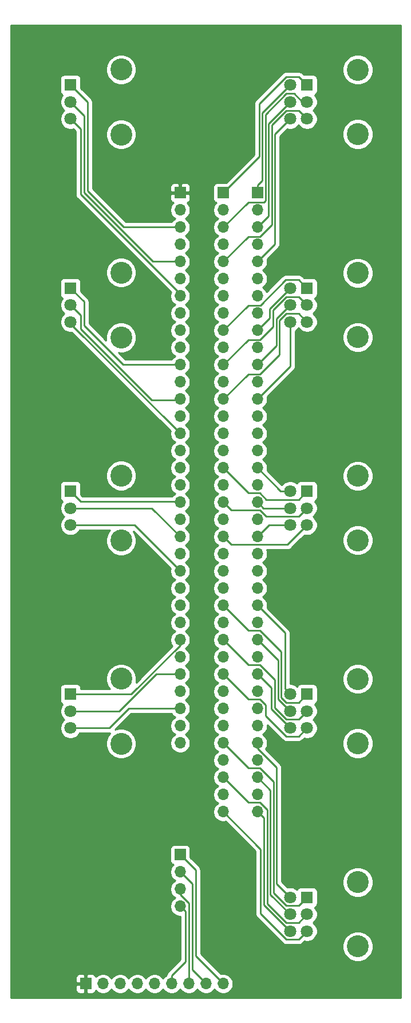
<source format=gbr>
%TF.GenerationSoftware,KiCad,Pcbnew,5.1.6-c6e7f7d~87~ubuntu20.04.1*%
%TF.CreationDate,2020-11-04T22:39:05-05:00*%
%TF.ProjectId,stereoout,73746572-656f-46f7-9574-2e6b69636164,rev?*%
%TF.SameCoordinates,Original*%
%TF.FileFunction,Copper,L1,Top*%
%TF.FilePolarity,Positive*%
%FSLAX46Y46*%
G04 Gerber Fmt 4.6, Leading zero omitted, Abs format (unit mm)*
G04 Created by KiCad (PCBNEW 5.1.6-c6e7f7d~87~ubuntu20.04.1) date 2020-11-04 22:39:05*
%MOMM*%
%LPD*%
G01*
G04 APERTURE LIST*
%TA.AperFunction,ComponentPad*%
%ADD10R,1.800000X1.800000*%
%TD*%
%TA.AperFunction,ComponentPad*%
%ADD11C,1.800000*%
%TD*%
%TA.AperFunction,ComponentPad*%
%ADD12C,3.240000*%
%TD*%
%TA.AperFunction,ComponentPad*%
%ADD13R,1.700000X1.700000*%
%TD*%
%TA.AperFunction,ComponentPad*%
%ADD14O,1.700000X1.700000*%
%TD*%
%TA.AperFunction,Conductor*%
%ADD15C,0.250000*%
%TD*%
%TA.AperFunction,Conductor*%
%ADD16C,0.254000*%
%TD*%
G04 APERTURE END LIST*
D10*
%TO.P,RV6,1*%
%TO.N,/PAN2_1*%
X89500000Y-54500000D03*
D11*
%TO.P,RV6,2*%
%TO.N,/PAN2_2*%
X89500000Y-57000000D03*
%TO.P,RV6,3*%
%TO.N,/PAN2_3*%
X89500000Y-59500000D03*
D12*
%TO.P,RV6,*%
%TO.N,*%
X97000000Y-61750000D03*
X97000000Y-52250000D03*
D11*
%TO.P,RV6,6*%
%TO.N,/PAN2_6*%
X87000000Y-59500000D03*
%TO.P,RV6,5*%
%TO.N,/PAN2_5*%
X87000000Y-57000000D03*
%TO.P,RV6,4*%
%TO.N,/PAN2_4*%
X87000000Y-54500000D03*
%TD*%
D13*
%TO.P,J3,1*%
%TO.N,GND*%
X56770000Y-157260000D03*
D14*
%TO.P,J3,2*%
%TO.N,/IN1*%
X59310000Y-157260000D03*
%TO.P,J3,3*%
%TO.N,/IN2*%
X61850000Y-157260000D03*
%TO.P,J3,4*%
%TO.N,/IN3*%
X64390000Y-157260000D03*
%TO.P,J3,5*%
%TO.N,/IN4*%
X66930000Y-157260000D03*
%TO.P,J3,6*%
%TO.N,/LO*%
X69470000Y-157260000D03*
%TO.P,J3,7*%
%TO.N,/RO*%
X72010000Y-157260000D03*
%TO.P,J3,8*%
%TO.N,/HL*%
X74550000Y-157260000D03*
%TO.P,J3,9*%
%TO.N,/HR*%
X77090000Y-157260000D03*
%TD*%
D10*
%TO.P,RV7,1*%
%TO.N,/PAN3_1*%
X89500000Y-84500000D03*
D11*
%TO.P,RV7,2*%
%TO.N,/PAN3_2*%
X89500000Y-87000000D03*
%TO.P,RV7,3*%
%TO.N,/PAN3_3*%
X89500000Y-89500000D03*
D12*
%TO.P,RV7,*%
%TO.N,*%
X97000000Y-91750000D03*
X97000000Y-82250000D03*
D11*
%TO.P,RV7,6*%
%TO.N,/PAN3_6*%
X87000000Y-89500000D03*
%TO.P,RV7,5*%
%TO.N,/PAN3_5*%
X87000000Y-87000000D03*
%TO.P,RV7,4*%
%TO.N,/PAN3_4*%
X87000000Y-84500000D03*
%TD*%
D10*
%TO.P,RV9,1*%
%TO.N,/HVOL1_1*%
X89500000Y-144500000D03*
D11*
%TO.P,RV9,2*%
%TO.N,/HVOL1_2*%
X89500000Y-147000000D03*
%TO.P,RV9,3*%
%TO.N,/HVOL1_3*%
X89500000Y-149500000D03*
D12*
%TO.P,RV9,*%
%TO.N,*%
X97000000Y-151750000D03*
X97000000Y-142250000D03*
D11*
%TO.P,RV9,6*%
%TO.N,/HVOL1_6*%
X87000000Y-149500000D03*
%TO.P,RV9,5*%
%TO.N,/HVOL1_5*%
X87000000Y-147000000D03*
%TO.P,RV9,4*%
%TO.N,/HVOL1_4*%
X87000000Y-144500000D03*
%TD*%
D13*
%TO.P,J5,1*%
%TO.N,/PAN1_4*%
X82170000Y-40420000D03*
D14*
%TO.P,J5,2*%
%TO.N,Net-(J5-Pad2)*%
X82170000Y-42960000D03*
%TO.P,J5,3*%
%TO.N,/PAN1_5*%
X82170000Y-45500000D03*
%TO.P,J5,4*%
%TO.N,Net-(J5-Pad4)*%
X82170000Y-48040000D03*
%TO.P,J5,5*%
%TO.N,/PAN1_6*%
X82170000Y-50580000D03*
%TO.P,J5,6*%
%TO.N,Net-(J5-Pad6)*%
X82170000Y-53120000D03*
%TO.P,J5,7*%
%TO.N,Net-(J5-Pad7)*%
X82170000Y-55660000D03*
%TO.P,J5,8*%
%TO.N,Net-(J5-Pad8)*%
X82170000Y-58200000D03*
%TO.P,J5,9*%
%TO.N,/PAN2_4*%
X82170000Y-60740000D03*
%TO.P,J5,10*%
%TO.N,Net-(J5-Pad10)*%
X82170000Y-63280000D03*
%TO.P,J5,11*%
%TO.N,/PAN2_5*%
X82170000Y-65820000D03*
%TO.P,J5,12*%
%TO.N,Net-(J5-Pad12)*%
X82170000Y-68360000D03*
%TO.P,J5,13*%
%TO.N,/PAN2_6*%
X82170000Y-70900000D03*
%TO.P,J5,14*%
%TO.N,Net-(J5-Pad14)*%
X82170000Y-73440000D03*
%TO.P,J5,15*%
%TO.N,Net-(J5-Pad15)*%
X82170000Y-75980000D03*
%TO.P,J5,16*%
%TO.N,Net-(J5-Pad16)*%
X82170000Y-78520000D03*
%TO.P,J5,17*%
%TO.N,/PAN3_4*%
X82170000Y-81060000D03*
%TO.P,J5,18*%
%TO.N,Net-(J5-Pad18)*%
X82170000Y-83600000D03*
%TO.P,J5,19*%
%TO.N,/PAN3_5*%
X82170000Y-86140000D03*
%TO.P,J5,20*%
%TO.N,Net-(J5-Pad20)*%
X82170000Y-88680000D03*
%TO.P,J5,21*%
%TO.N,/PAN3_6*%
X82170000Y-91220000D03*
%TO.P,J5,22*%
%TO.N,Net-(J5-Pad22)*%
X82170000Y-93760000D03*
%TO.P,J5,23*%
%TO.N,Net-(J5-Pad23)*%
X82170000Y-96300000D03*
%TO.P,J5,24*%
%TO.N,Net-(J5-Pad24)*%
X82170000Y-98840000D03*
%TO.P,J5,25*%
%TO.N,/PAN4_4*%
X82170000Y-101380000D03*
%TO.P,J5,26*%
%TO.N,Net-(J5-Pad26)*%
X82170000Y-103920000D03*
%TO.P,J5,27*%
%TO.N,/PAN4_5*%
X82170000Y-106460000D03*
%TO.P,J5,28*%
%TO.N,Net-(J5-Pad28)*%
X82170000Y-109000000D03*
%TO.P,J5,29*%
%TO.N,/PAN4_6*%
X82170000Y-111540000D03*
%TO.P,J5,30*%
%TO.N,Net-(J5-Pad30)*%
X82170000Y-114080000D03*
%TO.P,J5,31*%
%TO.N,Net-(J5-Pad31)*%
X82170000Y-116620000D03*
%TO.P,J5,32*%
%TO.N,Net-(J5-Pad32)*%
X82170000Y-119160000D03*
%TO.P,J5,33*%
%TO.N,/HVOL1_4*%
X82170000Y-121700000D03*
%TO.P,J5,34*%
%TO.N,Net-(J5-Pad34)*%
X82170000Y-124240000D03*
%TO.P,J5,35*%
%TO.N,/HVOL1_5*%
X82170000Y-126780000D03*
%TO.P,J5,36*%
%TO.N,Net-(J5-Pad36)*%
X82170000Y-129320000D03*
%TO.P,J5,37*%
%TO.N,/HVOL1_6*%
X82170000Y-131860000D03*
%TD*%
%TO.P,J4,37*%
%TO.N,/HVOL1_3*%
X77090000Y-131860000D03*
%TO.P,J4,36*%
%TO.N,Net-(J4-Pad36)*%
X77090000Y-129320000D03*
%TO.P,J4,35*%
%TO.N,/HVOL1_2*%
X77090000Y-126780000D03*
%TO.P,J4,34*%
%TO.N,Net-(J4-Pad34)*%
X77090000Y-124240000D03*
%TO.P,J4,33*%
%TO.N,/HVOL1_1*%
X77090000Y-121700000D03*
%TO.P,J4,32*%
%TO.N,Net-(J4-Pad32)*%
X77090000Y-119160000D03*
%TO.P,J4,31*%
%TO.N,Net-(J4-Pad31)*%
X77090000Y-116620000D03*
%TO.P,J4,30*%
%TO.N,Net-(J4-Pad30)*%
X77090000Y-114080000D03*
%TO.P,J4,29*%
%TO.N,/PAN4_3*%
X77090000Y-111540000D03*
%TO.P,J4,28*%
%TO.N,Net-(J4-Pad28)*%
X77090000Y-109000000D03*
%TO.P,J4,27*%
%TO.N,/PAN4_2*%
X77090000Y-106460000D03*
%TO.P,J4,26*%
%TO.N,Net-(J4-Pad26)*%
X77090000Y-103920000D03*
%TO.P,J4,25*%
%TO.N,/PAN4_1*%
X77090000Y-101380000D03*
%TO.P,J4,24*%
%TO.N,Net-(J4-Pad24)*%
X77090000Y-98840000D03*
%TO.P,J4,23*%
%TO.N,Net-(J4-Pad23)*%
X77090000Y-96300000D03*
%TO.P,J4,22*%
%TO.N,Net-(J4-Pad22)*%
X77090000Y-93760000D03*
%TO.P,J4,21*%
%TO.N,/PAN3_3*%
X77090000Y-91220000D03*
%TO.P,J4,20*%
%TO.N,Net-(J4-Pad20)*%
X77090000Y-88680000D03*
%TO.P,J4,19*%
%TO.N,/PAN3_2*%
X77090000Y-86140000D03*
%TO.P,J4,18*%
%TO.N,Net-(J4-Pad18)*%
X77090000Y-83600000D03*
%TO.P,J4,17*%
%TO.N,/PAN3_1*%
X77090000Y-81060000D03*
%TO.P,J4,16*%
%TO.N,Net-(J4-Pad16)*%
X77090000Y-78520000D03*
%TO.P,J4,15*%
%TO.N,Net-(J4-Pad15)*%
X77090000Y-75980000D03*
%TO.P,J4,14*%
%TO.N,Net-(J4-Pad14)*%
X77090000Y-73440000D03*
%TO.P,J4,13*%
%TO.N,/PAN2_3*%
X77090000Y-70900000D03*
%TO.P,J4,12*%
%TO.N,Net-(J4-Pad12)*%
X77090000Y-68360000D03*
%TO.P,J4,11*%
%TO.N,/PAN2_2*%
X77090000Y-65820000D03*
%TO.P,J4,10*%
%TO.N,Net-(J4-Pad10)*%
X77090000Y-63280000D03*
%TO.P,J4,9*%
%TO.N,/PAN2_1*%
X77090000Y-60740000D03*
%TO.P,J4,8*%
%TO.N,Net-(J4-Pad8)*%
X77090000Y-58200000D03*
%TO.P,J4,7*%
%TO.N,Net-(J4-Pad7)*%
X77090000Y-55660000D03*
%TO.P,J4,6*%
%TO.N,Net-(J4-Pad6)*%
X77090000Y-53120000D03*
%TO.P,J4,5*%
%TO.N,/PAN1_3*%
X77090000Y-50580000D03*
%TO.P,J4,4*%
%TO.N,Net-(J4-Pad4)*%
X77090000Y-48040000D03*
%TO.P,J4,3*%
%TO.N,/PAN1_2*%
X77090000Y-45500000D03*
%TO.P,J4,2*%
%TO.N,Net-(J4-Pad2)*%
X77090000Y-42960000D03*
D13*
%TO.P,J4,1*%
%TO.N,/PAN1_1*%
X77090000Y-40420000D03*
%TD*%
D10*
%TO.P,RV1,1*%
%TO.N,/LEV1_1*%
X54500000Y-24500000D03*
D11*
%TO.P,RV1,2*%
%TO.N,/LEV1_2*%
X54500000Y-27000000D03*
%TO.P,RV1,3*%
%TO.N,/LEV1_3*%
X54500000Y-29500000D03*
D12*
%TO.P,RV1,*%
%TO.N,*%
X62000000Y-31800000D03*
X62000000Y-22200000D03*
%TD*%
D14*
%TO.P,J1,33*%
%TO.N,/IN4*%
X70740000Y-121700000D03*
%TO.P,J1,32*%
%TO.N,Net-(J1-Pad32)*%
X70740000Y-119160000D03*
%TO.P,J1,31*%
%TO.N,/LEV4_3*%
X70740000Y-116620000D03*
%TO.P,J1,30*%
%TO.N,Net-(J1-Pad30)*%
X70740000Y-114080000D03*
%TO.P,J1,29*%
%TO.N,/LEV4_2*%
X70740000Y-111540000D03*
%TO.P,J1,28*%
%TO.N,Net-(J1-Pad28)*%
X70740000Y-109000000D03*
%TO.P,J1,27*%
%TO.N,/LEV4_1*%
X70740000Y-106460000D03*
%TO.P,J1,26*%
%TO.N,Net-(J1-Pad26)*%
X70740000Y-103920000D03*
%TO.P,J1,25*%
%TO.N,/IN3*%
X70740000Y-101380000D03*
%TO.P,J1,24*%
%TO.N,Net-(J1-Pad24)*%
X70740000Y-98840000D03*
%TO.P,J1,23*%
%TO.N,/LEV3_3*%
X70740000Y-96300000D03*
%TO.P,J1,22*%
%TO.N,Net-(J1-Pad22)*%
X70740000Y-93760000D03*
%TO.P,J1,21*%
%TO.N,/LEV3_2*%
X70740000Y-91220000D03*
%TO.P,J1,20*%
%TO.N,Net-(J1-Pad20)*%
X70740000Y-88680000D03*
%TO.P,J1,19*%
%TO.N,/LEV3_1*%
X70740000Y-86140000D03*
%TO.P,J1,18*%
%TO.N,Net-(J1-Pad18)*%
X70740000Y-83600000D03*
%TO.P,J1,17*%
%TO.N,/IN2*%
X70740000Y-81060000D03*
%TO.P,J1,16*%
%TO.N,Net-(J1-Pad16)*%
X70740000Y-78520000D03*
%TO.P,J1,15*%
%TO.N,/LEV2_3*%
X70740000Y-75980000D03*
%TO.P,J1,14*%
%TO.N,Net-(J1-Pad14)*%
X70740000Y-73440000D03*
%TO.P,J1,13*%
%TO.N,/LEV2_2*%
X70740000Y-70900000D03*
%TO.P,J1,12*%
%TO.N,Net-(J1-Pad12)*%
X70740000Y-68360000D03*
%TO.P,J1,11*%
%TO.N,/LEV2_1*%
X70740000Y-65820000D03*
%TO.P,J1,10*%
%TO.N,Net-(J1-Pad10)*%
X70740000Y-63280000D03*
%TO.P,J1,9*%
%TO.N,/IN1*%
X70740000Y-60740000D03*
%TO.P,J1,8*%
%TO.N,Net-(J1-Pad8)*%
X70740000Y-58200000D03*
%TO.P,J1,7*%
%TO.N,/LEV1_3*%
X70740000Y-55660000D03*
%TO.P,J1,6*%
%TO.N,Net-(J1-Pad6)*%
X70740000Y-53120000D03*
%TO.P,J1,5*%
%TO.N,/LEV1_2*%
X70740000Y-50580000D03*
%TO.P,J1,4*%
%TO.N,Net-(J1-Pad4)*%
X70740000Y-48040000D03*
%TO.P,J1,3*%
%TO.N,/LEV1_1*%
X70740000Y-45500000D03*
%TO.P,J1,2*%
%TO.N,Net-(J1-Pad2)*%
X70740000Y-42960000D03*
D13*
%TO.P,J1,1*%
%TO.N,GND*%
X70740000Y-40420000D03*
%TD*%
D14*
%TO.P,J2,4*%
%TO.N,/LO*%
X70740000Y-145830000D03*
%TO.P,J2,3*%
%TO.N,/RO*%
X70740000Y-143290000D03*
%TO.P,J2,2*%
%TO.N,/HL*%
X70740000Y-140750000D03*
D13*
%TO.P,J2,1*%
%TO.N,/HR*%
X70740000Y-138210000D03*
%TD*%
D12*
%TO.P,RV2,*%
%TO.N,*%
X62000000Y-52200000D03*
X62000000Y-61800000D03*
D11*
%TO.P,RV2,3*%
%TO.N,/LEV2_3*%
X54500000Y-59500000D03*
%TO.P,RV2,2*%
%TO.N,/LEV2_2*%
X54500000Y-57000000D03*
D10*
%TO.P,RV2,1*%
%TO.N,/LEV2_1*%
X54500000Y-54500000D03*
%TD*%
%TO.P,RV5,1*%
%TO.N,/PAN1_1*%
X89500000Y-24500000D03*
D11*
%TO.P,RV5,2*%
%TO.N,/PAN1_2*%
X89500000Y-27000000D03*
%TO.P,RV5,3*%
%TO.N,/PAN1_3*%
X89500000Y-29500000D03*
D12*
%TO.P,RV5,*%
%TO.N,*%
X97000000Y-31750000D03*
X97000000Y-22250000D03*
D11*
%TO.P,RV5,6*%
%TO.N,/PAN1_6*%
X87000000Y-29500000D03*
%TO.P,RV5,5*%
%TO.N,/PAN1_5*%
X87000000Y-27000000D03*
%TO.P,RV5,4*%
%TO.N,/PAN1_4*%
X87000000Y-24500000D03*
%TD*%
D12*
%TO.P,RV4,*%
%TO.N,*%
X62000000Y-112200000D03*
X62000000Y-121800000D03*
D11*
%TO.P,RV4,3*%
%TO.N,/LEV4_3*%
X54500000Y-119500000D03*
%TO.P,RV4,2*%
%TO.N,/LEV4_2*%
X54500000Y-117000000D03*
D10*
%TO.P,RV4,1*%
%TO.N,/LEV4_1*%
X54500000Y-114500000D03*
%TD*%
%TO.P,RV8,1*%
%TO.N,/PAN4_1*%
X89500000Y-114500000D03*
D11*
%TO.P,RV8,2*%
%TO.N,/PAN4_2*%
X89500000Y-117000000D03*
%TO.P,RV8,3*%
%TO.N,/PAN4_3*%
X89500000Y-119500000D03*
D12*
%TO.P,RV8,*%
%TO.N,*%
X97000000Y-121750000D03*
X97000000Y-112250000D03*
D11*
%TO.P,RV8,6*%
%TO.N,/PAN4_6*%
X87000000Y-119500000D03*
%TO.P,RV8,5*%
%TO.N,/PAN4_5*%
X87000000Y-117000000D03*
%TO.P,RV8,4*%
%TO.N,/PAN4_4*%
X87000000Y-114500000D03*
%TD*%
D12*
%TO.P,RV3,*%
%TO.N,*%
X62000000Y-82200000D03*
X62000000Y-91800000D03*
D11*
%TO.P,RV3,3*%
%TO.N,/LEV3_3*%
X54500000Y-89500000D03*
%TO.P,RV3,2*%
%TO.N,/LEV3_2*%
X54500000Y-87000000D03*
D10*
%TO.P,RV3,1*%
%TO.N,/LEV3_1*%
X54500000Y-84500000D03*
%TD*%
D15*
%TO.N,/LEV4_3*%
X60240000Y-119500000D02*
X63120000Y-116620000D01*
X63120000Y-116620000D02*
X70740000Y-116620000D01*
X54500000Y-119500000D02*
X60240000Y-119500000D01*
%TO.N,/LEV4_2*%
X67184000Y-111540000D02*
X70740000Y-111540000D01*
X61724000Y-117000000D02*
X67184000Y-111540000D01*
X54500000Y-117000000D02*
X61724000Y-117000000D01*
%TO.N,/LEV4_1*%
X70740000Y-107260998D02*
X70740000Y-106460000D01*
X63500998Y-114500000D02*
X70740000Y-107260998D01*
X54500000Y-114500000D02*
X63500998Y-114500000D01*
%TO.N,/LEV3_3*%
X63940000Y-89500000D02*
X54500000Y-89500000D01*
X70740000Y-96300000D02*
X63940000Y-89500000D01*
%TO.N,/LEV3_2*%
X66520000Y-87000000D02*
X70740000Y-91220000D01*
X54500000Y-87000000D02*
X66520000Y-87000000D01*
%TO.N,/LEV3_1*%
X70600000Y-86000000D02*
X70740000Y-86140000D01*
X56000000Y-86000000D02*
X70600000Y-86000000D01*
X54500000Y-84500000D02*
X56000000Y-86000000D01*
%TO.N,/LEV2_3*%
X69890001Y-75130001D02*
X70740000Y-75980000D01*
X54500000Y-59740000D02*
X69890001Y-75130001D01*
X54500000Y-59500000D02*
X54500000Y-59740000D01*
%TO.N,/LEV2_2*%
X70640000Y-71000000D02*
X70740000Y-70900000D01*
X66500000Y-71000000D02*
X70640000Y-71000000D01*
X56000000Y-60500000D02*
X66500000Y-71000000D01*
X56000000Y-58500000D02*
X56000000Y-60500000D01*
X54500000Y-57000000D02*
X56000000Y-58500000D01*
%TO.N,/LEV2_1*%
X62320000Y-65820000D02*
X70740000Y-65820000D01*
X56500000Y-60000000D02*
X62320000Y-65820000D01*
X56500000Y-56500000D02*
X56500000Y-60000000D01*
X54500000Y-54500000D02*
X56500000Y-56500000D01*
%TO.N,/LEV1_3*%
X70740000Y-55406000D02*
X70740000Y-55660000D01*
X56000000Y-40666000D02*
X70740000Y-55406000D01*
X56000000Y-31000000D02*
X56000000Y-40666000D01*
X54500000Y-29500000D02*
X56000000Y-31000000D01*
%TO.N,/LEV1_2*%
X66676000Y-50580000D02*
X70740000Y-50580000D01*
X56500000Y-40404000D02*
X66676000Y-50580000D01*
X56500000Y-29000000D02*
X56500000Y-40404000D01*
X54500000Y-27000000D02*
X56500000Y-29000000D01*
%TO.N,/LEV1_1*%
X62358000Y-45500000D02*
X70740000Y-45500000D01*
X57000000Y-40142000D02*
X62358000Y-45500000D01*
X57000000Y-27000000D02*
X57000000Y-40142000D01*
X54500000Y-24500000D02*
X57000000Y-27000000D01*
%TO.N,/LO*%
X71500000Y-154000000D02*
X69470000Y-156030000D01*
X69470000Y-156030000D02*
X69470000Y-157260000D01*
X71500000Y-146590000D02*
X71500000Y-154000000D01*
X70740000Y-145830000D02*
X71500000Y-146590000D01*
%TO.N,/RO*%
X70740000Y-144090998D02*
X70740000Y-143290000D01*
X72010000Y-145360998D02*
X70740000Y-144090998D01*
X72010000Y-157260000D02*
X72010000Y-145360998D01*
%TO.N,/HL*%
X72500000Y-142510000D02*
X70740000Y-140750000D01*
X72500000Y-155210000D02*
X72500000Y-142510000D01*
X74550000Y-157260000D02*
X72500000Y-155210000D01*
%TO.N,/HR*%
X73000000Y-153170000D02*
X77090000Y-157260000D01*
X73000000Y-140470000D02*
X73000000Y-153170000D01*
X70740000Y-138210000D02*
X73000000Y-140470000D01*
%TO.N,/HVOL1_3*%
X82600000Y-146913002D02*
X82600000Y-137370000D01*
X82600000Y-137370000D02*
X77090000Y-131860000D01*
X86411999Y-150725001D02*
X82600000Y-146913002D01*
X89500000Y-149500000D02*
X88274999Y-150725001D01*
X88274999Y-150725001D02*
X86411999Y-150725001D01*
%TO.N,/HVOL1_2*%
X80805001Y-130495001D02*
X77090000Y-126780000D01*
X89500000Y-147000000D02*
X88274999Y-148225001D01*
X88274999Y-148225001D02*
X86411999Y-148225001D01*
X83600000Y-131550998D02*
X82544003Y-130495001D01*
X86411999Y-148225001D02*
X83600000Y-145413002D01*
X82544003Y-130495001D02*
X80805001Y-130495001D01*
X83600000Y-145413002D02*
X83600000Y-131550998D01*
%TO.N,/HVOL1_1*%
X88274999Y-145725001D02*
X86411999Y-145725001D01*
X89500000Y-144500000D02*
X88274999Y-145725001D01*
X86411999Y-145725001D02*
X84513989Y-143826991D01*
X84513989Y-127384987D02*
X82544003Y-125415001D01*
X82544003Y-125415001D02*
X80805001Y-125415001D01*
X80805001Y-125415001D02*
X77090000Y-121700000D01*
X84513989Y-143826991D02*
X84513989Y-127384987D01*
%TO.N,/PAN4_3*%
X89500000Y-119500000D02*
X88274999Y-120725001D01*
X82544003Y-115255001D02*
X80805001Y-115255001D01*
X80805001Y-115255001D02*
X77090000Y-111540000D01*
X88274999Y-120725001D02*
X86411999Y-120725001D01*
X83345001Y-117658003D02*
X83345001Y-116055999D01*
X83345001Y-116055999D02*
X82544003Y-115255001D01*
X86411999Y-120725001D02*
X83345001Y-117658003D01*
%TO.N,/PAN4_2*%
X82544003Y-110175001D02*
X80805001Y-110175001D01*
X80805001Y-110175001D02*
X77090000Y-106460000D01*
X89500000Y-117000000D02*
X88274999Y-118225001D01*
X86411999Y-118225001D02*
X84710000Y-116523002D01*
X88274999Y-118225001D02*
X86411999Y-118225001D01*
X84710000Y-112340998D02*
X82544003Y-110175001D01*
X84710000Y-116523002D02*
X84710000Y-112340998D01*
%TO.N,/PAN4_1*%
X89500000Y-114500000D02*
X88274999Y-115725001D01*
X82544003Y-105095001D02*
X80805001Y-105095001D01*
X85668010Y-114981012D02*
X85668010Y-108219008D01*
X85668010Y-108219008D02*
X82544003Y-105095001D01*
X88274999Y-115725001D02*
X86411999Y-115725001D01*
X80805001Y-105095001D02*
X77090000Y-101380000D01*
X86411999Y-115725001D02*
X85668010Y-114981012D01*
%TO.N,/PAN3_3*%
X78265001Y-92395001D02*
X77090000Y-91220000D01*
X89500000Y-89500000D02*
X86604999Y-92395001D01*
X86604999Y-92395001D02*
X78265001Y-92395001D01*
%TO.N,/PAN3_2*%
X83454003Y-88225001D02*
X82544003Y-87315001D01*
X82544003Y-87315001D02*
X78265001Y-87315001D01*
X89500000Y-87000000D02*
X88274999Y-88225001D01*
X78265001Y-87315001D02*
X77090000Y-86140000D01*
X88274999Y-88225001D02*
X83454003Y-88225001D01*
%TO.N,/PAN3_1*%
X82544003Y-84775001D02*
X80805001Y-84775001D01*
X88274999Y-85725001D02*
X83494003Y-85725001D01*
X89500000Y-84500000D02*
X88274999Y-85725001D01*
X83494003Y-85725001D02*
X82544003Y-84775001D01*
X80805001Y-84775001D02*
X77090000Y-81060000D01*
%TO.N,/PAN2_3*%
X89500000Y-59500000D02*
X88274999Y-58274999D01*
X88274999Y-58274999D02*
X86411999Y-58274999D01*
X80805001Y-67184999D02*
X77090000Y-70900000D01*
X85414010Y-64314992D02*
X82544003Y-67184999D01*
X82544003Y-67184999D02*
X80805001Y-67184999D01*
X86411999Y-58274999D02*
X85414010Y-59272988D01*
X85414010Y-59272988D02*
X85414010Y-64314992D01*
%TO.N,/PAN2_2*%
X84456000Y-60193002D02*
X82544003Y-62104999D01*
X80805001Y-62104999D02*
X77090000Y-65820000D01*
X82544003Y-62104999D02*
X80805001Y-62104999D01*
X84456000Y-57730998D02*
X84456000Y-60193002D01*
X86411999Y-55774999D02*
X84456000Y-57730998D01*
X88274999Y-55774999D02*
X86411999Y-55774999D01*
X89500000Y-57000000D02*
X88274999Y-55774999D01*
%TO.N,/PAN2_1*%
X82583001Y-57024999D02*
X80805001Y-57024999D01*
X80805001Y-57024999D02*
X77090000Y-60740000D01*
X88274999Y-53274999D02*
X86333001Y-53274999D01*
X89500000Y-54500000D02*
X88274999Y-53274999D01*
X86333001Y-53274999D02*
X82583001Y-57024999D01*
%TO.N,/PAN1_3*%
X88274999Y-28274999D02*
X86411999Y-28274999D01*
X86411999Y-28274999D02*
X84259989Y-30427009D01*
X80805001Y-46864999D02*
X77090000Y-50580000D01*
X89500000Y-29500000D02*
X88274999Y-28274999D01*
X82544003Y-46864999D02*
X80805001Y-46864999D01*
X84259989Y-30427009D02*
X84259989Y-45149013D01*
X84259989Y-45149013D02*
X82544003Y-46864999D01*
%TO.N,/PAN1_2*%
X88813002Y-27000000D02*
X87588001Y-25774999D01*
X86411999Y-25774999D02*
X83345001Y-28841997D01*
X83090003Y-41784999D02*
X80805001Y-41784999D01*
X83345001Y-28841997D02*
X83345001Y-41530001D01*
X87588001Y-25774999D02*
X86411999Y-25774999D01*
X83345001Y-41530001D02*
X83090003Y-41784999D01*
X80805001Y-41784999D02*
X77090000Y-45500000D01*
X89500000Y-27000000D02*
X88813002Y-27000000D01*
%TO.N,/PAN1_1*%
X86411999Y-23274999D02*
X82424000Y-27262998D01*
X89500000Y-24500000D02*
X88274999Y-23274999D01*
X82424000Y-27262998D02*
X82424000Y-35086000D01*
X82424000Y-35086000D02*
X77090000Y-40420000D01*
X88274999Y-23274999D02*
X86411999Y-23274999D01*
%TO.N,/HVOL1_6*%
X83100000Y-145600000D02*
X83100000Y-132790000D01*
X83100000Y-132790000D02*
X82170000Y-131860000D01*
X87000000Y-149500000D02*
X83100000Y-145600000D01*
%TO.N,/HVOL1_5*%
X87000000Y-147000000D02*
X84063978Y-144063978D01*
X84063978Y-128673978D02*
X82170000Y-126780000D01*
X84063978Y-144063978D02*
X84063978Y-128673978D01*
%TO.N,/HVOL1_4*%
X82170000Y-122500998D02*
X82170000Y-121700000D01*
X84964000Y-125294998D02*
X82170000Y-122500998D01*
X84964000Y-142464000D02*
X84964000Y-125294998D01*
X87000000Y-144500000D02*
X84964000Y-142464000D01*
%TO.N,/PAN4_5*%
X85218000Y-109508000D02*
X82170000Y-106460000D01*
X87000000Y-117000000D02*
X85218000Y-115218000D01*
X85218000Y-115218000D02*
X85218000Y-109508000D01*
%TO.N,/PAN4_4*%
X87000000Y-114500000D02*
X86234000Y-113734000D01*
X86234000Y-113734000D02*
X86234000Y-105444000D01*
X86234000Y-105444000D02*
X82170000Y-101380000D01*
%TO.N,/PAN3_6*%
X83890000Y-89500000D02*
X82170000Y-91220000D01*
X87000000Y-89500000D02*
X83890000Y-89500000D01*
%TO.N,/PAN3_5*%
X87000000Y-87000000D02*
X83030000Y-87000000D01*
X83030000Y-87000000D02*
X82170000Y-86140000D01*
%TO.N,/PAN3_4*%
X87000000Y-84500000D02*
X85610000Y-84500000D01*
X85610000Y-84500000D02*
X82170000Y-81060000D01*
%TO.N,/PAN2_6*%
X87000000Y-59500000D02*
X87000000Y-66070000D01*
X87000000Y-66070000D02*
X82170000Y-70900000D01*
%TO.N,/PAN2_5*%
X84964000Y-63026000D02*
X82170000Y-65820000D01*
X84964000Y-59036000D02*
X84964000Y-63026000D01*
X87000000Y-57000000D02*
X84964000Y-59036000D01*
%TO.N,/PAN2_4*%
X87000000Y-54500000D02*
X83948000Y-57552000D01*
X83948000Y-57552000D02*
X83948000Y-58962000D01*
X83948000Y-58962000D02*
X82170000Y-60740000D01*
%TO.N,/PAN1_6*%
X84710000Y-31790000D02*
X84710000Y-48040000D01*
X84710000Y-48040000D02*
X82170000Y-50580000D01*
X87000000Y-29500000D02*
X84710000Y-31790000D01*
%TO.N,/PAN1_5*%
X83809978Y-43860022D02*
X82170000Y-45500000D01*
X83809978Y-30190022D02*
X83809978Y-43860022D01*
X87000000Y-27000000D02*
X83809978Y-30190022D01*
%TO.N,/PAN1_4*%
X82874011Y-38615989D02*
X82170000Y-39320000D01*
X82874011Y-28625989D02*
X82874011Y-38615989D01*
X82170000Y-39320000D02*
X82170000Y-40420000D01*
X87000000Y-24500000D02*
X82874011Y-28625989D01*
%TO.N,/PAN4_6*%
X84202000Y-113572000D02*
X82170000Y-111540000D01*
X84202000Y-116702000D02*
X84202000Y-113572000D01*
X87000000Y-119500000D02*
X84202000Y-116702000D01*
%TD*%
D16*
%TO.N,GND*%
G36*
X103340001Y-159340000D02*
G01*
X45660000Y-159340000D01*
X45660000Y-158110000D01*
X55281928Y-158110000D01*
X55294188Y-158234482D01*
X55330498Y-158354180D01*
X55389463Y-158464494D01*
X55468815Y-158561185D01*
X55565506Y-158640537D01*
X55675820Y-158699502D01*
X55795518Y-158735812D01*
X55920000Y-158748072D01*
X56484250Y-158745000D01*
X56643000Y-158586250D01*
X56643000Y-157387000D01*
X55443750Y-157387000D01*
X55285000Y-157545750D01*
X55281928Y-158110000D01*
X45660000Y-158110000D01*
X45660000Y-156410000D01*
X55281928Y-156410000D01*
X55285000Y-156974250D01*
X55443750Y-157133000D01*
X56643000Y-157133000D01*
X56643000Y-155933750D01*
X56897000Y-155933750D01*
X56897000Y-157133000D01*
X56917000Y-157133000D01*
X56917000Y-157387000D01*
X56897000Y-157387000D01*
X56897000Y-158586250D01*
X57055750Y-158745000D01*
X57620000Y-158748072D01*
X57744482Y-158735812D01*
X57864180Y-158699502D01*
X57974494Y-158640537D01*
X58071185Y-158561185D01*
X58150537Y-158464494D01*
X58209502Y-158354180D01*
X58231513Y-158281620D01*
X58363368Y-158413475D01*
X58606589Y-158575990D01*
X58876842Y-158687932D01*
X59163740Y-158745000D01*
X59456260Y-158745000D01*
X59743158Y-158687932D01*
X60013411Y-158575990D01*
X60256632Y-158413475D01*
X60463475Y-158206632D01*
X60580000Y-158032240D01*
X60696525Y-158206632D01*
X60903368Y-158413475D01*
X61146589Y-158575990D01*
X61416842Y-158687932D01*
X61703740Y-158745000D01*
X61996260Y-158745000D01*
X62283158Y-158687932D01*
X62553411Y-158575990D01*
X62796632Y-158413475D01*
X63003475Y-158206632D01*
X63120000Y-158032240D01*
X63236525Y-158206632D01*
X63443368Y-158413475D01*
X63686589Y-158575990D01*
X63956842Y-158687932D01*
X64243740Y-158745000D01*
X64536260Y-158745000D01*
X64823158Y-158687932D01*
X65093411Y-158575990D01*
X65336632Y-158413475D01*
X65543475Y-158206632D01*
X65660000Y-158032240D01*
X65776525Y-158206632D01*
X65983368Y-158413475D01*
X66226589Y-158575990D01*
X66496842Y-158687932D01*
X66783740Y-158745000D01*
X67076260Y-158745000D01*
X67363158Y-158687932D01*
X67633411Y-158575990D01*
X67876632Y-158413475D01*
X68083475Y-158206632D01*
X68200000Y-158032240D01*
X68316525Y-158206632D01*
X68523368Y-158413475D01*
X68766589Y-158575990D01*
X69036842Y-158687932D01*
X69323740Y-158745000D01*
X69616260Y-158745000D01*
X69903158Y-158687932D01*
X70173411Y-158575990D01*
X70416632Y-158413475D01*
X70623475Y-158206632D01*
X70740000Y-158032240D01*
X70856525Y-158206632D01*
X71063368Y-158413475D01*
X71306589Y-158575990D01*
X71576842Y-158687932D01*
X71863740Y-158745000D01*
X72156260Y-158745000D01*
X72443158Y-158687932D01*
X72713411Y-158575990D01*
X72956632Y-158413475D01*
X73163475Y-158206632D01*
X73280000Y-158032240D01*
X73396525Y-158206632D01*
X73603368Y-158413475D01*
X73846589Y-158575990D01*
X74116842Y-158687932D01*
X74403740Y-158745000D01*
X74696260Y-158745000D01*
X74983158Y-158687932D01*
X75253411Y-158575990D01*
X75496632Y-158413475D01*
X75703475Y-158206632D01*
X75820000Y-158032240D01*
X75936525Y-158206632D01*
X76143368Y-158413475D01*
X76386589Y-158575990D01*
X76656842Y-158687932D01*
X76943740Y-158745000D01*
X77236260Y-158745000D01*
X77523158Y-158687932D01*
X77793411Y-158575990D01*
X78036632Y-158413475D01*
X78243475Y-158206632D01*
X78405990Y-157963411D01*
X78517932Y-157693158D01*
X78575000Y-157406260D01*
X78575000Y-157113740D01*
X78517932Y-156826842D01*
X78405990Y-156556589D01*
X78243475Y-156313368D01*
X78036632Y-156106525D01*
X77793411Y-155944010D01*
X77523158Y-155832068D01*
X77236260Y-155775000D01*
X76943740Y-155775000D01*
X76723593Y-155818790D01*
X73760000Y-152855199D01*
X73760000Y-151527902D01*
X94745000Y-151527902D01*
X94745000Y-151972098D01*
X94831658Y-152407759D01*
X95001645Y-152818143D01*
X95248427Y-153187479D01*
X95562521Y-153501573D01*
X95931857Y-153748355D01*
X96342241Y-153918342D01*
X96777902Y-154005000D01*
X97222098Y-154005000D01*
X97657759Y-153918342D01*
X98068143Y-153748355D01*
X98437479Y-153501573D01*
X98751573Y-153187479D01*
X98998355Y-152818143D01*
X99168342Y-152407759D01*
X99255000Y-151972098D01*
X99255000Y-151527902D01*
X99168342Y-151092241D01*
X98998355Y-150681857D01*
X98751573Y-150312521D01*
X98437479Y-149998427D01*
X98068143Y-149751645D01*
X97657759Y-149581658D01*
X97222098Y-149495000D01*
X96777902Y-149495000D01*
X96342241Y-149581658D01*
X95931857Y-149751645D01*
X95562521Y-149998427D01*
X95248427Y-150312521D01*
X95001645Y-150681857D01*
X94831658Y-151092241D01*
X94745000Y-151527902D01*
X73760000Y-151527902D01*
X73760000Y-140507325D01*
X73763676Y-140470000D01*
X73760000Y-140432675D01*
X73760000Y-140432667D01*
X73749003Y-140321014D01*
X73705546Y-140177753D01*
X73634974Y-140045724D01*
X73540001Y-139929999D01*
X73511004Y-139906202D01*
X72228072Y-138623271D01*
X72228072Y-137360000D01*
X72215812Y-137235518D01*
X72179502Y-137115820D01*
X72120537Y-137005506D01*
X72041185Y-136908815D01*
X71944494Y-136829463D01*
X71834180Y-136770498D01*
X71714482Y-136734188D01*
X71590000Y-136721928D01*
X69890000Y-136721928D01*
X69765518Y-136734188D01*
X69645820Y-136770498D01*
X69535506Y-136829463D01*
X69438815Y-136908815D01*
X69359463Y-137005506D01*
X69300498Y-137115820D01*
X69264188Y-137235518D01*
X69251928Y-137360000D01*
X69251928Y-139060000D01*
X69264188Y-139184482D01*
X69300498Y-139304180D01*
X69359463Y-139414494D01*
X69438815Y-139511185D01*
X69535506Y-139590537D01*
X69645820Y-139649502D01*
X69718380Y-139671513D01*
X69586525Y-139803368D01*
X69424010Y-140046589D01*
X69312068Y-140316842D01*
X69255000Y-140603740D01*
X69255000Y-140896260D01*
X69312068Y-141183158D01*
X69424010Y-141453411D01*
X69586525Y-141696632D01*
X69793368Y-141903475D01*
X69967760Y-142020000D01*
X69793368Y-142136525D01*
X69586525Y-142343368D01*
X69424010Y-142586589D01*
X69312068Y-142856842D01*
X69255000Y-143143740D01*
X69255000Y-143436260D01*
X69312068Y-143723158D01*
X69424010Y-143993411D01*
X69586525Y-144236632D01*
X69793368Y-144443475D01*
X69967760Y-144560000D01*
X69793368Y-144676525D01*
X69586525Y-144883368D01*
X69424010Y-145126589D01*
X69312068Y-145396842D01*
X69255000Y-145683740D01*
X69255000Y-145976260D01*
X69312068Y-146263158D01*
X69424010Y-146533411D01*
X69586525Y-146776632D01*
X69793368Y-146983475D01*
X70036589Y-147145990D01*
X70306842Y-147257932D01*
X70593740Y-147315000D01*
X70740000Y-147315000D01*
X70740001Y-153685197D01*
X68959003Y-155466196D01*
X68929999Y-155489999D01*
X68874871Y-155557174D01*
X68835026Y-155605724D01*
X68819765Y-155634275D01*
X68764454Y-155737754D01*
X68720997Y-155881015D01*
X68711144Y-155981057D01*
X68523368Y-156106525D01*
X68316525Y-156313368D01*
X68200000Y-156487760D01*
X68083475Y-156313368D01*
X67876632Y-156106525D01*
X67633411Y-155944010D01*
X67363158Y-155832068D01*
X67076260Y-155775000D01*
X66783740Y-155775000D01*
X66496842Y-155832068D01*
X66226589Y-155944010D01*
X65983368Y-156106525D01*
X65776525Y-156313368D01*
X65660000Y-156487760D01*
X65543475Y-156313368D01*
X65336632Y-156106525D01*
X65093411Y-155944010D01*
X64823158Y-155832068D01*
X64536260Y-155775000D01*
X64243740Y-155775000D01*
X63956842Y-155832068D01*
X63686589Y-155944010D01*
X63443368Y-156106525D01*
X63236525Y-156313368D01*
X63120000Y-156487760D01*
X63003475Y-156313368D01*
X62796632Y-156106525D01*
X62553411Y-155944010D01*
X62283158Y-155832068D01*
X61996260Y-155775000D01*
X61703740Y-155775000D01*
X61416842Y-155832068D01*
X61146589Y-155944010D01*
X60903368Y-156106525D01*
X60696525Y-156313368D01*
X60580000Y-156487760D01*
X60463475Y-156313368D01*
X60256632Y-156106525D01*
X60013411Y-155944010D01*
X59743158Y-155832068D01*
X59456260Y-155775000D01*
X59163740Y-155775000D01*
X58876842Y-155832068D01*
X58606589Y-155944010D01*
X58363368Y-156106525D01*
X58231513Y-156238380D01*
X58209502Y-156165820D01*
X58150537Y-156055506D01*
X58071185Y-155958815D01*
X57974494Y-155879463D01*
X57864180Y-155820498D01*
X57744482Y-155784188D01*
X57620000Y-155771928D01*
X57055750Y-155775000D01*
X56897000Y-155933750D01*
X56643000Y-155933750D01*
X56484250Y-155775000D01*
X55920000Y-155771928D01*
X55795518Y-155784188D01*
X55675820Y-155820498D01*
X55565506Y-155879463D01*
X55468815Y-155958815D01*
X55389463Y-156055506D01*
X55330498Y-156165820D01*
X55294188Y-156285518D01*
X55281928Y-156410000D01*
X45660000Y-156410000D01*
X45660000Y-81977902D01*
X59745000Y-81977902D01*
X59745000Y-82422098D01*
X59831658Y-82857759D01*
X60001645Y-83268143D01*
X60248427Y-83637479D01*
X60562521Y-83951573D01*
X60931857Y-84198355D01*
X61342241Y-84368342D01*
X61777902Y-84455000D01*
X62222098Y-84455000D01*
X62657759Y-84368342D01*
X63068143Y-84198355D01*
X63437479Y-83951573D01*
X63751573Y-83637479D01*
X63998355Y-83268143D01*
X64168342Y-82857759D01*
X64255000Y-82422098D01*
X64255000Y-81977902D01*
X64168342Y-81542241D01*
X63998355Y-81131857D01*
X63751573Y-80762521D01*
X63437479Y-80448427D01*
X63068143Y-80201645D01*
X62657759Y-80031658D01*
X62222098Y-79945000D01*
X61777902Y-79945000D01*
X61342241Y-80031658D01*
X60931857Y-80201645D01*
X60562521Y-80448427D01*
X60248427Y-80762521D01*
X60001645Y-81131857D01*
X59831658Y-81542241D01*
X59745000Y-81977902D01*
X45660000Y-81977902D01*
X45660000Y-51977902D01*
X59745000Y-51977902D01*
X59745000Y-52422098D01*
X59831658Y-52857759D01*
X60001645Y-53268143D01*
X60248427Y-53637479D01*
X60562521Y-53951573D01*
X60931857Y-54198355D01*
X61342241Y-54368342D01*
X61777902Y-54455000D01*
X62222098Y-54455000D01*
X62657759Y-54368342D01*
X63068143Y-54198355D01*
X63437479Y-53951573D01*
X63751573Y-53637479D01*
X63998355Y-53268143D01*
X64168342Y-52857759D01*
X64255000Y-52422098D01*
X64255000Y-51977902D01*
X64168342Y-51542241D01*
X63998355Y-51131857D01*
X63751573Y-50762521D01*
X63437479Y-50448427D01*
X63068143Y-50201645D01*
X62657759Y-50031658D01*
X62222098Y-49945000D01*
X61777902Y-49945000D01*
X61342241Y-50031658D01*
X60931857Y-50201645D01*
X60562521Y-50448427D01*
X60248427Y-50762521D01*
X60001645Y-51131857D01*
X59831658Y-51542241D01*
X59745000Y-51977902D01*
X45660000Y-51977902D01*
X45660000Y-23600000D01*
X52961928Y-23600000D01*
X52961928Y-25400000D01*
X52974188Y-25524482D01*
X53010498Y-25644180D01*
X53069463Y-25754494D01*
X53148815Y-25851185D01*
X53245506Y-25930537D01*
X53345303Y-25983880D01*
X53307688Y-26021495D01*
X53139701Y-26272905D01*
X53023989Y-26552257D01*
X52965000Y-26848816D01*
X52965000Y-27151184D01*
X53023989Y-27447743D01*
X53139701Y-27727095D01*
X53307688Y-27978505D01*
X53521495Y-28192312D01*
X53607831Y-28250000D01*
X53521495Y-28307688D01*
X53307688Y-28521495D01*
X53139701Y-28772905D01*
X53023989Y-29052257D01*
X52965000Y-29348816D01*
X52965000Y-29651184D01*
X53023989Y-29947743D01*
X53139701Y-30227095D01*
X53307688Y-30478505D01*
X53521495Y-30692312D01*
X53772905Y-30860299D01*
X54052257Y-30976011D01*
X54348816Y-31035000D01*
X54651184Y-31035000D01*
X54908930Y-30983731D01*
X55240000Y-31314802D01*
X55240001Y-40628668D01*
X55236324Y-40666000D01*
X55240001Y-40703333D01*
X55250998Y-40814986D01*
X55259883Y-40844276D01*
X55294454Y-40958246D01*
X55365026Y-41090276D01*
X55436201Y-41177002D01*
X55460000Y-41206001D01*
X55488998Y-41229799D01*
X69363023Y-55103825D01*
X69312068Y-55226842D01*
X69255000Y-55513740D01*
X69255000Y-55806260D01*
X69312068Y-56093158D01*
X69424010Y-56363411D01*
X69586525Y-56606632D01*
X69793368Y-56813475D01*
X69967760Y-56930000D01*
X69793368Y-57046525D01*
X69586525Y-57253368D01*
X69424010Y-57496589D01*
X69312068Y-57766842D01*
X69255000Y-58053740D01*
X69255000Y-58346260D01*
X69312068Y-58633158D01*
X69424010Y-58903411D01*
X69586525Y-59146632D01*
X69793368Y-59353475D01*
X69967760Y-59470000D01*
X69793368Y-59586525D01*
X69586525Y-59793368D01*
X69424010Y-60036589D01*
X69312068Y-60306842D01*
X69255000Y-60593740D01*
X69255000Y-60886260D01*
X69312068Y-61173158D01*
X69424010Y-61443411D01*
X69586525Y-61686632D01*
X69793368Y-61893475D01*
X69967760Y-62010000D01*
X69793368Y-62126525D01*
X69586525Y-62333368D01*
X69424010Y-62576589D01*
X69312068Y-62846842D01*
X69255000Y-63133740D01*
X69255000Y-63426260D01*
X69312068Y-63713158D01*
X69424010Y-63983411D01*
X69586525Y-64226632D01*
X69793368Y-64433475D01*
X69967760Y-64550000D01*
X69793368Y-64666525D01*
X69586525Y-64873368D01*
X69461822Y-65060000D01*
X62634802Y-65060000D01*
X61593028Y-64018226D01*
X61777902Y-64055000D01*
X62222098Y-64055000D01*
X62657759Y-63968342D01*
X63068143Y-63798355D01*
X63437479Y-63551573D01*
X63751573Y-63237479D01*
X63998355Y-62868143D01*
X64168342Y-62457759D01*
X64255000Y-62022098D01*
X64255000Y-61577902D01*
X64168342Y-61142241D01*
X63998355Y-60731857D01*
X63751573Y-60362521D01*
X63437479Y-60048427D01*
X63068143Y-59801645D01*
X62657759Y-59631658D01*
X62222098Y-59545000D01*
X61777902Y-59545000D01*
X61342241Y-59631658D01*
X60931857Y-59801645D01*
X60562521Y-60048427D01*
X60248427Y-60362521D01*
X60001645Y-60731857D01*
X59831658Y-61142241D01*
X59745000Y-61577902D01*
X59745000Y-62022098D01*
X59781774Y-62206972D01*
X57260000Y-59685199D01*
X57260000Y-56537322D01*
X57263676Y-56499999D01*
X57260000Y-56462676D01*
X57260000Y-56462667D01*
X57249003Y-56351014D01*
X57205546Y-56207753D01*
X57144293Y-56093158D01*
X57134974Y-56075723D01*
X57063799Y-55988997D01*
X57040001Y-55959999D01*
X57011004Y-55936202D01*
X56038072Y-54963270D01*
X56038072Y-53600000D01*
X56025812Y-53475518D01*
X55989502Y-53355820D01*
X55930537Y-53245506D01*
X55851185Y-53148815D01*
X55754494Y-53069463D01*
X55644180Y-53010498D01*
X55524482Y-52974188D01*
X55400000Y-52961928D01*
X53600000Y-52961928D01*
X53475518Y-52974188D01*
X53355820Y-53010498D01*
X53245506Y-53069463D01*
X53148815Y-53148815D01*
X53069463Y-53245506D01*
X53010498Y-53355820D01*
X52974188Y-53475518D01*
X52961928Y-53600000D01*
X52961928Y-55400000D01*
X52974188Y-55524482D01*
X53010498Y-55644180D01*
X53069463Y-55754494D01*
X53148815Y-55851185D01*
X53245506Y-55930537D01*
X53345303Y-55983880D01*
X53307688Y-56021495D01*
X53139701Y-56272905D01*
X53023989Y-56552257D01*
X52965000Y-56848816D01*
X52965000Y-57151184D01*
X53023989Y-57447743D01*
X53139701Y-57727095D01*
X53307688Y-57978505D01*
X53521495Y-58192312D01*
X53607831Y-58250000D01*
X53521495Y-58307688D01*
X53307688Y-58521495D01*
X53139701Y-58772905D01*
X53023989Y-59052257D01*
X52965000Y-59348816D01*
X52965000Y-59651184D01*
X53023989Y-59947743D01*
X53139701Y-60227095D01*
X53307688Y-60478505D01*
X53521495Y-60692312D01*
X53772905Y-60860299D01*
X54052257Y-60976011D01*
X54348816Y-61035000D01*
X54651184Y-61035000D01*
X54708749Y-61023550D01*
X69298790Y-75613592D01*
X69255000Y-75833740D01*
X69255000Y-76126260D01*
X69312068Y-76413158D01*
X69424010Y-76683411D01*
X69586525Y-76926632D01*
X69793368Y-77133475D01*
X69967760Y-77250000D01*
X69793368Y-77366525D01*
X69586525Y-77573368D01*
X69424010Y-77816589D01*
X69312068Y-78086842D01*
X69255000Y-78373740D01*
X69255000Y-78666260D01*
X69312068Y-78953158D01*
X69424010Y-79223411D01*
X69586525Y-79466632D01*
X69793368Y-79673475D01*
X69967760Y-79790000D01*
X69793368Y-79906525D01*
X69586525Y-80113368D01*
X69424010Y-80356589D01*
X69312068Y-80626842D01*
X69255000Y-80913740D01*
X69255000Y-81206260D01*
X69312068Y-81493158D01*
X69424010Y-81763411D01*
X69586525Y-82006632D01*
X69793368Y-82213475D01*
X69967760Y-82330000D01*
X69793368Y-82446525D01*
X69586525Y-82653368D01*
X69424010Y-82896589D01*
X69312068Y-83166842D01*
X69255000Y-83453740D01*
X69255000Y-83746260D01*
X69312068Y-84033158D01*
X69424010Y-84303411D01*
X69586525Y-84546632D01*
X69793368Y-84753475D01*
X69967760Y-84870000D01*
X69793368Y-84986525D01*
X69586525Y-85193368D01*
X69555367Y-85240000D01*
X56314802Y-85240000D01*
X56038072Y-84963270D01*
X56038072Y-83600000D01*
X56025812Y-83475518D01*
X55989502Y-83355820D01*
X55930537Y-83245506D01*
X55851185Y-83148815D01*
X55754494Y-83069463D01*
X55644180Y-83010498D01*
X55524482Y-82974188D01*
X55400000Y-82961928D01*
X53600000Y-82961928D01*
X53475518Y-82974188D01*
X53355820Y-83010498D01*
X53245506Y-83069463D01*
X53148815Y-83148815D01*
X53069463Y-83245506D01*
X53010498Y-83355820D01*
X52974188Y-83475518D01*
X52961928Y-83600000D01*
X52961928Y-85400000D01*
X52974188Y-85524482D01*
X53010498Y-85644180D01*
X53069463Y-85754494D01*
X53148815Y-85851185D01*
X53245506Y-85930537D01*
X53345303Y-85983880D01*
X53307688Y-86021495D01*
X53139701Y-86272905D01*
X53023989Y-86552257D01*
X52965000Y-86848816D01*
X52965000Y-87151184D01*
X53023989Y-87447743D01*
X53139701Y-87727095D01*
X53307688Y-87978505D01*
X53521495Y-88192312D01*
X53607831Y-88250000D01*
X53521495Y-88307688D01*
X53307688Y-88521495D01*
X53139701Y-88772905D01*
X53023989Y-89052257D01*
X52965000Y-89348816D01*
X52965000Y-89651184D01*
X53023989Y-89947743D01*
X53139701Y-90227095D01*
X53307688Y-90478505D01*
X53521495Y-90692312D01*
X53772905Y-90860299D01*
X54052257Y-90976011D01*
X54348816Y-91035000D01*
X54651184Y-91035000D01*
X54947743Y-90976011D01*
X55227095Y-90860299D01*
X55478505Y-90692312D01*
X55692312Y-90478505D01*
X55838313Y-90260000D01*
X60350948Y-90260000D01*
X60248427Y-90362521D01*
X60001645Y-90731857D01*
X59831658Y-91142241D01*
X59745000Y-91577902D01*
X59745000Y-92022098D01*
X59831658Y-92457759D01*
X60001645Y-92868143D01*
X60248427Y-93237479D01*
X60562521Y-93551573D01*
X60931857Y-93798355D01*
X61342241Y-93968342D01*
X61777902Y-94055000D01*
X62222098Y-94055000D01*
X62657759Y-93968342D01*
X63068143Y-93798355D01*
X63437479Y-93551573D01*
X63751573Y-93237479D01*
X63998355Y-92868143D01*
X64168342Y-92457759D01*
X64255000Y-92022098D01*
X64255000Y-91577902D01*
X64168342Y-91142241D01*
X63998355Y-90731857D01*
X63799605Y-90434406D01*
X69298790Y-95933592D01*
X69255000Y-96153740D01*
X69255000Y-96446260D01*
X69312068Y-96733158D01*
X69424010Y-97003411D01*
X69586525Y-97246632D01*
X69793368Y-97453475D01*
X69967760Y-97570000D01*
X69793368Y-97686525D01*
X69586525Y-97893368D01*
X69424010Y-98136589D01*
X69312068Y-98406842D01*
X69255000Y-98693740D01*
X69255000Y-98986260D01*
X69312068Y-99273158D01*
X69424010Y-99543411D01*
X69586525Y-99786632D01*
X69793368Y-99993475D01*
X69967760Y-100110000D01*
X69793368Y-100226525D01*
X69586525Y-100433368D01*
X69424010Y-100676589D01*
X69312068Y-100946842D01*
X69255000Y-101233740D01*
X69255000Y-101526260D01*
X69312068Y-101813158D01*
X69424010Y-102083411D01*
X69586525Y-102326632D01*
X69793368Y-102533475D01*
X69967760Y-102650000D01*
X69793368Y-102766525D01*
X69586525Y-102973368D01*
X69424010Y-103216589D01*
X69312068Y-103486842D01*
X69255000Y-103773740D01*
X69255000Y-104066260D01*
X69312068Y-104353158D01*
X69424010Y-104623411D01*
X69586525Y-104866632D01*
X69793368Y-105073475D01*
X69967760Y-105190000D01*
X69793368Y-105306525D01*
X69586525Y-105513368D01*
X69424010Y-105756589D01*
X69312068Y-106026842D01*
X69255000Y-106313740D01*
X69255000Y-106606260D01*
X69312068Y-106893158D01*
X69424010Y-107163411D01*
X69559704Y-107366492D01*
X64193148Y-112733048D01*
X64255000Y-112422098D01*
X64255000Y-111977902D01*
X64168342Y-111542241D01*
X63998355Y-111131857D01*
X63751573Y-110762521D01*
X63437479Y-110448427D01*
X63068143Y-110201645D01*
X62657759Y-110031658D01*
X62222098Y-109945000D01*
X61777902Y-109945000D01*
X61342241Y-110031658D01*
X60931857Y-110201645D01*
X60562521Y-110448427D01*
X60248427Y-110762521D01*
X60001645Y-111131857D01*
X59831658Y-111542241D01*
X59745000Y-111977902D01*
X59745000Y-112422098D01*
X59831658Y-112857759D01*
X60001645Y-113268143D01*
X60248427Y-113637479D01*
X60350948Y-113740000D01*
X56038072Y-113740000D01*
X56038072Y-113600000D01*
X56025812Y-113475518D01*
X55989502Y-113355820D01*
X55930537Y-113245506D01*
X55851185Y-113148815D01*
X55754494Y-113069463D01*
X55644180Y-113010498D01*
X55524482Y-112974188D01*
X55400000Y-112961928D01*
X53600000Y-112961928D01*
X53475518Y-112974188D01*
X53355820Y-113010498D01*
X53245506Y-113069463D01*
X53148815Y-113148815D01*
X53069463Y-113245506D01*
X53010498Y-113355820D01*
X52974188Y-113475518D01*
X52961928Y-113600000D01*
X52961928Y-115400000D01*
X52974188Y-115524482D01*
X53010498Y-115644180D01*
X53069463Y-115754494D01*
X53148815Y-115851185D01*
X53245506Y-115930537D01*
X53345303Y-115983880D01*
X53307688Y-116021495D01*
X53139701Y-116272905D01*
X53023989Y-116552257D01*
X52965000Y-116848816D01*
X52965000Y-117151184D01*
X53023989Y-117447743D01*
X53139701Y-117727095D01*
X53307688Y-117978505D01*
X53521495Y-118192312D01*
X53607831Y-118250000D01*
X53521495Y-118307688D01*
X53307688Y-118521495D01*
X53139701Y-118772905D01*
X53023989Y-119052257D01*
X52965000Y-119348816D01*
X52965000Y-119651184D01*
X53023989Y-119947743D01*
X53139701Y-120227095D01*
X53307688Y-120478505D01*
X53521495Y-120692312D01*
X53772905Y-120860299D01*
X54052257Y-120976011D01*
X54348816Y-121035000D01*
X54651184Y-121035000D01*
X54947743Y-120976011D01*
X55227095Y-120860299D01*
X55478505Y-120692312D01*
X55692312Y-120478505D01*
X55838313Y-120260000D01*
X60202678Y-120260000D01*
X60240000Y-120263676D01*
X60277322Y-120260000D01*
X60277333Y-120260000D01*
X60358991Y-120251957D01*
X60248427Y-120362521D01*
X60001645Y-120731857D01*
X59831658Y-121142241D01*
X59745000Y-121577902D01*
X59745000Y-122022098D01*
X59831658Y-122457759D01*
X60001645Y-122868143D01*
X60248427Y-123237479D01*
X60562521Y-123551573D01*
X60931857Y-123798355D01*
X61342241Y-123968342D01*
X61777902Y-124055000D01*
X62222098Y-124055000D01*
X62657759Y-123968342D01*
X63068143Y-123798355D01*
X63437479Y-123551573D01*
X63751573Y-123237479D01*
X63998355Y-122868143D01*
X64168342Y-122457759D01*
X64255000Y-122022098D01*
X64255000Y-121577902D01*
X64168342Y-121142241D01*
X63998355Y-120731857D01*
X63751573Y-120362521D01*
X63437479Y-120048427D01*
X63068143Y-119801645D01*
X62657759Y-119631658D01*
X62222098Y-119545000D01*
X61777902Y-119545000D01*
X61342241Y-119631658D01*
X61070643Y-119744158D01*
X63434802Y-117380000D01*
X69461822Y-117380000D01*
X69586525Y-117566632D01*
X69793368Y-117773475D01*
X69967760Y-117890000D01*
X69793368Y-118006525D01*
X69586525Y-118213368D01*
X69424010Y-118456589D01*
X69312068Y-118726842D01*
X69255000Y-119013740D01*
X69255000Y-119306260D01*
X69312068Y-119593158D01*
X69424010Y-119863411D01*
X69586525Y-120106632D01*
X69793368Y-120313475D01*
X69967760Y-120430000D01*
X69793368Y-120546525D01*
X69586525Y-120753368D01*
X69424010Y-120996589D01*
X69312068Y-121266842D01*
X69255000Y-121553740D01*
X69255000Y-121846260D01*
X69312068Y-122133158D01*
X69424010Y-122403411D01*
X69586525Y-122646632D01*
X69793368Y-122853475D01*
X70036589Y-123015990D01*
X70306842Y-123127932D01*
X70593740Y-123185000D01*
X70886260Y-123185000D01*
X71173158Y-123127932D01*
X71443411Y-123015990D01*
X71686632Y-122853475D01*
X71893475Y-122646632D01*
X72055990Y-122403411D01*
X72167932Y-122133158D01*
X72225000Y-121846260D01*
X72225000Y-121553740D01*
X72167932Y-121266842D01*
X72055990Y-120996589D01*
X71893475Y-120753368D01*
X71686632Y-120546525D01*
X71512240Y-120430000D01*
X71686632Y-120313475D01*
X71893475Y-120106632D01*
X72055990Y-119863411D01*
X72167932Y-119593158D01*
X72225000Y-119306260D01*
X72225000Y-119013740D01*
X72167932Y-118726842D01*
X72055990Y-118456589D01*
X71893475Y-118213368D01*
X71686632Y-118006525D01*
X71512240Y-117890000D01*
X71686632Y-117773475D01*
X71893475Y-117566632D01*
X72055990Y-117323411D01*
X72167932Y-117053158D01*
X72225000Y-116766260D01*
X72225000Y-116473740D01*
X72167932Y-116186842D01*
X72055990Y-115916589D01*
X71893475Y-115673368D01*
X71686632Y-115466525D01*
X71512240Y-115350000D01*
X71686632Y-115233475D01*
X71893475Y-115026632D01*
X72055990Y-114783411D01*
X72167932Y-114513158D01*
X72225000Y-114226260D01*
X72225000Y-113933740D01*
X72167932Y-113646842D01*
X72055990Y-113376589D01*
X71893475Y-113133368D01*
X71686632Y-112926525D01*
X71512240Y-112810000D01*
X71686632Y-112693475D01*
X71893475Y-112486632D01*
X72055990Y-112243411D01*
X72167932Y-111973158D01*
X72225000Y-111686260D01*
X72225000Y-111393740D01*
X72167932Y-111106842D01*
X72055990Y-110836589D01*
X71893475Y-110593368D01*
X71686632Y-110386525D01*
X71512240Y-110270000D01*
X71686632Y-110153475D01*
X71893475Y-109946632D01*
X72055990Y-109703411D01*
X72167932Y-109433158D01*
X72225000Y-109146260D01*
X72225000Y-108853740D01*
X72167932Y-108566842D01*
X72055990Y-108296589D01*
X71893475Y-108053368D01*
X71686632Y-107846525D01*
X71512240Y-107730000D01*
X71686632Y-107613475D01*
X71893475Y-107406632D01*
X72055990Y-107163411D01*
X72167932Y-106893158D01*
X72225000Y-106606260D01*
X72225000Y-106313740D01*
X72167932Y-106026842D01*
X72055990Y-105756589D01*
X71893475Y-105513368D01*
X71686632Y-105306525D01*
X71512240Y-105190000D01*
X71686632Y-105073475D01*
X71893475Y-104866632D01*
X72055990Y-104623411D01*
X72167932Y-104353158D01*
X72225000Y-104066260D01*
X72225000Y-103773740D01*
X72167932Y-103486842D01*
X72055990Y-103216589D01*
X71893475Y-102973368D01*
X71686632Y-102766525D01*
X71512240Y-102650000D01*
X71686632Y-102533475D01*
X71893475Y-102326632D01*
X72055990Y-102083411D01*
X72167932Y-101813158D01*
X72225000Y-101526260D01*
X72225000Y-101233740D01*
X72167932Y-100946842D01*
X72055990Y-100676589D01*
X71893475Y-100433368D01*
X71686632Y-100226525D01*
X71512240Y-100110000D01*
X71686632Y-99993475D01*
X71893475Y-99786632D01*
X72055990Y-99543411D01*
X72167932Y-99273158D01*
X72225000Y-98986260D01*
X72225000Y-98693740D01*
X72167932Y-98406842D01*
X72055990Y-98136589D01*
X71893475Y-97893368D01*
X71686632Y-97686525D01*
X71512240Y-97570000D01*
X71686632Y-97453475D01*
X71893475Y-97246632D01*
X72055990Y-97003411D01*
X72167932Y-96733158D01*
X72225000Y-96446260D01*
X72225000Y-96153740D01*
X72167932Y-95866842D01*
X72055990Y-95596589D01*
X71893475Y-95353368D01*
X71686632Y-95146525D01*
X71512240Y-95030000D01*
X71686632Y-94913475D01*
X71893475Y-94706632D01*
X72055990Y-94463411D01*
X72167932Y-94193158D01*
X72225000Y-93906260D01*
X72225000Y-93613740D01*
X72167932Y-93326842D01*
X72055990Y-93056589D01*
X71893475Y-92813368D01*
X71686632Y-92606525D01*
X71512240Y-92490000D01*
X71686632Y-92373475D01*
X71893475Y-92166632D01*
X72055990Y-91923411D01*
X72167932Y-91653158D01*
X72225000Y-91366260D01*
X72225000Y-91073740D01*
X72167932Y-90786842D01*
X72055990Y-90516589D01*
X71893475Y-90273368D01*
X71686632Y-90066525D01*
X71512240Y-89950000D01*
X71686632Y-89833475D01*
X71893475Y-89626632D01*
X72055990Y-89383411D01*
X72167932Y-89113158D01*
X72225000Y-88826260D01*
X72225000Y-88533740D01*
X72167932Y-88246842D01*
X72055990Y-87976589D01*
X71893475Y-87733368D01*
X71686632Y-87526525D01*
X71512240Y-87410000D01*
X71686632Y-87293475D01*
X71893475Y-87086632D01*
X72055990Y-86843411D01*
X72167932Y-86573158D01*
X72225000Y-86286260D01*
X72225000Y-85993740D01*
X72167932Y-85706842D01*
X72055990Y-85436589D01*
X71893475Y-85193368D01*
X71686632Y-84986525D01*
X71512240Y-84870000D01*
X71686632Y-84753475D01*
X71893475Y-84546632D01*
X72055990Y-84303411D01*
X72167932Y-84033158D01*
X72225000Y-83746260D01*
X72225000Y-83453740D01*
X72167932Y-83166842D01*
X72055990Y-82896589D01*
X71893475Y-82653368D01*
X71686632Y-82446525D01*
X71512240Y-82330000D01*
X71686632Y-82213475D01*
X71893475Y-82006632D01*
X72055990Y-81763411D01*
X72167932Y-81493158D01*
X72225000Y-81206260D01*
X72225000Y-80913740D01*
X72167932Y-80626842D01*
X72055990Y-80356589D01*
X71893475Y-80113368D01*
X71686632Y-79906525D01*
X71512240Y-79790000D01*
X71686632Y-79673475D01*
X71893475Y-79466632D01*
X72055990Y-79223411D01*
X72167932Y-78953158D01*
X72225000Y-78666260D01*
X72225000Y-78373740D01*
X72167932Y-78086842D01*
X72055990Y-77816589D01*
X71893475Y-77573368D01*
X71686632Y-77366525D01*
X71512240Y-77250000D01*
X71686632Y-77133475D01*
X71893475Y-76926632D01*
X72055990Y-76683411D01*
X72167932Y-76413158D01*
X72225000Y-76126260D01*
X72225000Y-75833740D01*
X72167932Y-75546842D01*
X72055990Y-75276589D01*
X71893475Y-75033368D01*
X71686632Y-74826525D01*
X71512240Y-74710000D01*
X71686632Y-74593475D01*
X71893475Y-74386632D01*
X72055990Y-74143411D01*
X72167932Y-73873158D01*
X72225000Y-73586260D01*
X72225000Y-73293740D01*
X72167932Y-73006842D01*
X72055990Y-72736589D01*
X71893475Y-72493368D01*
X71686632Y-72286525D01*
X71512240Y-72170000D01*
X71686632Y-72053475D01*
X71893475Y-71846632D01*
X72055990Y-71603411D01*
X72167932Y-71333158D01*
X72225000Y-71046260D01*
X72225000Y-70753740D01*
X72167932Y-70466842D01*
X72055990Y-70196589D01*
X71893475Y-69953368D01*
X71686632Y-69746525D01*
X71512240Y-69630000D01*
X71686632Y-69513475D01*
X71893475Y-69306632D01*
X72055990Y-69063411D01*
X72167932Y-68793158D01*
X72225000Y-68506260D01*
X72225000Y-68213740D01*
X72167932Y-67926842D01*
X72055990Y-67656589D01*
X71893475Y-67413368D01*
X71686632Y-67206525D01*
X71512240Y-67090000D01*
X71686632Y-66973475D01*
X71893475Y-66766632D01*
X72055990Y-66523411D01*
X72167932Y-66253158D01*
X72225000Y-65966260D01*
X72225000Y-65673740D01*
X72167932Y-65386842D01*
X72055990Y-65116589D01*
X71893475Y-64873368D01*
X71686632Y-64666525D01*
X71512240Y-64550000D01*
X71686632Y-64433475D01*
X71893475Y-64226632D01*
X72055990Y-63983411D01*
X72167932Y-63713158D01*
X72225000Y-63426260D01*
X72225000Y-63133740D01*
X72167932Y-62846842D01*
X72055990Y-62576589D01*
X71893475Y-62333368D01*
X71686632Y-62126525D01*
X71512240Y-62010000D01*
X71686632Y-61893475D01*
X71893475Y-61686632D01*
X72055990Y-61443411D01*
X72167932Y-61173158D01*
X72225000Y-60886260D01*
X72225000Y-60593740D01*
X72167932Y-60306842D01*
X72055990Y-60036589D01*
X71893475Y-59793368D01*
X71686632Y-59586525D01*
X71512240Y-59470000D01*
X71686632Y-59353475D01*
X71893475Y-59146632D01*
X72055990Y-58903411D01*
X72167932Y-58633158D01*
X72225000Y-58346260D01*
X72225000Y-58053740D01*
X72167932Y-57766842D01*
X72055990Y-57496589D01*
X71893475Y-57253368D01*
X71686632Y-57046525D01*
X71512240Y-56930000D01*
X71686632Y-56813475D01*
X71893475Y-56606632D01*
X72055990Y-56363411D01*
X72167932Y-56093158D01*
X72225000Y-55806260D01*
X72225000Y-55513740D01*
X72167932Y-55226842D01*
X72055990Y-54956589D01*
X71893475Y-54713368D01*
X71686632Y-54506525D01*
X71512240Y-54390000D01*
X71686632Y-54273475D01*
X71893475Y-54066632D01*
X72055990Y-53823411D01*
X72167932Y-53553158D01*
X72225000Y-53266260D01*
X72225000Y-52973740D01*
X72167932Y-52686842D01*
X72055990Y-52416589D01*
X71893475Y-52173368D01*
X71686632Y-51966525D01*
X71512240Y-51850000D01*
X71686632Y-51733475D01*
X71893475Y-51526632D01*
X72055990Y-51283411D01*
X72167932Y-51013158D01*
X72225000Y-50726260D01*
X72225000Y-50433740D01*
X72167932Y-50146842D01*
X72055990Y-49876589D01*
X71893475Y-49633368D01*
X71686632Y-49426525D01*
X71512240Y-49310000D01*
X71686632Y-49193475D01*
X71893475Y-48986632D01*
X72055990Y-48743411D01*
X72167932Y-48473158D01*
X72225000Y-48186260D01*
X72225000Y-47893740D01*
X72167932Y-47606842D01*
X72055990Y-47336589D01*
X71893475Y-47093368D01*
X71686632Y-46886525D01*
X71512240Y-46770000D01*
X71686632Y-46653475D01*
X71893475Y-46446632D01*
X72055990Y-46203411D01*
X72167932Y-45933158D01*
X72225000Y-45646260D01*
X72225000Y-45353740D01*
X72167932Y-45066842D01*
X72055990Y-44796589D01*
X71893475Y-44553368D01*
X71686632Y-44346525D01*
X71512240Y-44230000D01*
X71686632Y-44113475D01*
X71893475Y-43906632D01*
X72055990Y-43663411D01*
X72167932Y-43393158D01*
X72225000Y-43106260D01*
X72225000Y-42813740D01*
X72167932Y-42526842D01*
X72055990Y-42256589D01*
X71893475Y-42013368D01*
X71761620Y-41881513D01*
X71834180Y-41859502D01*
X71944494Y-41800537D01*
X72041185Y-41721185D01*
X72120537Y-41624494D01*
X72179502Y-41514180D01*
X72215812Y-41394482D01*
X72228072Y-41270000D01*
X72225000Y-40705750D01*
X72066250Y-40547000D01*
X70867000Y-40547000D01*
X70867000Y-40567000D01*
X70613000Y-40567000D01*
X70613000Y-40547000D01*
X69413750Y-40547000D01*
X69255000Y-40705750D01*
X69251928Y-41270000D01*
X69264188Y-41394482D01*
X69300498Y-41514180D01*
X69359463Y-41624494D01*
X69438815Y-41721185D01*
X69535506Y-41800537D01*
X69645820Y-41859502D01*
X69718380Y-41881513D01*
X69586525Y-42013368D01*
X69424010Y-42256589D01*
X69312068Y-42526842D01*
X69255000Y-42813740D01*
X69255000Y-43106260D01*
X69312068Y-43393158D01*
X69424010Y-43663411D01*
X69586525Y-43906632D01*
X69793368Y-44113475D01*
X69967760Y-44230000D01*
X69793368Y-44346525D01*
X69586525Y-44553368D01*
X69461822Y-44740000D01*
X62672802Y-44740000D01*
X57760000Y-39827199D01*
X57760000Y-39570000D01*
X69251928Y-39570000D01*
X69255000Y-40134250D01*
X69413750Y-40293000D01*
X70613000Y-40293000D01*
X70613000Y-39093750D01*
X70867000Y-39093750D01*
X70867000Y-40293000D01*
X72066250Y-40293000D01*
X72225000Y-40134250D01*
X72228072Y-39570000D01*
X75601928Y-39570000D01*
X75601928Y-41270000D01*
X75614188Y-41394482D01*
X75650498Y-41514180D01*
X75709463Y-41624494D01*
X75788815Y-41721185D01*
X75885506Y-41800537D01*
X75995820Y-41859502D01*
X76068380Y-41881513D01*
X75936525Y-42013368D01*
X75774010Y-42256589D01*
X75662068Y-42526842D01*
X75605000Y-42813740D01*
X75605000Y-43106260D01*
X75662068Y-43393158D01*
X75774010Y-43663411D01*
X75936525Y-43906632D01*
X76143368Y-44113475D01*
X76317760Y-44230000D01*
X76143368Y-44346525D01*
X75936525Y-44553368D01*
X75774010Y-44796589D01*
X75662068Y-45066842D01*
X75605000Y-45353740D01*
X75605000Y-45646260D01*
X75662068Y-45933158D01*
X75774010Y-46203411D01*
X75936525Y-46446632D01*
X76143368Y-46653475D01*
X76317760Y-46770000D01*
X76143368Y-46886525D01*
X75936525Y-47093368D01*
X75774010Y-47336589D01*
X75662068Y-47606842D01*
X75605000Y-47893740D01*
X75605000Y-48186260D01*
X75662068Y-48473158D01*
X75774010Y-48743411D01*
X75936525Y-48986632D01*
X76143368Y-49193475D01*
X76317760Y-49310000D01*
X76143368Y-49426525D01*
X75936525Y-49633368D01*
X75774010Y-49876589D01*
X75662068Y-50146842D01*
X75605000Y-50433740D01*
X75605000Y-50726260D01*
X75662068Y-51013158D01*
X75774010Y-51283411D01*
X75936525Y-51526632D01*
X76143368Y-51733475D01*
X76317760Y-51850000D01*
X76143368Y-51966525D01*
X75936525Y-52173368D01*
X75774010Y-52416589D01*
X75662068Y-52686842D01*
X75605000Y-52973740D01*
X75605000Y-53266260D01*
X75662068Y-53553158D01*
X75774010Y-53823411D01*
X75936525Y-54066632D01*
X76143368Y-54273475D01*
X76317760Y-54390000D01*
X76143368Y-54506525D01*
X75936525Y-54713368D01*
X75774010Y-54956589D01*
X75662068Y-55226842D01*
X75605000Y-55513740D01*
X75605000Y-55806260D01*
X75662068Y-56093158D01*
X75774010Y-56363411D01*
X75936525Y-56606632D01*
X76143368Y-56813475D01*
X76317760Y-56930000D01*
X76143368Y-57046525D01*
X75936525Y-57253368D01*
X75774010Y-57496589D01*
X75662068Y-57766842D01*
X75605000Y-58053740D01*
X75605000Y-58346260D01*
X75662068Y-58633158D01*
X75774010Y-58903411D01*
X75936525Y-59146632D01*
X76143368Y-59353475D01*
X76317760Y-59470000D01*
X76143368Y-59586525D01*
X75936525Y-59793368D01*
X75774010Y-60036589D01*
X75662068Y-60306842D01*
X75605000Y-60593740D01*
X75605000Y-60886260D01*
X75662068Y-61173158D01*
X75774010Y-61443411D01*
X75936525Y-61686632D01*
X76143368Y-61893475D01*
X76317760Y-62010000D01*
X76143368Y-62126525D01*
X75936525Y-62333368D01*
X75774010Y-62576589D01*
X75662068Y-62846842D01*
X75605000Y-63133740D01*
X75605000Y-63426260D01*
X75662068Y-63713158D01*
X75774010Y-63983411D01*
X75936525Y-64226632D01*
X76143368Y-64433475D01*
X76317760Y-64550000D01*
X76143368Y-64666525D01*
X75936525Y-64873368D01*
X75774010Y-65116589D01*
X75662068Y-65386842D01*
X75605000Y-65673740D01*
X75605000Y-65966260D01*
X75662068Y-66253158D01*
X75774010Y-66523411D01*
X75936525Y-66766632D01*
X76143368Y-66973475D01*
X76317760Y-67090000D01*
X76143368Y-67206525D01*
X75936525Y-67413368D01*
X75774010Y-67656589D01*
X75662068Y-67926842D01*
X75605000Y-68213740D01*
X75605000Y-68506260D01*
X75662068Y-68793158D01*
X75774010Y-69063411D01*
X75936525Y-69306632D01*
X76143368Y-69513475D01*
X76317760Y-69630000D01*
X76143368Y-69746525D01*
X75936525Y-69953368D01*
X75774010Y-70196589D01*
X75662068Y-70466842D01*
X75605000Y-70753740D01*
X75605000Y-71046260D01*
X75662068Y-71333158D01*
X75774010Y-71603411D01*
X75936525Y-71846632D01*
X76143368Y-72053475D01*
X76317760Y-72170000D01*
X76143368Y-72286525D01*
X75936525Y-72493368D01*
X75774010Y-72736589D01*
X75662068Y-73006842D01*
X75605000Y-73293740D01*
X75605000Y-73586260D01*
X75662068Y-73873158D01*
X75774010Y-74143411D01*
X75936525Y-74386632D01*
X76143368Y-74593475D01*
X76317760Y-74710000D01*
X76143368Y-74826525D01*
X75936525Y-75033368D01*
X75774010Y-75276589D01*
X75662068Y-75546842D01*
X75605000Y-75833740D01*
X75605000Y-76126260D01*
X75662068Y-76413158D01*
X75774010Y-76683411D01*
X75936525Y-76926632D01*
X76143368Y-77133475D01*
X76317760Y-77250000D01*
X76143368Y-77366525D01*
X75936525Y-77573368D01*
X75774010Y-77816589D01*
X75662068Y-78086842D01*
X75605000Y-78373740D01*
X75605000Y-78666260D01*
X75662068Y-78953158D01*
X75774010Y-79223411D01*
X75936525Y-79466632D01*
X76143368Y-79673475D01*
X76317760Y-79790000D01*
X76143368Y-79906525D01*
X75936525Y-80113368D01*
X75774010Y-80356589D01*
X75662068Y-80626842D01*
X75605000Y-80913740D01*
X75605000Y-81206260D01*
X75662068Y-81493158D01*
X75774010Y-81763411D01*
X75936525Y-82006632D01*
X76143368Y-82213475D01*
X76317760Y-82330000D01*
X76143368Y-82446525D01*
X75936525Y-82653368D01*
X75774010Y-82896589D01*
X75662068Y-83166842D01*
X75605000Y-83453740D01*
X75605000Y-83746260D01*
X75662068Y-84033158D01*
X75774010Y-84303411D01*
X75936525Y-84546632D01*
X76143368Y-84753475D01*
X76317760Y-84870000D01*
X76143368Y-84986525D01*
X75936525Y-85193368D01*
X75774010Y-85436589D01*
X75662068Y-85706842D01*
X75605000Y-85993740D01*
X75605000Y-86286260D01*
X75662068Y-86573158D01*
X75774010Y-86843411D01*
X75936525Y-87086632D01*
X76143368Y-87293475D01*
X76317760Y-87410000D01*
X76143368Y-87526525D01*
X75936525Y-87733368D01*
X75774010Y-87976589D01*
X75662068Y-88246842D01*
X75605000Y-88533740D01*
X75605000Y-88826260D01*
X75662068Y-89113158D01*
X75774010Y-89383411D01*
X75936525Y-89626632D01*
X76143368Y-89833475D01*
X76317760Y-89950000D01*
X76143368Y-90066525D01*
X75936525Y-90273368D01*
X75774010Y-90516589D01*
X75662068Y-90786842D01*
X75605000Y-91073740D01*
X75605000Y-91366260D01*
X75662068Y-91653158D01*
X75774010Y-91923411D01*
X75936525Y-92166632D01*
X76143368Y-92373475D01*
X76317760Y-92490000D01*
X76143368Y-92606525D01*
X75936525Y-92813368D01*
X75774010Y-93056589D01*
X75662068Y-93326842D01*
X75605000Y-93613740D01*
X75605000Y-93906260D01*
X75662068Y-94193158D01*
X75774010Y-94463411D01*
X75936525Y-94706632D01*
X76143368Y-94913475D01*
X76317760Y-95030000D01*
X76143368Y-95146525D01*
X75936525Y-95353368D01*
X75774010Y-95596589D01*
X75662068Y-95866842D01*
X75605000Y-96153740D01*
X75605000Y-96446260D01*
X75662068Y-96733158D01*
X75774010Y-97003411D01*
X75936525Y-97246632D01*
X76143368Y-97453475D01*
X76317760Y-97570000D01*
X76143368Y-97686525D01*
X75936525Y-97893368D01*
X75774010Y-98136589D01*
X75662068Y-98406842D01*
X75605000Y-98693740D01*
X75605000Y-98986260D01*
X75662068Y-99273158D01*
X75774010Y-99543411D01*
X75936525Y-99786632D01*
X76143368Y-99993475D01*
X76317760Y-100110000D01*
X76143368Y-100226525D01*
X75936525Y-100433368D01*
X75774010Y-100676589D01*
X75662068Y-100946842D01*
X75605000Y-101233740D01*
X75605000Y-101526260D01*
X75662068Y-101813158D01*
X75774010Y-102083411D01*
X75936525Y-102326632D01*
X76143368Y-102533475D01*
X76317760Y-102650000D01*
X76143368Y-102766525D01*
X75936525Y-102973368D01*
X75774010Y-103216589D01*
X75662068Y-103486842D01*
X75605000Y-103773740D01*
X75605000Y-104066260D01*
X75662068Y-104353158D01*
X75774010Y-104623411D01*
X75936525Y-104866632D01*
X76143368Y-105073475D01*
X76317760Y-105190000D01*
X76143368Y-105306525D01*
X75936525Y-105513368D01*
X75774010Y-105756589D01*
X75662068Y-106026842D01*
X75605000Y-106313740D01*
X75605000Y-106606260D01*
X75662068Y-106893158D01*
X75774010Y-107163411D01*
X75936525Y-107406632D01*
X76143368Y-107613475D01*
X76317760Y-107730000D01*
X76143368Y-107846525D01*
X75936525Y-108053368D01*
X75774010Y-108296589D01*
X75662068Y-108566842D01*
X75605000Y-108853740D01*
X75605000Y-109146260D01*
X75662068Y-109433158D01*
X75774010Y-109703411D01*
X75936525Y-109946632D01*
X76143368Y-110153475D01*
X76317760Y-110270000D01*
X76143368Y-110386525D01*
X75936525Y-110593368D01*
X75774010Y-110836589D01*
X75662068Y-111106842D01*
X75605000Y-111393740D01*
X75605000Y-111686260D01*
X75662068Y-111973158D01*
X75774010Y-112243411D01*
X75936525Y-112486632D01*
X76143368Y-112693475D01*
X76317760Y-112810000D01*
X76143368Y-112926525D01*
X75936525Y-113133368D01*
X75774010Y-113376589D01*
X75662068Y-113646842D01*
X75605000Y-113933740D01*
X75605000Y-114226260D01*
X75662068Y-114513158D01*
X75774010Y-114783411D01*
X75936525Y-115026632D01*
X76143368Y-115233475D01*
X76317760Y-115350000D01*
X76143368Y-115466525D01*
X75936525Y-115673368D01*
X75774010Y-115916589D01*
X75662068Y-116186842D01*
X75605000Y-116473740D01*
X75605000Y-116766260D01*
X75662068Y-117053158D01*
X75774010Y-117323411D01*
X75936525Y-117566632D01*
X76143368Y-117773475D01*
X76317760Y-117890000D01*
X76143368Y-118006525D01*
X75936525Y-118213368D01*
X75774010Y-118456589D01*
X75662068Y-118726842D01*
X75605000Y-119013740D01*
X75605000Y-119306260D01*
X75662068Y-119593158D01*
X75774010Y-119863411D01*
X75936525Y-120106632D01*
X76143368Y-120313475D01*
X76317760Y-120430000D01*
X76143368Y-120546525D01*
X75936525Y-120753368D01*
X75774010Y-120996589D01*
X75662068Y-121266842D01*
X75605000Y-121553740D01*
X75605000Y-121846260D01*
X75662068Y-122133158D01*
X75774010Y-122403411D01*
X75936525Y-122646632D01*
X76143368Y-122853475D01*
X76317760Y-122970000D01*
X76143368Y-123086525D01*
X75936525Y-123293368D01*
X75774010Y-123536589D01*
X75662068Y-123806842D01*
X75605000Y-124093740D01*
X75605000Y-124386260D01*
X75662068Y-124673158D01*
X75774010Y-124943411D01*
X75936525Y-125186632D01*
X76143368Y-125393475D01*
X76317760Y-125510000D01*
X76143368Y-125626525D01*
X75936525Y-125833368D01*
X75774010Y-126076589D01*
X75662068Y-126346842D01*
X75605000Y-126633740D01*
X75605000Y-126926260D01*
X75662068Y-127213158D01*
X75774010Y-127483411D01*
X75936525Y-127726632D01*
X76143368Y-127933475D01*
X76317760Y-128050000D01*
X76143368Y-128166525D01*
X75936525Y-128373368D01*
X75774010Y-128616589D01*
X75662068Y-128886842D01*
X75605000Y-129173740D01*
X75605000Y-129466260D01*
X75662068Y-129753158D01*
X75774010Y-130023411D01*
X75936525Y-130266632D01*
X76143368Y-130473475D01*
X76317760Y-130590000D01*
X76143368Y-130706525D01*
X75936525Y-130913368D01*
X75774010Y-131156589D01*
X75662068Y-131426842D01*
X75605000Y-131713740D01*
X75605000Y-132006260D01*
X75662068Y-132293158D01*
X75774010Y-132563411D01*
X75936525Y-132806632D01*
X76143368Y-133013475D01*
X76386589Y-133175990D01*
X76656842Y-133287932D01*
X76943740Y-133345000D01*
X77236260Y-133345000D01*
X77456408Y-133301209D01*
X81840001Y-137684803D01*
X81840000Y-146875680D01*
X81836324Y-146913002D01*
X81840000Y-146950324D01*
X81840000Y-146950334D01*
X81850997Y-147061987D01*
X81894454Y-147205248D01*
X81965026Y-147337278D01*
X81978484Y-147353676D01*
X82059999Y-147453003D01*
X82089003Y-147476806D01*
X85848200Y-151236004D01*
X85871998Y-151265002D01*
X85987723Y-151359975D01*
X86119752Y-151430547D01*
X86263013Y-151474004D01*
X86374666Y-151485001D01*
X86374674Y-151485001D01*
X86411999Y-151488677D01*
X86449324Y-151485001D01*
X88237677Y-151485001D01*
X88274999Y-151488677D01*
X88312321Y-151485001D01*
X88312332Y-151485001D01*
X88423985Y-151474004D01*
X88567246Y-151430547D01*
X88699275Y-151359975D01*
X88815000Y-151265002D01*
X88838803Y-151235998D01*
X89091070Y-150983731D01*
X89348816Y-151035000D01*
X89651184Y-151035000D01*
X89947743Y-150976011D01*
X90227095Y-150860299D01*
X90478505Y-150692312D01*
X90692312Y-150478505D01*
X90860299Y-150227095D01*
X90976011Y-149947743D01*
X91035000Y-149651184D01*
X91035000Y-149348816D01*
X90976011Y-149052257D01*
X90860299Y-148772905D01*
X90692312Y-148521495D01*
X90478505Y-148307688D01*
X90392169Y-148250000D01*
X90478505Y-148192312D01*
X90692312Y-147978505D01*
X90860299Y-147727095D01*
X90976011Y-147447743D01*
X91035000Y-147151184D01*
X91035000Y-146848816D01*
X90976011Y-146552257D01*
X90860299Y-146272905D01*
X90692312Y-146021495D01*
X90654697Y-145983880D01*
X90754494Y-145930537D01*
X90851185Y-145851185D01*
X90930537Y-145754494D01*
X90989502Y-145644180D01*
X91025812Y-145524482D01*
X91038072Y-145400000D01*
X91038072Y-143600000D01*
X91025812Y-143475518D01*
X90989502Y-143355820D01*
X90930537Y-143245506D01*
X90851185Y-143148815D01*
X90754494Y-143069463D01*
X90644180Y-143010498D01*
X90524482Y-142974188D01*
X90400000Y-142961928D01*
X88600000Y-142961928D01*
X88475518Y-142974188D01*
X88355820Y-143010498D01*
X88245506Y-143069463D01*
X88148815Y-143148815D01*
X88069463Y-143245506D01*
X88016120Y-143345303D01*
X87978505Y-143307688D01*
X87727095Y-143139701D01*
X87447743Y-143023989D01*
X87151184Y-142965000D01*
X86848816Y-142965000D01*
X86591070Y-143016269D01*
X85724000Y-142149199D01*
X85724000Y-142027902D01*
X94745000Y-142027902D01*
X94745000Y-142472098D01*
X94831658Y-142907759D01*
X95001645Y-143318143D01*
X95248427Y-143687479D01*
X95562521Y-144001573D01*
X95931857Y-144248355D01*
X96342241Y-144418342D01*
X96777902Y-144505000D01*
X97222098Y-144505000D01*
X97657759Y-144418342D01*
X98068143Y-144248355D01*
X98437479Y-144001573D01*
X98751573Y-143687479D01*
X98998355Y-143318143D01*
X99168342Y-142907759D01*
X99255000Y-142472098D01*
X99255000Y-142027902D01*
X99168342Y-141592241D01*
X98998355Y-141181857D01*
X98751573Y-140812521D01*
X98437479Y-140498427D01*
X98068143Y-140251645D01*
X97657759Y-140081658D01*
X97222098Y-139995000D01*
X96777902Y-139995000D01*
X96342241Y-140081658D01*
X95931857Y-140251645D01*
X95562521Y-140498427D01*
X95248427Y-140812521D01*
X95001645Y-141181857D01*
X94831658Y-141592241D01*
X94745000Y-142027902D01*
X85724000Y-142027902D01*
X85724000Y-125332323D01*
X85727676Y-125294998D01*
X85724000Y-125257673D01*
X85724000Y-125257665D01*
X85713003Y-125146012D01*
X85669546Y-125002751D01*
X85598974Y-124870722D01*
X85504001Y-124754997D01*
X85475003Y-124731199D01*
X83350296Y-122606492D01*
X83485990Y-122403411D01*
X83597932Y-122133158D01*
X83655000Y-121846260D01*
X83655000Y-121553740D01*
X83649861Y-121527902D01*
X94745000Y-121527902D01*
X94745000Y-121972098D01*
X94831658Y-122407759D01*
X95001645Y-122818143D01*
X95248427Y-123187479D01*
X95562521Y-123501573D01*
X95931857Y-123748355D01*
X96342241Y-123918342D01*
X96777902Y-124005000D01*
X97222098Y-124005000D01*
X97657759Y-123918342D01*
X98068143Y-123748355D01*
X98437479Y-123501573D01*
X98751573Y-123187479D01*
X98998355Y-122818143D01*
X99168342Y-122407759D01*
X99255000Y-121972098D01*
X99255000Y-121527902D01*
X99168342Y-121092241D01*
X98998355Y-120681857D01*
X98751573Y-120312521D01*
X98437479Y-119998427D01*
X98068143Y-119751645D01*
X97657759Y-119581658D01*
X97222098Y-119495000D01*
X96777902Y-119495000D01*
X96342241Y-119581658D01*
X95931857Y-119751645D01*
X95562521Y-119998427D01*
X95248427Y-120312521D01*
X95001645Y-120681857D01*
X94831658Y-121092241D01*
X94745000Y-121527902D01*
X83649861Y-121527902D01*
X83597932Y-121266842D01*
X83485990Y-120996589D01*
X83323475Y-120753368D01*
X83116632Y-120546525D01*
X82942240Y-120430000D01*
X83116632Y-120313475D01*
X83323475Y-120106632D01*
X83485990Y-119863411D01*
X83597932Y-119593158D01*
X83655000Y-119306260D01*
X83655000Y-119042803D01*
X85848200Y-121236004D01*
X85871998Y-121265002D01*
X85987723Y-121359975D01*
X86119752Y-121430547D01*
X86263013Y-121474004D01*
X86374666Y-121485001D01*
X86374675Y-121485001D01*
X86411998Y-121488677D01*
X86449321Y-121485001D01*
X88237677Y-121485001D01*
X88274999Y-121488677D01*
X88312321Y-121485001D01*
X88312332Y-121485001D01*
X88423985Y-121474004D01*
X88567246Y-121430547D01*
X88699275Y-121359975D01*
X88815000Y-121265002D01*
X88838803Y-121235998D01*
X89091070Y-120983731D01*
X89348816Y-121035000D01*
X89651184Y-121035000D01*
X89947743Y-120976011D01*
X90227095Y-120860299D01*
X90478505Y-120692312D01*
X90692312Y-120478505D01*
X90860299Y-120227095D01*
X90976011Y-119947743D01*
X91035000Y-119651184D01*
X91035000Y-119348816D01*
X90976011Y-119052257D01*
X90860299Y-118772905D01*
X90692312Y-118521495D01*
X90478505Y-118307688D01*
X90392169Y-118250000D01*
X90478505Y-118192312D01*
X90692312Y-117978505D01*
X90860299Y-117727095D01*
X90976011Y-117447743D01*
X91035000Y-117151184D01*
X91035000Y-116848816D01*
X90976011Y-116552257D01*
X90860299Y-116272905D01*
X90692312Y-116021495D01*
X90654697Y-115983880D01*
X90754494Y-115930537D01*
X90851185Y-115851185D01*
X90930537Y-115754494D01*
X90989502Y-115644180D01*
X91025812Y-115524482D01*
X91038072Y-115400000D01*
X91038072Y-113600000D01*
X91025812Y-113475518D01*
X90989502Y-113355820D01*
X90930537Y-113245506D01*
X90851185Y-113148815D01*
X90754494Y-113069463D01*
X90644180Y-113010498D01*
X90524482Y-112974188D01*
X90400000Y-112961928D01*
X88600000Y-112961928D01*
X88475518Y-112974188D01*
X88355820Y-113010498D01*
X88245506Y-113069463D01*
X88148815Y-113148815D01*
X88069463Y-113245506D01*
X88016120Y-113345303D01*
X87978505Y-113307688D01*
X87727095Y-113139701D01*
X87447743Y-113023989D01*
X87151184Y-112965000D01*
X86994000Y-112965000D01*
X86994000Y-112027902D01*
X94745000Y-112027902D01*
X94745000Y-112472098D01*
X94831658Y-112907759D01*
X95001645Y-113318143D01*
X95248427Y-113687479D01*
X95562521Y-114001573D01*
X95931857Y-114248355D01*
X96342241Y-114418342D01*
X96777902Y-114505000D01*
X97222098Y-114505000D01*
X97657759Y-114418342D01*
X98068143Y-114248355D01*
X98437479Y-114001573D01*
X98751573Y-113687479D01*
X98998355Y-113318143D01*
X99168342Y-112907759D01*
X99255000Y-112472098D01*
X99255000Y-112027902D01*
X99168342Y-111592241D01*
X98998355Y-111181857D01*
X98751573Y-110812521D01*
X98437479Y-110498427D01*
X98068143Y-110251645D01*
X97657759Y-110081658D01*
X97222098Y-109995000D01*
X96777902Y-109995000D01*
X96342241Y-110081658D01*
X95931857Y-110251645D01*
X95562521Y-110498427D01*
X95248427Y-110812521D01*
X95001645Y-111181857D01*
X94831658Y-111592241D01*
X94745000Y-112027902D01*
X86994000Y-112027902D01*
X86994000Y-105481323D01*
X86997676Y-105444000D01*
X86994000Y-105406677D01*
X86994000Y-105406667D01*
X86983003Y-105295014D01*
X86939546Y-105151753D01*
X86897705Y-105073475D01*
X86868974Y-105019723D01*
X86797799Y-104932997D01*
X86774001Y-104903999D01*
X86745003Y-104880201D01*
X83611209Y-101746408D01*
X83655000Y-101526260D01*
X83655000Y-101233740D01*
X83597932Y-100946842D01*
X83485990Y-100676589D01*
X83323475Y-100433368D01*
X83116632Y-100226525D01*
X82942240Y-100110000D01*
X83116632Y-99993475D01*
X83323475Y-99786632D01*
X83485990Y-99543411D01*
X83597932Y-99273158D01*
X83655000Y-98986260D01*
X83655000Y-98693740D01*
X83597932Y-98406842D01*
X83485990Y-98136589D01*
X83323475Y-97893368D01*
X83116632Y-97686525D01*
X82942240Y-97570000D01*
X83116632Y-97453475D01*
X83323475Y-97246632D01*
X83485990Y-97003411D01*
X83597932Y-96733158D01*
X83655000Y-96446260D01*
X83655000Y-96153740D01*
X83597932Y-95866842D01*
X83485990Y-95596589D01*
X83323475Y-95353368D01*
X83116632Y-95146525D01*
X82942240Y-95030000D01*
X83116632Y-94913475D01*
X83323475Y-94706632D01*
X83485990Y-94463411D01*
X83597932Y-94193158D01*
X83655000Y-93906260D01*
X83655000Y-93613740D01*
X83597932Y-93326842D01*
X83526753Y-93155001D01*
X86567677Y-93155001D01*
X86604999Y-93158677D01*
X86642321Y-93155001D01*
X86642332Y-93155001D01*
X86753985Y-93144004D01*
X86897246Y-93100547D01*
X87029275Y-93029975D01*
X87145000Y-92935002D01*
X87168803Y-92905998D01*
X88546899Y-91527902D01*
X94745000Y-91527902D01*
X94745000Y-91972098D01*
X94831658Y-92407759D01*
X95001645Y-92818143D01*
X95248427Y-93187479D01*
X95562521Y-93501573D01*
X95931857Y-93748355D01*
X96342241Y-93918342D01*
X96777902Y-94005000D01*
X97222098Y-94005000D01*
X97657759Y-93918342D01*
X98068143Y-93748355D01*
X98437479Y-93501573D01*
X98751573Y-93187479D01*
X98998355Y-92818143D01*
X99168342Y-92407759D01*
X99255000Y-91972098D01*
X99255000Y-91527902D01*
X99168342Y-91092241D01*
X98998355Y-90681857D01*
X98751573Y-90312521D01*
X98437479Y-89998427D01*
X98068143Y-89751645D01*
X97657759Y-89581658D01*
X97222098Y-89495000D01*
X96777902Y-89495000D01*
X96342241Y-89581658D01*
X95931857Y-89751645D01*
X95562521Y-89998427D01*
X95248427Y-90312521D01*
X95001645Y-90681857D01*
X94831658Y-91092241D01*
X94745000Y-91527902D01*
X88546899Y-91527902D01*
X89091070Y-90983731D01*
X89348816Y-91035000D01*
X89651184Y-91035000D01*
X89947743Y-90976011D01*
X90227095Y-90860299D01*
X90478505Y-90692312D01*
X90692312Y-90478505D01*
X90860299Y-90227095D01*
X90976011Y-89947743D01*
X91035000Y-89651184D01*
X91035000Y-89348816D01*
X90976011Y-89052257D01*
X90860299Y-88772905D01*
X90692312Y-88521495D01*
X90478505Y-88307688D01*
X90392169Y-88250000D01*
X90478505Y-88192312D01*
X90692312Y-87978505D01*
X90860299Y-87727095D01*
X90976011Y-87447743D01*
X91035000Y-87151184D01*
X91035000Y-86848816D01*
X90976011Y-86552257D01*
X90860299Y-86272905D01*
X90692312Y-86021495D01*
X90654697Y-85983880D01*
X90754494Y-85930537D01*
X90851185Y-85851185D01*
X90930537Y-85754494D01*
X90989502Y-85644180D01*
X91025812Y-85524482D01*
X91038072Y-85400000D01*
X91038072Y-83600000D01*
X91025812Y-83475518D01*
X90989502Y-83355820D01*
X90930537Y-83245506D01*
X90851185Y-83148815D01*
X90754494Y-83069463D01*
X90644180Y-83010498D01*
X90524482Y-82974188D01*
X90400000Y-82961928D01*
X88600000Y-82961928D01*
X88475518Y-82974188D01*
X88355820Y-83010498D01*
X88245506Y-83069463D01*
X88148815Y-83148815D01*
X88069463Y-83245506D01*
X88016120Y-83345303D01*
X87978505Y-83307688D01*
X87727095Y-83139701D01*
X87447743Y-83023989D01*
X87151184Y-82965000D01*
X86848816Y-82965000D01*
X86552257Y-83023989D01*
X86272905Y-83139701D01*
X86021495Y-83307688D01*
X85807688Y-83521495D01*
X85767076Y-83582275D01*
X84212703Y-82027902D01*
X94745000Y-82027902D01*
X94745000Y-82472098D01*
X94831658Y-82907759D01*
X95001645Y-83318143D01*
X95248427Y-83687479D01*
X95562521Y-84001573D01*
X95931857Y-84248355D01*
X96342241Y-84418342D01*
X96777902Y-84505000D01*
X97222098Y-84505000D01*
X97657759Y-84418342D01*
X98068143Y-84248355D01*
X98437479Y-84001573D01*
X98751573Y-83687479D01*
X98998355Y-83318143D01*
X99168342Y-82907759D01*
X99255000Y-82472098D01*
X99255000Y-82027902D01*
X99168342Y-81592241D01*
X98998355Y-81181857D01*
X98751573Y-80812521D01*
X98437479Y-80498427D01*
X98068143Y-80251645D01*
X97657759Y-80081658D01*
X97222098Y-79995000D01*
X96777902Y-79995000D01*
X96342241Y-80081658D01*
X95931857Y-80251645D01*
X95562521Y-80498427D01*
X95248427Y-80812521D01*
X95001645Y-81181857D01*
X94831658Y-81592241D01*
X94745000Y-82027902D01*
X84212703Y-82027902D01*
X83611209Y-81426408D01*
X83655000Y-81206260D01*
X83655000Y-80913740D01*
X83597932Y-80626842D01*
X83485990Y-80356589D01*
X83323475Y-80113368D01*
X83116632Y-79906525D01*
X82942240Y-79790000D01*
X83116632Y-79673475D01*
X83323475Y-79466632D01*
X83485990Y-79223411D01*
X83597932Y-78953158D01*
X83655000Y-78666260D01*
X83655000Y-78373740D01*
X83597932Y-78086842D01*
X83485990Y-77816589D01*
X83323475Y-77573368D01*
X83116632Y-77366525D01*
X82942240Y-77250000D01*
X83116632Y-77133475D01*
X83323475Y-76926632D01*
X83485990Y-76683411D01*
X83597932Y-76413158D01*
X83655000Y-76126260D01*
X83655000Y-75833740D01*
X83597932Y-75546842D01*
X83485990Y-75276589D01*
X83323475Y-75033368D01*
X83116632Y-74826525D01*
X82942240Y-74710000D01*
X83116632Y-74593475D01*
X83323475Y-74386632D01*
X83485990Y-74143411D01*
X83597932Y-73873158D01*
X83655000Y-73586260D01*
X83655000Y-73293740D01*
X83597932Y-73006842D01*
X83485990Y-72736589D01*
X83323475Y-72493368D01*
X83116632Y-72286525D01*
X82942240Y-72170000D01*
X83116632Y-72053475D01*
X83323475Y-71846632D01*
X83485990Y-71603411D01*
X83597932Y-71333158D01*
X83655000Y-71046260D01*
X83655000Y-70753740D01*
X83611209Y-70533592D01*
X87511003Y-66633799D01*
X87540001Y-66610001D01*
X87634974Y-66494276D01*
X87705546Y-66362247D01*
X87749003Y-66218986D01*
X87760000Y-66107333D01*
X87763677Y-66070000D01*
X87760000Y-66032667D01*
X87760000Y-61527902D01*
X94745000Y-61527902D01*
X94745000Y-61972098D01*
X94831658Y-62407759D01*
X95001645Y-62818143D01*
X95248427Y-63187479D01*
X95562521Y-63501573D01*
X95931857Y-63748355D01*
X96342241Y-63918342D01*
X96777902Y-64005000D01*
X97222098Y-64005000D01*
X97657759Y-63918342D01*
X98068143Y-63748355D01*
X98437479Y-63501573D01*
X98751573Y-63187479D01*
X98998355Y-62818143D01*
X99168342Y-62407759D01*
X99255000Y-61972098D01*
X99255000Y-61527902D01*
X99168342Y-61092241D01*
X98998355Y-60681857D01*
X98751573Y-60312521D01*
X98437479Y-59998427D01*
X98068143Y-59751645D01*
X97657759Y-59581658D01*
X97222098Y-59495000D01*
X96777902Y-59495000D01*
X96342241Y-59581658D01*
X95931857Y-59751645D01*
X95562521Y-59998427D01*
X95248427Y-60312521D01*
X95001645Y-60681857D01*
X94831658Y-61092241D01*
X94745000Y-61527902D01*
X87760000Y-61527902D01*
X87760000Y-60838313D01*
X87978505Y-60692312D01*
X88192312Y-60478505D01*
X88250000Y-60392169D01*
X88307688Y-60478505D01*
X88521495Y-60692312D01*
X88772905Y-60860299D01*
X89052257Y-60976011D01*
X89348816Y-61035000D01*
X89651184Y-61035000D01*
X89947743Y-60976011D01*
X90227095Y-60860299D01*
X90478505Y-60692312D01*
X90692312Y-60478505D01*
X90860299Y-60227095D01*
X90976011Y-59947743D01*
X91035000Y-59651184D01*
X91035000Y-59348816D01*
X90976011Y-59052257D01*
X90860299Y-58772905D01*
X90692312Y-58521495D01*
X90478505Y-58307688D01*
X90392169Y-58250000D01*
X90478505Y-58192312D01*
X90692312Y-57978505D01*
X90860299Y-57727095D01*
X90976011Y-57447743D01*
X91035000Y-57151184D01*
X91035000Y-56848816D01*
X90976011Y-56552257D01*
X90860299Y-56272905D01*
X90692312Y-56021495D01*
X90654697Y-55983880D01*
X90754494Y-55930537D01*
X90851185Y-55851185D01*
X90930537Y-55754494D01*
X90989502Y-55644180D01*
X91025812Y-55524482D01*
X91038072Y-55400000D01*
X91038072Y-53600000D01*
X91025812Y-53475518D01*
X90989502Y-53355820D01*
X90930537Y-53245506D01*
X90851185Y-53148815D01*
X90754494Y-53069463D01*
X90644180Y-53010498D01*
X90524482Y-52974188D01*
X90400000Y-52961928D01*
X89036729Y-52961928D01*
X88838803Y-52764002D01*
X88815000Y-52734998D01*
X88699275Y-52640025D01*
X88567246Y-52569453D01*
X88423985Y-52525996D01*
X88312332Y-52514999D01*
X88312321Y-52514999D01*
X88274999Y-52511323D01*
X88237677Y-52514999D01*
X86370324Y-52514999D01*
X86333001Y-52511323D01*
X86295678Y-52514999D01*
X86295668Y-52514999D01*
X86184015Y-52525996D01*
X86040754Y-52569453D01*
X85908725Y-52640025D01*
X85793000Y-52734998D01*
X85769202Y-52763996D01*
X83512532Y-55020667D01*
X83485990Y-54956589D01*
X83323475Y-54713368D01*
X83116632Y-54506525D01*
X82942240Y-54390000D01*
X83116632Y-54273475D01*
X83323475Y-54066632D01*
X83485990Y-53823411D01*
X83597932Y-53553158D01*
X83655000Y-53266260D01*
X83655000Y-52973740D01*
X83597932Y-52686842D01*
X83485990Y-52416589D01*
X83323475Y-52173368D01*
X83178009Y-52027902D01*
X94745000Y-52027902D01*
X94745000Y-52472098D01*
X94831658Y-52907759D01*
X95001645Y-53318143D01*
X95248427Y-53687479D01*
X95562521Y-54001573D01*
X95931857Y-54248355D01*
X96342241Y-54418342D01*
X96777902Y-54505000D01*
X97222098Y-54505000D01*
X97657759Y-54418342D01*
X98068143Y-54248355D01*
X98437479Y-54001573D01*
X98751573Y-53687479D01*
X98998355Y-53318143D01*
X99168342Y-52907759D01*
X99255000Y-52472098D01*
X99255000Y-52027902D01*
X99168342Y-51592241D01*
X98998355Y-51181857D01*
X98751573Y-50812521D01*
X98437479Y-50498427D01*
X98068143Y-50251645D01*
X97657759Y-50081658D01*
X97222098Y-49995000D01*
X96777902Y-49995000D01*
X96342241Y-50081658D01*
X95931857Y-50251645D01*
X95562521Y-50498427D01*
X95248427Y-50812521D01*
X95001645Y-51181857D01*
X94831658Y-51592241D01*
X94745000Y-52027902D01*
X83178009Y-52027902D01*
X83116632Y-51966525D01*
X82942240Y-51850000D01*
X83116632Y-51733475D01*
X83323475Y-51526632D01*
X83485990Y-51283411D01*
X83597932Y-51013158D01*
X83655000Y-50726260D01*
X83655000Y-50433740D01*
X83611210Y-50213592D01*
X85221008Y-48603795D01*
X85250001Y-48580001D01*
X85273795Y-48551008D01*
X85273799Y-48551004D01*
X85344973Y-48464277D01*
X85344974Y-48464276D01*
X85415546Y-48332247D01*
X85459003Y-48188986D01*
X85470000Y-48077333D01*
X85470000Y-48077324D01*
X85473676Y-48040001D01*
X85470000Y-48002678D01*
X85470000Y-32104801D01*
X86046899Y-31527902D01*
X94745000Y-31527902D01*
X94745000Y-31972098D01*
X94831658Y-32407759D01*
X95001645Y-32818143D01*
X95248427Y-33187479D01*
X95562521Y-33501573D01*
X95931857Y-33748355D01*
X96342241Y-33918342D01*
X96777902Y-34005000D01*
X97222098Y-34005000D01*
X97657759Y-33918342D01*
X98068143Y-33748355D01*
X98437479Y-33501573D01*
X98751573Y-33187479D01*
X98998355Y-32818143D01*
X99168342Y-32407759D01*
X99255000Y-31972098D01*
X99255000Y-31527902D01*
X99168342Y-31092241D01*
X98998355Y-30681857D01*
X98751573Y-30312521D01*
X98437479Y-29998427D01*
X98068143Y-29751645D01*
X97657759Y-29581658D01*
X97222098Y-29495000D01*
X96777902Y-29495000D01*
X96342241Y-29581658D01*
X95931857Y-29751645D01*
X95562521Y-29998427D01*
X95248427Y-30312521D01*
X95001645Y-30681857D01*
X94831658Y-31092241D01*
X94745000Y-31527902D01*
X86046899Y-31527902D01*
X86591070Y-30983731D01*
X86848816Y-31035000D01*
X87151184Y-31035000D01*
X87447743Y-30976011D01*
X87727095Y-30860299D01*
X87978505Y-30692312D01*
X88192312Y-30478505D01*
X88250000Y-30392169D01*
X88307688Y-30478505D01*
X88521495Y-30692312D01*
X88772905Y-30860299D01*
X89052257Y-30976011D01*
X89348816Y-31035000D01*
X89651184Y-31035000D01*
X89947743Y-30976011D01*
X90227095Y-30860299D01*
X90478505Y-30692312D01*
X90692312Y-30478505D01*
X90860299Y-30227095D01*
X90976011Y-29947743D01*
X91035000Y-29651184D01*
X91035000Y-29348816D01*
X90976011Y-29052257D01*
X90860299Y-28772905D01*
X90692312Y-28521495D01*
X90478505Y-28307688D01*
X90392169Y-28250000D01*
X90478505Y-28192312D01*
X90692312Y-27978505D01*
X90860299Y-27727095D01*
X90976011Y-27447743D01*
X91035000Y-27151184D01*
X91035000Y-26848816D01*
X90976011Y-26552257D01*
X90860299Y-26272905D01*
X90692312Y-26021495D01*
X90654697Y-25983880D01*
X90754494Y-25930537D01*
X90851185Y-25851185D01*
X90930537Y-25754494D01*
X90989502Y-25644180D01*
X91025812Y-25524482D01*
X91038072Y-25400000D01*
X91038072Y-23600000D01*
X91025812Y-23475518D01*
X90989502Y-23355820D01*
X90930537Y-23245506D01*
X90851185Y-23148815D01*
X90754494Y-23069463D01*
X90644180Y-23010498D01*
X90524482Y-22974188D01*
X90400000Y-22961928D01*
X89036729Y-22961928D01*
X88838803Y-22764002D01*
X88815000Y-22734998D01*
X88699275Y-22640025D01*
X88567246Y-22569453D01*
X88423985Y-22525996D01*
X88312332Y-22514999D01*
X88312321Y-22514999D01*
X88274999Y-22511323D01*
X88237677Y-22514999D01*
X86449321Y-22514999D01*
X86411998Y-22511323D01*
X86374675Y-22514999D01*
X86374666Y-22514999D01*
X86263013Y-22525996D01*
X86119752Y-22569453D01*
X85987723Y-22640025D01*
X85871998Y-22734998D01*
X85848200Y-22763996D01*
X81913003Y-26699194D01*
X81883999Y-26722997D01*
X81828871Y-26790172D01*
X81789026Y-26838722D01*
X81722776Y-26962667D01*
X81718454Y-26970752D01*
X81674997Y-27114013D01*
X81664000Y-27225666D01*
X81664000Y-27225676D01*
X81660324Y-27262998D01*
X81664000Y-27300320D01*
X81664001Y-34771197D01*
X77503271Y-38931928D01*
X76240000Y-38931928D01*
X76115518Y-38944188D01*
X75995820Y-38980498D01*
X75885506Y-39039463D01*
X75788815Y-39118815D01*
X75709463Y-39215506D01*
X75650498Y-39325820D01*
X75614188Y-39445518D01*
X75601928Y-39570000D01*
X72228072Y-39570000D01*
X72215812Y-39445518D01*
X72179502Y-39325820D01*
X72120537Y-39215506D01*
X72041185Y-39118815D01*
X71944494Y-39039463D01*
X71834180Y-38980498D01*
X71714482Y-38944188D01*
X71590000Y-38931928D01*
X71025750Y-38935000D01*
X70867000Y-39093750D01*
X70613000Y-39093750D01*
X70454250Y-38935000D01*
X69890000Y-38931928D01*
X69765518Y-38944188D01*
X69645820Y-38980498D01*
X69535506Y-39039463D01*
X69438815Y-39118815D01*
X69359463Y-39215506D01*
X69300498Y-39325820D01*
X69264188Y-39445518D01*
X69251928Y-39570000D01*
X57760000Y-39570000D01*
X57760000Y-31577902D01*
X59745000Y-31577902D01*
X59745000Y-32022098D01*
X59831658Y-32457759D01*
X60001645Y-32868143D01*
X60248427Y-33237479D01*
X60562521Y-33551573D01*
X60931857Y-33798355D01*
X61342241Y-33968342D01*
X61777902Y-34055000D01*
X62222098Y-34055000D01*
X62657759Y-33968342D01*
X63068143Y-33798355D01*
X63437479Y-33551573D01*
X63751573Y-33237479D01*
X63998355Y-32868143D01*
X64168342Y-32457759D01*
X64255000Y-32022098D01*
X64255000Y-31577902D01*
X64168342Y-31142241D01*
X63998355Y-30731857D01*
X63751573Y-30362521D01*
X63437479Y-30048427D01*
X63068143Y-29801645D01*
X62657759Y-29631658D01*
X62222098Y-29545000D01*
X61777902Y-29545000D01*
X61342241Y-29631658D01*
X60931857Y-29801645D01*
X60562521Y-30048427D01*
X60248427Y-30362521D01*
X60001645Y-30731857D01*
X59831658Y-31142241D01*
X59745000Y-31577902D01*
X57760000Y-31577902D01*
X57760000Y-27037323D01*
X57763676Y-27000000D01*
X57760000Y-26962677D01*
X57760000Y-26962667D01*
X57749003Y-26851014D01*
X57705546Y-26707753D01*
X57634974Y-26575723D01*
X57563799Y-26488997D01*
X57540001Y-26459999D01*
X57511003Y-26436201D01*
X56038072Y-24963271D01*
X56038072Y-23600000D01*
X56025812Y-23475518D01*
X55989502Y-23355820D01*
X55930537Y-23245506D01*
X55851185Y-23148815D01*
X55754494Y-23069463D01*
X55644180Y-23010498D01*
X55524482Y-22974188D01*
X55400000Y-22961928D01*
X53600000Y-22961928D01*
X53475518Y-22974188D01*
X53355820Y-23010498D01*
X53245506Y-23069463D01*
X53148815Y-23148815D01*
X53069463Y-23245506D01*
X53010498Y-23355820D01*
X52974188Y-23475518D01*
X52961928Y-23600000D01*
X45660000Y-23600000D01*
X45660000Y-21977902D01*
X59745000Y-21977902D01*
X59745000Y-22422098D01*
X59831658Y-22857759D01*
X60001645Y-23268143D01*
X60248427Y-23637479D01*
X60562521Y-23951573D01*
X60931857Y-24198355D01*
X61342241Y-24368342D01*
X61777902Y-24455000D01*
X62222098Y-24455000D01*
X62657759Y-24368342D01*
X63068143Y-24198355D01*
X63437479Y-23951573D01*
X63751573Y-23637479D01*
X63998355Y-23268143D01*
X64168342Y-22857759D01*
X64255000Y-22422098D01*
X64255000Y-22027902D01*
X94745000Y-22027902D01*
X94745000Y-22472098D01*
X94831658Y-22907759D01*
X95001645Y-23318143D01*
X95248427Y-23687479D01*
X95562521Y-24001573D01*
X95931857Y-24248355D01*
X96342241Y-24418342D01*
X96777902Y-24505000D01*
X97222098Y-24505000D01*
X97657759Y-24418342D01*
X98068143Y-24248355D01*
X98437479Y-24001573D01*
X98751573Y-23687479D01*
X98998355Y-23318143D01*
X99168342Y-22907759D01*
X99255000Y-22472098D01*
X99255000Y-22027902D01*
X99168342Y-21592241D01*
X98998355Y-21181857D01*
X98751573Y-20812521D01*
X98437479Y-20498427D01*
X98068143Y-20251645D01*
X97657759Y-20081658D01*
X97222098Y-19995000D01*
X96777902Y-19995000D01*
X96342241Y-20081658D01*
X95931857Y-20251645D01*
X95562521Y-20498427D01*
X95248427Y-20812521D01*
X95001645Y-21181857D01*
X94831658Y-21592241D01*
X94745000Y-22027902D01*
X64255000Y-22027902D01*
X64255000Y-21977902D01*
X64168342Y-21542241D01*
X63998355Y-21131857D01*
X63751573Y-20762521D01*
X63437479Y-20448427D01*
X63068143Y-20201645D01*
X62657759Y-20031658D01*
X62222098Y-19945000D01*
X61777902Y-19945000D01*
X61342241Y-20031658D01*
X60931857Y-20201645D01*
X60562521Y-20448427D01*
X60248427Y-20762521D01*
X60001645Y-21131857D01*
X59831658Y-21542241D01*
X59745000Y-21977902D01*
X45660000Y-21977902D01*
X45660000Y-15660000D01*
X103340000Y-15660000D01*
X103340001Y-159340000D01*
G37*
X103340001Y-159340000D02*
X45660000Y-159340000D01*
X45660000Y-158110000D01*
X55281928Y-158110000D01*
X55294188Y-158234482D01*
X55330498Y-158354180D01*
X55389463Y-158464494D01*
X55468815Y-158561185D01*
X55565506Y-158640537D01*
X55675820Y-158699502D01*
X55795518Y-158735812D01*
X55920000Y-158748072D01*
X56484250Y-158745000D01*
X56643000Y-158586250D01*
X56643000Y-157387000D01*
X55443750Y-157387000D01*
X55285000Y-157545750D01*
X55281928Y-158110000D01*
X45660000Y-158110000D01*
X45660000Y-156410000D01*
X55281928Y-156410000D01*
X55285000Y-156974250D01*
X55443750Y-157133000D01*
X56643000Y-157133000D01*
X56643000Y-155933750D01*
X56897000Y-155933750D01*
X56897000Y-157133000D01*
X56917000Y-157133000D01*
X56917000Y-157387000D01*
X56897000Y-157387000D01*
X56897000Y-158586250D01*
X57055750Y-158745000D01*
X57620000Y-158748072D01*
X57744482Y-158735812D01*
X57864180Y-158699502D01*
X57974494Y-158640537D01*
X58071185Y-158561185D01*
X58150537Y-158464494D01*
X58209502Y-158354180D01*
X58231513Y-158281620D01*
X58363368Y-158413475D01*
X58606589Y-158575990D01*
X58876842Y-158687932D01*
X59163740Y-158745000D01*
X59456260Y-158745000D01*
X59743158Y-158687932D01*
X60013411Y-158575990D01*
X60256632Y-158413475D01*
X60463475Y-158206632D01*
X60580000Y-158032240D01*
X60696525Y-158206632D01*
X60903368Y-158413475D01*
X61146589Y-158575990D01*
X61416842Y-158687932D01*
X61703740Y-158745000D01*
X61996260Y-158745000D01*
X62283158Y-158687932D01*
X62553411Y-158575990D01*
X62796632Y-158413475D01*
X63003475Y-158206632D01*
X63120000Y-158032240D01*
X63236525Y-158206632D01*
X63443368Y-158413475D01*
X63686589Y-158575990D01*
X63956842Y-158687932D01*
X64243740Y-158745000D01*
X64536260Y-158745000D01*
X64823158Y-158687932D01*
X65093411Y-158575990D01*
X65336632Y-158413475D01*
X65543475Y-158206632D01*
X65660000Y-158032240D01*
X65776525Y-158206632D01*
X65983368Y-158413475D01*
X66226589Y-158575990D01*
X66496842Y-158687932D01*
X66783740Y-158745000D01*
X67076260Y-158745000D01*
X67363158Y-158687932D01*
X67633411Y-158575990D01*
X67876632Y-158413475D01*
X68083475Y-158206632D01*
X68200000Y-158032240D01*
X68316525Y-158206632D01*
X68523368Y-158413475D01*
X68766589Y-158575990D01*
X69036842Y-158687932D01*
X69323740Y-158745000D01*
X69616260Y-158745000D01*
X69903158Y-158687932D01*
X70173411Y-158575990D01*
X70416632Y-158413475D01*
X70623475Y-158206632D01*
X70740000Y-158032240D01*
X70856525Y-158206632D01*
X71063368Y-158413475D01*
X71306589Y-158575990D01*
X71576842Y-158687932D01*
X71863740Y-158745000D01*
X72156260Y-158745000D01*
X72443158Y-158687932D01*
X72713411Y-158575990D01*
X72956632Y-158413475D01*
X73163475Y-158206632D01*
X73280000Y-158032240D01*
X73396525Y-158206632D01*
X73603368Y-158413475D01*
X73846589Y-158575990D01*
X74116842Y-158687932D01*
X74403740Y-158745000D01*
X74696260Y-158745000D01*
X74983158Y-158687932D01*
X75253411Y-158575990D01*
X75496632Y-158413475D01*
X75703475Y-158206632D01*
X75820000Y-158032240D01*
X75936525Y-158206632D01*
X76143368Y-158413475D01*
X76386589Y-158575990D01*
X76656842Y-158687932D01*
X76943740Y-158745000D01*
X77236260Y-158745000D01*
X77523158Y-158687932D01*
X77793411Y-158575990D01*
X78036632Y-158413475D01*
X78243475Y-158206632D01*
X78405990Y-157963411D01*
X78517932Y-157693158D01*
X78575000Y-157406260D01*
X78575000Y-157113740D01*
X78517932Y-156826842D01*
X78405990Y-156556589D01*
X78243475Y-156313368D01*
X78036632Y-156106525D01*
X77793411Y-155944010D01*
X77523158Y-155832068D01*
X77236260Y-155775000D01*
X76943740Y-155775000D01*
X76723593Y-155818790D01*
X73760000Y-152855199D01*
X73760000Y-151527902D01*
X94745000Y-151527902D01*
X94745000Y-151972098D01*
X94831658Y-152407759D01*
X95001645Y-152818143D01*
X95248427Y-153187479D01*
X95562521Y-153501573D01*
X95931857Y-153748355D01*
X96342241Y-153918342D01*
X96777902Y-154005000D01*
X97222098Y-154005000D01*
X97657759Y-153918342D01*
X98068143Y-153748355D01*
X98437479Y-153501573D01*
X98751573Y-153187479D01*
X98998355Y-152818143D01*
X99168342Y-152407759D01*
X99255000Y-151972098D01*
X99255000Y-151527902D01*
X99168342Y-151092241D01*
X98998355Y-150681857D01*
X98751573Y-150312521D01*
X98437479Y-149998427D01*
X98068143Y-149751645D01*
X97657759Y-149581658D01*
X97222098Y-149495000D01*
X96777902Y-149495000D01*
X96342241Y-149581658D01*
X95931857Y-149751645D01*
X95562521Y-149998427D01*
X95248427Y-150312521D01*
X95001645Y-150681857D01*
X94831658Y-151092241D01*
X94745000Y-151527902D01*
X73760000Y-151527902D01*
X73760000Y-140507325D01*
X73763676Y-140470000D01*
X73760000Y-140432675D01*
X73760000Y-140432667D01*
X73749003Y-140321014D01*
X73705546Y-140177753D01*
X73634974Y-140045724D01*
X73540001Y-139929999D01*
X73511004Y-139906202D01*
X72228072Y-138623271D01*
X72228072Y-137360000D01*
X72215812Y-137235518D01*
X72179502Y-137115820D01*
X72120537Y-137005506D01*
X72041185Y-136908815D01*
X71944494Y-136829463D01*
X71834180Y-136770498D01*
X71714482Y-136734188D01*
X71590000Y-136721928D01*
X69890000Y-136721928D01*
X69765518Y-136734188D01*
X69645820Y-136770498D01*
X69535506Y-136829463D01*
X69438815Y-136908815D01*
X69359463Y-137005506D01*
X69300498Y-137115820D01*
X69264188Y-137235518D01*
X69251928Y-137360000D01*
X69251928Y-139060000D01*
X69264188Y-139184482D01*
X69300498Y-139304180D01*
X69359463Y-139414494D01*
X69438815Y-139511185D01*
X69535506Y-139590537D01*
X69645820Y-139649502D01*
X69718380Y-139671513D01*
X69586525Y-139803368D01*
X69424010Y-140046589D01*
X69312068Y-140316842D01*
X69255000Y-140603740D01*
X69255000Y-140896260D01*
X69312068Y-141183158D01*
X69424010Y-141453411D01*
X69586525Y-141696632D01*
X69793368Y-141903475D01*
X69967760Y-142020000D01*
X69793368Y-142136525D01*
X69586525Y-142343368D01*
X69424010Y-142586589D01*
X69312068Y-142856842D01*
X69255000Y-143143740D01*
X69255000Y-143436260D01*
X69312068Y-143723158D01*
X69424010Y-143993411D01*
X69586525Y-144236632D01*
X69793368Y-144443475D01*
X69967760Y-144560000D01*
X69793368Y-144676525D01*
X69586525Y-144883368D01*
X69424010Y-145126589D01*
X69312068Y-145396842D01*
X69255000Y-145683740D01*
X69255000Y-145976260D01*
X69312068Y-146263158D01*
X69424010Y-146533411D01*
X69586525Y-146776632D01*
X69793368Y-146983475D01*
X70036589Y-147145990D01*
X70306842Y-147257932D01*
X70593740Y-147315000D01*
X70740000Y-147315000D01*
X70740001Y-153685197D01*
X68959003Y-155466196D01*
X68929999Y-155489999D01*
X68874871Y-155557174D01*
X68835026Y-155605724D01*
X68819765Y-155634275D01*
X68764454Y-155737754D01*
X68720997Y-155881015D01*
X68711144Y-155981057D01*
X68523368Y-156106525D01*
X68316525Y-156313368D01*
X68200000Y-156487760D01*
X68083475Y-156313368D01*
X67876632Y-156106525D01*
X67633411Y-155944010D01*
X67363158Y-155832068D01*
X67076260Y-155775000D01*
X66783740Y-155775000D01*
X66496842Y-155832068D01*
X66226589Y-155944010D01*
X65983368Y-156106525D01*
X65776525Y-156313368D01*
X65660000Y-156487760D01*
X65543475Y-156313368D01*
X65336632Y-156106525D01*
X65093411Y-155944010D01*
X64823158Y-155832068D01*
X64536260Y-155775000D01*
X64243740Y-155775000D01*
X63956842Y-155832068D01*
X63686589Y-155944010D01*
X63443368Y-156106525D01*
X63236525Y-156313368D01*
X63120000Y-156487760D01*
X63003475Y-156313368D01*
X62796632Y-156106525D01*
X62553411Y-155944010D01*
X62283158Y-155832068D01*
X61996260Y-155775000D01*
X61703740Y-155775000D01*
X61416842Y-155832068D01*
X61146589Y-155944010D01*
X60903368Y-156106525D01*
X60696525Y-156313368D01*
X60580000Y-156487760D01*
X60463475Y-156313368D01*
X60256632Y-156106525D01*
X60013411Y-155944010D01*
X59743158Y-155832068D01*
X59456260Y-155775000D01*
X59163740Y-155775000D01*
X58876842Y-155832068D01*
X58606589Y-155944010D01*
X58363368Y-156106525D01*
X58231513Y-156238380D01*
X58209502Y-156165820D01*
X58150537Y-156055506D01*
X58071185Y-155958815D01*
X57974494Y-155879463D01*
X57864180Y-155820498D01*
X57744482Y-155784188D01*
X57620000Y-155771928D01*
X57055750Y-155775000D01*
X56897000Y-155933750D01*
X56643000Y-155933750D01*
X56484250Y-155775000D01*
X55920000Y-155771928D01*
X55795518Y-155784188D01*
X55675820Y-155820498D01*
X55565506Y-155879463D01*
X55468815Y-155958815D01*
X55389463Y-156055506D01*
X55330498Y-156165820D01*
X55294188Y-156285518D01*
X55281928Y-156410000D01*
X45660000Y-156410000D01*
X45660000Y-81977902D01*
X59745000Y-81977902D01*
X59745000Y-82422098D01*
X59831658Y-82857759D01*
X60001645Y-83268143D01*
X60248427Y-83637479D01*
X60562521Y-83951573D01*
X60931857Y-84198355D01*
X61342241Y-84368342D01*
X61777902Y-84455000D01*
X62222098Y-84455000D01*
X62657759Y-84368342D01*
X63068143Y-84198355D01*
X63437479Y-83951573D01*
X63751573Y-83637479D01*
X63998355Y-83268143D01*
X64168342Y-82857759D01*
X64255000Y-82422098D01*
X64255000Y-81977902D01*
X64168342Y-81542241D01*
X63998355Y-81131857D01*
X63751573Y-80762521D01*
X63437479Y-80448427D01*
X63068143Y-80201645D01*
X62657759Y-80031658D01*
X62222098Y-79945000D01*
X61777902Y-79945000D01*
X61342241Y-80031658D01*
X60931857Y-80201645D01*
X60562521Y-80448427D01*
X60248427Y-80762521D01*
X60001645Y-81131857D01*
X59831658Y-81542241D01*
X59745000Y-81977902D01*
X45660000Y-81977902D01*
X45660000Y-51977902D01*
X59745000Y-51977902D01*
X59745000Y-52422098D01*
X59831658Y-52857759D01*
X60001645Y-53268143D01*
X60248427Y-53637479D01*
X60562521Y-53951573D01*
X60931857Y-54198355D01*
X61342241Y-54368342D01*
X61777902Y-54455000D01*
X62222098Y-54455000D01*
X62657759Y-54368342D01*
X63068143Y-54198355D01*
X63437479Y-53951573D01*
X63751573Y-53637479D01*
X63998355Y-53268143D01*
X64168342Y-52857759D01*
X64255000Y-52422098D01*
X64255000Y-51977902D01*
X64168342Y-51542241D01*
X63998355Y-51131857D01*
X63751573Y-50762521D01*
X63437479Y-50448427D01*
X63068143Y-50201645D01*
X62657759Y-50031658D01*
X62222098Y-49945000D01*
X61777902Y-49945000D01*
X61342241Y-50031658D01*
X60931857Y-50201645D01*
X60562521Y-50448427D01*
X60248427Y-50762521D01*
X60001645Y-51131857D01*
X59831658Y-51542241D01*
X59745000Y-51977902D01*
X45660000Y-51977902D01*
X45660000Y-23600000D01*
X52961928Y-23600000D01*
X52961928Y-25400000D01*
X52974188Y-25524482D01*
X53010498Y-25644180D01*
X53069463Y-25754494D01*
X53148815Y-25851185D01*
X53245506Y-25930537D01*
X53345303Y-25983880D01*
X53307688Y-26021495D01*
X53139701Y-26272905D01*
X53023989Y-26552257D01*
X52965000Y-26848816D01*
X52965000Y-27151184D01*
X53023989Y-27447743D01*
X53139701Y-27727095D01*
X53307688Y-27978505D01*
X53521495Y-28192312D01*
X53607831Y-28250000D01*
X53521495Y-28307688D01*
X53307688Y-28521495D01*
X53139701Y-28772905D01*
X53023989Y-29052257D01*
X52965000Y-29348816D01*
X52965000Y-29651184D01*
X53023989Y-29947743D01*
X53139701Y-30227095D01*
X53307688Y-30478505D01*
X53521495Y-30692312D01*
X53772905Y-30860299D01*
X54052257Y-30976011D01*
X54348816Y-31035000D01*
X54651184Y-31035000D01*
X54908930Y-30983731D01*
X55240000Y-31314802D01*
X55240001Y-40628668D01*
X55236324Y-40666000D01*
X55240001Y-40703333D01*
X55250998Y-40814986D01*
X55259883Y-40844276D01*
X55294454Y-40958246D01*
X55365026Y-41090276D01*
X55436201Y-41177002D01*
X55460000Y-41206001D01*
X55488998Y-41229799D01*
X69363023Y-55103825D01*
X69312068Y-55226842D01*
X69255000Y-55513740D01*
X69255000Y-55806260D01*
X69312068Y-56093158D01*
X69424010Y-56363411D01*
X69586525Y-56606632D01*
X69793368Y-56813475D01*
X69967760Y-56930000D01*
X69793368Y-57046525D01*
X69586525Y-57253368D01*
X69424010Y-57496589D01*
X69312068Y-57766842D01*
X69255000Y-58053740D01*
X69255000Y-58346260D01*
X69312068Y-58633158D01*
X69424010Y-58903411D01*
X69586525Y-59146632D01*
X69793368Y-59353475D01*
X69967760Y-59470000D01*
X69793368Y-59586525D01*
X69586525Y-59793368D01*
X69424010Y-60036589D01*
X69312068Y-60306842D01*
X69255000Y-60593740D01*
X69255000Y-60886260D01*
X69312068Y-61173158D01*
X69424010Y-61443411D01*
X69586525Y-61686632D01*
X69793368Y-61893475D01*
X69967760Y-62010000D01*
X69793368Y-62126525D01*
X69586525Y-62333368D01*
X69424010Y-62576589D01*
X69312068Y-62846842D01*
X69255000Y-63133740D01*
X69255000Y-63426260D01*
X69312068Y-63713158D01*
X69424010Y-63983411D01*
X69586525Y-64226632D01*
X69793368Y-64433475D01*
X69967760Y-64550000D01*
X69793368Y-64666525D01*
X69586525Y-64873368D01*
X69461822Y-65060000D01*
X62634802Y-65060000D01*
X61593028Y-64018226D01*
X61777902Y-64055000D01*
X62222098Y-64055000D01*
X62657759Y-63968342D01*
X63068143Y-63798355D01*
X63437479Y-63551573D01*
X63751573Y-63237479D01*
X63998355Y-62868143D01*
X64168342Y-62457759D01*
X64255000Y-62022098D01*
X64255000Y-61577902D01*
X64168342Y-61142241D01*
X63998355Y-60731857D01*
X63751573Y-60362521D01*
X63437479Y-60048427D01*
X63068143Y-59801645D01*
X62657759Y-59631658D01*
X62222098Y-59545000D01*
X61777902Y-59545000D01*
X61342241Y-59631658D01*
X60931857Y-59801645D01*
X60562521Y-60048427D01*
X60248427Y-60362521D01*
X60001645Y-60731857D01*
X59831658Y-61142241D01*
X59745000Y-61577902D01*
X59745000Y-62022098D01*
X59781774Y-62206972D01*
X57260000Y-59685199D01*
X57260000Y-56537322D01*
X57263676Y-56499999D01*
X57260000Y-56462676D01*
X57260000Y-56462667D01*
X57249003Y-56351014D01*
X57205546Y-56207753D01*
X57144293Y-56093158D01*
X57134974Y-56075723D01*
X57063799Y-55988997D01*
X57040001Y-55959999D01*
X57011004Y-55936202D01*
X56038072Y-54963270D01*
X56038072Y-53600000D01*
X56025812Y-53475518D01*
X55989502Y-53355820D01*
X55930537Y-53245506D01*
X55851185Y-53148815D01*
X55754494Y-53069463D01*
X55644180Y-53010498D01*
X55524482Y-52974188D01*
X55400000Y-52961928D01*
X53600000Y-52961928D01*
X53475518Y-52974188D01*
X53355820Y-53010498D01*
X53245506Y-53069463D01*
X53148815Y-53148815D01*
X53069463Y-53245506D01*
X53010498Y-53355820D01*
X52974188Y-53475518D01*
X52961928Y-53600000D01*
X52961928Y-55400000D01*
X52974188Y-55524482D01*
X53010498Y-55644180D01*
X53069463Y-55754494D01*
X53148815Y-55851185D01*
X53245506Y-55930537D01*
X53345303Y-55983880D01*
X53307688Y-56021495D01*
X53139701Y-56272905D01*
X53023989Y-56552257D01*
X52965000Y-56848816D01*
X52965000Y-57151184D01*
X53023989Y-57447743D01*
X53139701Y-57727095D01*
X53307688Y-57978505D01*
X53521495Y-58192312D01*
X53607831Y-58250000D01*
X53521495Y-58307688D01*
X53307688Y-58521495D01*
X53139701Y-58772905D01*
X53023989Y-59052257D01*
X52965000Y-59348816D01*
X52965000Y-59651184D01*
X53023989Y-59947743D01*
X53139701Y-60227095D01*
X53307688Y-60478505D01*
X53521495Y-60692312D01*
X53772905Y-60860299D01*
X54052257Y-60976011D01*
X54348816Y-61035000D01*
X54651184Y-61035000D01*
X54708749Y-61023550D01*
X69298790Y-75613592D01*
X69255000Y-75833740D01*
X69255000Y-76126260D01*
X69312068Y-76413158D01*
X69424010Y-76683411D01*
X69586525Y-76926632D01*
X69793368Y-77133475D01*
X69967760Y-77250000D01*
X69793368Y-77366525D01*
X69586525Y-77573368D01*
X69424010Y-77816589D01*
X69312068Y-78086842D01*
X69255000Y-78373740D01*
X69255000Y-78666260D01*
X69312068Y-78953158D01*
X69424010Y-79223411D01*
X69586525Y-79466632D01*
X69793368Y-79673475D01*
X69967760Y-79790000D01*
X69793368Y-79906525D01*
X69586525Y-80113368D01*
X69424010Y-80356589D01*
X69312068Y-80626842D01*
X69255000Y-80913740D01*
X69255000Y-81206260D01*
X69312068Y-81493158D01*
X69424010Y-81763411D01*
X69586525Y-82006632D01*
X69793368Y-82213475D01*
X69967760Y-82330000D01*
X69793368Y-82446525D01*
X69586525Y-82653368D01*
X69424010Y-82896589D01*
X69312068Y-83166842D01*
X69255000Y-83453740D01*
X69255000Y-83746260D01*
X69312068Y-84033158D01*
X69424010Y-84303411D01*
X69586525Y-84546632D01*
X69793368Y-84753475D01*
X69967760Y-84870000D01*
X69793368Y-84986525D01*
X69586525Y-85193368D01*
X69555367Y-85240000D01*
X56314802Y-85240000D01*
X56038072Y-84963270D01*
X56038072Y-83600000D01*
X56025812Y-83475518D01*
X55989502Y-83355820D01*
X55930537Y-83245506D01*
X55851185Y-83148815D01*
X55754494Y-83069463D01*
X55644180Y-83010498D01*
X55524482Y-82974188D01*
X55400000Y-82961928D01*
X53600000Y-82961928D01*
X53475518Y-82974188D01*
X53355820Y-83010498D01*
X53245506Y-83069463D01*
X53148815Y-83148815D01*
X53069463Y-83245506D01*
X53010498Y-83355820D01*
X52974188Y-83475518D01*
X52961928Y-83600000D01*
X52961928Y-85400000D01*
X52974188Y-85524482D01*
X53010498Y-85644180D01*
X53069463Y-85754494D01*
X53148815Y-85851185D01*
X53245506Y-85930537D01*
X53345303Y-85983880D01*
X53307688Y-86021495D01*
X53139701Y-86272905D01*
X53023989Y-86552257D01*
X52965000Y-86848816D01*
X52965000Y-87151184D01*
X53023989Y-87447743D01*
X53139701Y-87727095D01*
X53307688Y-87978505D01*
X53521495Y-88192312D01*
X53607831Y-88250000D01*
X53521495Y-88307688D01*
X53307688Y-88521495D01*
X53139701Y-88772905D01*
X53023989Y-89052257D01*
X52965000Y-89348816D01*
X52965000Y-89651184D01*
X53023989Y-89947743D01*
X53139701Y-90227095D01*
X53307688Y-90478505D01*
X53521495Y-90692312D01*
X53772905Y-90860299D01*
X54052257Y-90976011D01*
X54348816Y-91035000D01*
X54651184Y-91035000D01*
X54947743Y-90976011D01*
X55227095Y-90860299D01*
X55478505Y-90692312D01*
X55692312Y-90478505D01*
X55838313Y-90260000D01*
X60350948Y-90260000D01*
X60248427Y-90362521D01*
X60001645Y-90731857D01*
X59831658Y-91142241D01*
X59745000Y-91577902D01*
X59745000Y-92022098D01*
X59831658Y-92457759D01*
X60001645Y-92868143D01*
X60248427Y-93237479D01*
X60562521Y-93551573D01*
X60931857Y-93798355D01*
X61342241Y-93968342D01*
X61777902Y-94055000D01*
X62222098Y-94055000D01*
X62657759Y-93968342D01*
X63068143Y-93798355D01*
X63437479Y-93551573D01*
X63751573Y-93237479D01*
X63998355Y-92868143D01*
X64168342Y-92457759D01*
X64255000Y-92022098D01*
X64255000Y-91577902D01*
X64168342Y-91142241D01*
X63998355Y-90731857D01*
X63799605Y-90434406D01*
X69298790Y-95933592D01*
X69255000Y-96153740D01*
X69255000Y-96446260D01*
X69312068Y-96733158D01*
X69424010Y-97003411D01*
X69586525Y-97246632D01*
X69793368Y-97453475D01*
X69967760Y-97570000D01*
X69793368Y-97686525D01*
X69586525Y-97893368D01*
X69424010Y-98136589D01*
X69312068Y-98406842D01*
X69255000Y-98693740D01*
X69255000Y-98986260D01*
X69312068Y-99273158D01*
X69424010Y-99543411D01*
X69586525Y-99786632D01*
X69793368Y-99993475D01*
X69967760Y-100110000D01*
X69793368Y-100226525D01*
X69586525Y-100433368D01*
X69424010Y-100676589D01*
X69312068Y-100946842D01*
X69255000Y-101233740D01*
X69255000Y-101526260D01*
X69312068Y-101813158D01*
X69424010Y-102083411D01*
X69586525Y-102326632D01*
X69793368Y-102533475D01*
X69967760Y-102650000D01*
X69793368Y-102766525D01*
X69586525Y-102973368D01*
X69424010Y-103216589D01*
X69312068Y-103486842D01*
X69255000Y-103773740D01*
X69255000Y-104066260D01*
X69312068Y-104353158D01*
X69424010Y-104623411D01*
X69586525Y-104866632D01*
X69793368Y-105073475D01*
X69967760Y-105190000D01*
X69793368Y-105306525D01*
X69586525Y-105513368D01*
X69424010Y-105756589D01*
X69312068Y-106026842D01*
X69255000Y-106313740D01*
X69255000Y-106606260D01*
X69312068Y-106893158D01*
X69424010Y-107163411D01*
X69559704Y-107366492D01*
X64193148Y-112733048D01*
X64255000Y-112422098D01*
X64255000Y-111977902D01*
X64168342Y-111542241D01*
X63998355Y-111131857D01*
X63751573Y-110762521D01*
X63437479Y-110448427D01*
X63068143Y-110201645D01*
X62657759Y-110031658D01*
X62222098Y-109945000D01*
X61777902Y-109945000D01*
X61342241Y-110031658D01*
X60931857Y-110201645D01*
X60562521Y-110448427D01*
X60248427Y-110762521D01*
X60001645Y-111131857D01*
X59831658Y-111542241D01*
X59745000Y-111977902D01*
X59745000Y-112422098D01*
X59831658Y-112857759D01*
X60001645Y-113268143D01*
X60248427Y-113637479D01*
X60350948Y-113740000D01*
X56038072Y-113740000D01*
X56038072Y-113600000D01*
X56025812Y-113475518D01*
X55989502Y-113355820D01*
X55930537Y-113245506D01*
X55851185Y-113148815D01*
X55754494Y-113069463D01*
X55644180Y-113010498D01*
X55524482Y-112974188D01*
X55400000Y-112961928D01*
X53600000Y-112961928D01*
X53475518Y-112974188D01*
X53355820Y-113010498D01*
X53245506Y-113069463D01*
X53148815Y-113148815D01*
X53069463Y-113245506D01*
X53010498Y-113355820D01*
X52974188Y-113475518D01*
X52961928Y-113600000D01*
X52961928Y-115400000D01*
X52974188Y-115524482D01*
X53010498Y-115644180D01*
X53069463Y-115754494D01*
X53148815Y-115851185D01*
X53245506Y-115930537D01*
X53345303Y-115983880D01*
X53307688Y-116021495D01*
X53139701Y-116272905D01*
X53023989Y-116552257D01*
X52965000Y-116848816D01*
X52965000Y-117151184D01*
X53023989Y-117447743D01*
X53139701Y-117727095D01*
X53307688Y-117978505D01*
X53521495Y-118192312D01*
X53607831Y-118250000D01*
X53521495Y-118307688D01*
X53307688Y-118521495D01*
X53139701Y-118772905D01*
X53023989Y-119052257D01*
X52965000Y-119348816D01*
X52965000Y-119651184D01*
X53023989Y-119947743D01*
X53139701Y-120227095D01*
X53307688Y-120478505D01*
X53521495Y-120692312D01*
X53772905Y-120860299D01*
X54052257Y-120976011D01*
X54348816Y-121035000D01*
X54651184Y-121035000D01*
X54947743Y-120976011D01*
X55227095Y-120860299D01*
X55478505Y-120692312D01*
X55692312Y-120478505D01*
X55838313Y-120260000D01*
X60202678Y-120260000D01*
X60240000Y-120263676D01*
X60277322Y-120260000D01*
X60277333Y-120260000D01*
X60358991Y-120251957D01*
X60248427Y-120362521D01*
X60001645Y-120731857D01*
X59831658Y-121142241D01*
X59745000Y-121577902D01*
X59745000Y-122022098D01*
X59831658Y-122457759D01*
X60001645Y-122868143D01*
X60248427Y-123237479D01*
X60562521Y-123551573D01*
X60931857Y-123798355D01*
X61342241Y-123968342D01*
X61777902Y-124055000D01*
X62222098Y-124055000D01*
X62657759Y-123968342D01*
X63068143Y-123798355D01*
X63437479Y-123551573D01*
X63751573Y-123237479D01*
X63998355Y-122868143D01*
X64168342Y-122457759D01*
X64255000Y-122022098D01*
X64255000Y-121577902D01*
X64168342Y-121142241D01*
X63998355Y-120731857D01*
X63751573Y-120362521D01*
X63437479Y-120048427D01*
X63068143Y-119801645D01*
X62657759Y-119631658D01*
X62222098Y-119545000D01*
X61777902Y-119545000D01*
X61342241Y-119631658D01*
X61070643Y-119744158D01*
X63434802Y-117380000D01*
X69461822Y-117380000D01*
X69586525Y-117566632D01*
X69793368Y-117773475D01*
X69967760Y-117890000D01*
X69793368Y-118006525D01*
X69586525Y-118213368D01*
X69424010Y-118456589D01*
X69312068Y-118726842D01*
X69255000Y-119013740D01*
X69255000Y-119306260D01*
X69312068Y-119593158D01*
X69424010Y-119863411D01*
X69586525Y-120106632D01*
X69793368Y-120313475D01*
X69967760Y-120430000D01*
X69793368Y-120546525D01*
X69586525Y-120753368D01*
X69424010Y-120996589D01*
X69312068Y-121266842D01*
X69255000Y-121553740D01*
X69255000Y-121846260D01*
X69312068Y-122133158D01*
X69424010Y-122403411D01*
X69586525Y-122646632D01*
X69793368Y-122853475D01*
X70036589Y-123015990D01*
X70306842Y-123127932D01*
X70593740Y-123185000D01*
X70886260Y-123185000D01*
X71173158Y-123127932D01*
X71443411Y-123015990D01*
X71686632Y-122853475D01*
X71893475Y-122646632D01*
X72055990Y-122403411D01*
X72167932Y-122133158D01*
X72225000Y-121846260D01*
X72225000Y-121553740D01*
X72167932Y-121266842D01*
X72055990Y-120996589D01*
X71893475Y-120753368D01*
X71686632Y-120546525D01*
X71512240Y-120430000D01*
X71686632Y-120313475D01*
X71893475Y-120106632D01*
X72055990Y-119863411D01*
X72167932Y-119593158D01*
X72225000Y-119306260D01*
X72225000Y-119013740D01*
X72167932Y-118726842D01*
X72055990Y-118456589D01*
X71893475Y-118213368D01*
X71686632Y-118006525D01*
X71512240Y-117890000D01*
X71686632Y-117773475D01*
X71893475Y-117566632D01*
X72055990Y-117323411D01*
X72167932Y-117053158D01*
X72225000Y-116766260D01*
X72225000Y-116473740D01*
X72167932Y-116186842D01*
X72055990Y-115916589D01*
X71893475Y-115673368D01*
X71686632Y-115466525D01*
X71512240Y-115350000D01*
X71686632Y-115233475D01*
X71893475Y-115026632D01*
X72055990Y-114783411D01*
X72167932Y-114513158D01*
X72225000Y-114226260D01*
X72225000Y-113933740D01*
X72167932Y-113646842D01*
X72055990Y-113376589D01*
X71893475Y-113133368D01*
X71686632Y-112926525D01*
X71512240Y-112810000D01*
X71686632Y-112693475D01*
X71893475Y-112486632D01*
X72055990Y-112243411D01*
X72167932Y-111973158D01*
X72225000Y-111686260D01*
X72225000Y-111393740D01*
X72167932Y-111106842D01*
X72055990Y-110836589D01*
X71893475Y-110593368D01*
X71686632Y-110386525D01*
X71512240Y-110270000D01*
X71686632Y-110153475D01*
X71893475Y-109946632D01*
X72055990Y-109703411D01*
X72167932Y-109433158D01*
X72225000Y-109146260D01*
X72225000Y-108853740D01*
X72167932Y-108566842D01*
X72055990Y-108296589D01*
X71893475Y-108053368D01*
X71686632Y-107846525D01*
X71512240Y-107730000D01*
X71686632Y-107613475D01*
X71893475Y-107406632D01*
X72055990Y-107163411D01*
X72167932Y-106893158D01*
X72225000Y-106606260D01*
X72225000Y-106313740D01*
X72167932Y-106026842D01*
X72055990Y-105756589D01*
X71893475Y-105513368D01*
X71686632Y-105306525D01*
X71512240Y-105190000D01*
X71686632Y-105073475D01*
X71893475Y-104866632D01*
X72055990Y-104623411D01*
X72167932Y-104353158D01*
X72225000Y-104066260D01*
X72225000Y-103773740D01*
X72167932Y-103486842D01*
X72055990Y-103216589D01*
X71893475Y-102973368D01*
X71686632Y-102766525D01*
X71512240Y-102650000D01*
X71686632Y-102533475D01*
X71893475Y-102326632D01*
X72055990Y-102083411D01*
X72167932Y-101813158D01*
X72225000Y-101526260D01*
X72225000Y-101233740D01*
X72167932Y-100946842D01*
X72055990Y-100676589D01*
X71893475Y-100433368D01*
X71686632Y-100226525D01*
X71512240Y-100110000D01*
X71686632Y-99993475D01*
X71893475Y-99786632D01*
X72055990Y-99543411D01*
X72167932Y-99273158D01*
X72225000Y-98986260D01*
X72225000Y-98693740D01*
X72167932Y-98406842D01*
X72055990Y-98136589D01*
X71893475Y-97893368D01*
X71686632Y-97686525D01*
X71512240Y-97570000D01*
X71686632Y-97453475D01*
X71893475Y-97246632D01*
X72055990Y-97003411D01*
X72167932Y-96733158D01*
X72225000Y-96446260D01*
X72225000Y-96153740D01*
X72167932Y-95866842D01*
X72055990Y-95596589D01*
X71893475Y-95353368D01*
X71686632Y-95146525D01*
X71512240Y-95030000D01*
X71686632Y-94913475D01*
X71893475Y-94706632D01*
X72055990Y-94463411D01*
X72167932Y-94193158D01*
X72225000Y-93906260D01*
X72225000Y-93613740D01*
X72167932Y-93326842D01*
X72055990Y-93056589D01*
X71893475Y-92813368D01*
X71686632Y-92606525D01*
X71512240Y-92490000D01*
X71686632Y-92373475D01*
X71893475Y-92166632D01*
X72055990Y-91923411D01*
X72167932Y-91653158D01*
X72225000Y-91366260D01*
X72225000Y-91073740D01*
X72167932Y-90786842D01*
X72055990Y-90516589D01*
X71893475Y-90273368D01*
X71686632Y-90066525D01*
X71512240Y-89950000D01*
X71686632Y-89833475D01*
X71893475Y-89626632D01*
X72055990Y-89383411D01*
X72167932Y-89113158D01*
X72225000Y-88826260D01*
X72225000Y-88533740D01*
X72167932Y-88246842D01*
X72055990Y-87976589D01*
X71893475Y-87733368D01*
X71686632Y-87526525D01*
X71512240Y-87410000D01*
X71686632Y-87293475D01*
X71893475Y-87086632D01*
X72055990Y-86843411D01*
X72167932Y-86573158D01*
X72225000Y-86286260D01*
X72225000Y-85993740D01*
X72167932Y-85706842D01*
X72055990Y-85436589D01*
X71893475Y-85193368D01*
X71686632Y-84986525D01*
X71512240Y-84870000D01*
X71686632Y-84753475D01*
X71893475Y-84546632D01*
X72055990Y-84303411D01*
X72167932Y-84033158D01*
X72225000Y-83746260D01*
X72225000Y-83453740D01*
X72167932Y-83166842D01*
X72055990Y-82896589D01*
X71893475Y-82653368D01*
X71686632Y-82446525D01*
X71512240Y-82330000D01*
X71686632Y-82213475D01*
X71893475Y-82006632D01*
X72055990Y-81763411D01*
X72167932Y-81493158D01*
X72225000Y-81206260D01*
X72225000Y-80913740D01*
X72167932Y-80626842D01*
X72055990Y-80356589D01*
X71893475Y-80113368D01*
X71686632Y-79906525D01*
X71512240Y-79790000D01*
X71686632Y-79673475D01*
X71893475Y-79466632D01*
X72055990Y-79223411D01*
X72167932Y-78953158D01*
X72225000Y-78666260D01*
X72225000Y-78373740D01*
X72167932Y-78086842D01*
X72055990Y-77816589D01*
X71893475Y-77573368D01*
X71686632Y-77366525D01*
X71512240Y-77250000D01*
X71686632Y-77133475D01*
X71893475Y-76926632D01*
X72055990Y-76683411D01*
X72167932Y-76413158D01*
X72225000Y-76126260D01*
X72225000Y-75833740D01*
X72167932Y-75546842D01*
X72055990Y-75276589D01*
X71893475Y-75033368D01*
X71686632Y-74826525D01*
X71512240Y-74710000D01*
X71686632Y-74593475D01*
X71893475Y-74386632D01*
X72055990Y-74143411D01*
X72167932Y-73873158D01*
X72225000Y-73586260D01*
X72225000Y-73293740D01*
X72167932Y-73006842D01*
X72055990Y-72736589D01*
X71893475Y-72493368D01*
X71686632Y-72286525D01*
X71512240Y-72170000D01*
X71686632Y-72053475D01*
X71893475Y-71846632D01*
X72055990Y-71603411D01*
X72167932Y-71333158D01*
X72225000Y-71046260D01*
X72225000Y-70753740D01*
X72167932Y-70466842D01*
X72055990Y-70196589D01*
X71893475Y-69953368D01*
X71686632Y-69746525D01*
X71512240Y-69630000D01*
X71686632Y-69513475D01*
X71893475Y-69306632D01*
X72055990Y-69063411D01*
X72167932Y-68793158D01*
X72225000Y-68506260D01*
X72225000Y-68213740D01*
X72167932Y-67926842D01*
X72055990Y-67656589D01*
X71893475Y-67413368D01*
X71686632Y-67206525D01*
X71512240Y-67090000D01*
X71686632Y-66973475D01*
X71893475Y-66766632D01*
X72055990Y-66523411D01*
X72167932Y-66253158D01*
X72225000Y-65966260D01*
X72225000Y-65673740D01*
X72167932Y-65386842D01*
X72055990Y-65116589D01*
X71893475Y-64873368D01*
X71686632Y-64666525D01*
X71512240Y-64550000D01*
X71686632Y-64433475D01*
X71893475Y-64226632D01*
X72055990Y-63983411D01*
X72167932Y-63713158D01*
X72225000Y-63426260D01*
X72225000Y-63133740D01*
X72167932Y-62846842D01*
X72055990Y-62576589D01*
X71893475Y-62333368D01*
X71686632Y-62126525D01*
X71512240Y-62010000D01*
X71686632Y-61893475D01*
X71893475Y-61686632D01*
X72055990Y-61443411D01*
X72167932Y-61173158D01*
X72225000Y-60886260D01*
X72225000Y-60593740D01*
X72167932Y-60306842D01*
X72055990Y-60036589D01*
X71893475Y-59793368D01*
X71686632Y-59586525D01*
X71512240Y-59470000D01*
X71686632Y-59353475D01*
X71893475Y-59146632D01*
X72055990Y-58903411D01*
X72167932Y-58633158D01*
X72225000Y-58346260D01*
X72225000Y-58053740D01*
X72167932Y-57766842D01*
X72055990Y-57496589D01*
X71893475Y-57253368D01*
X71686632Y-57046525D01*
X71512240Y-56930000D01*
X71686632Y-56813475D01*
X71893475Y-56606632D01*
X72055990Y-56363411D01*
X72167932Y-56093158D01*
X72225000Y-55806260D01*
X72225000Y-55513740D01*
X72167932Y-55226842D01*
X72055990Y-54956589D01*
X71893475Y-54713368D01*
X71686632Y-54506525D01*
X71512240Y-54390000D01*
X71686632Y-54273475D01*
X71893475Y-54066632D01*
X72055990Y-53823411D01*
X72167932Y-53553158D01*
X72225000Y-53266260D01*
X72225000Y-52973740D01*
X72167932Y-52686842D01*
X72055990Y-52416589D01*
X71893475Y-52173368D01*
X71686632Y-51966525D01*
X71512240Y-51850000D01*
X71686632Y-51733475D01*
X71893475Y-51526632D01*
X72055990Y-51283411D01*
X72167932Y-51013158D01*
X72225000Y-50726260D01*
X72225000Y-50433740D01*
X72167932Y-50146842D01*
X72055990Y-49876589D01*
X71893475Y-49633368D01*
X71686632Y-49426525D01*
X71512240Y-49310000D01*
X71686632Y-49193475D01*
X71893475Y-48986632D01*
X72055990Y-48743411D01*
X72167932Y-48473158D01*
X72225000Y-48186260D01*
X72225000Y-47893740D01*
X72167932Y-47606842D01*
X72055990Y-47336589D01*
X71893475Y-47093368D01*
X71686632Y-46886525D01*
X71512240Y-46770000D01*
X71686632Y-46653475D01*
X71893475Y-46446632D01*
X72055990Y-46203411D01*
X72167932Y-45933158D01*
X72225000Y-45646260D01*
X72225000Y-45353740D01*
X72167932Y-45066842D01*
X72055990Y-44796589D01*
X71893475Y-44553368D01*
X71686632Y-44346525D01*
X71512240Y-44230000D01*
X71686632Y-44113475D01*
X71893475Y-43906632D01*
X72055990Y-43663411D01*
X72167932Y-43393158D01*
X72225000Y-43106260D01*
X72225000Y-42813740D01*
X72167932Y-42526842D01*
X72055990Y-42256589D01*
X71893475Y-42013368D01*
X71761620Y-41881513D01*
X71834180Y-41859502D01*
X71944494Y-41800537D01*
X72041185Y-41721185D01*
X72120537Y-41624494D01*
X72179502Y-41514180D01*
X72215812Y-41394482D01*
X72228072Y-41270000D01*
X72225000Y-40705750D01*
X72066250Y-40547000D01*
X70867000Y-40547000D01*
X70867000Y-40567000D01*
X70613000Y-40567000D01*
X70613000Y-40547000D01*
X69413750Y-40547000D01*
X69255000Y-40705750D01*
X69251928Y-41270000D01*
X69264188Y-41394482D01*
X69300498Y-41514180D01*
X69359463Y-41624494D01*
X69438815Y-41721185D01*
X69535506Y-41800537D01*
X69645820Y-41859502D01*
X69718380Y-41881513D01*
X69586525Y-42013368D01*
X69424010Y-42256589D01*
X69312068Y-42526842D01*
X69255000Y-42813740D01*
X69255000Y-43106260D01*
X69312068Y-43393158D01*
X69424010Y-43663411D01*
X69586525Y-43906632D01*
X69793368Y-44113475D01*
X69967760Y-44230000D01*
X69793368Y-44346525D01*
X69586525Y-44553368D01*
X69461822Y-44740000D01*
X62672802Y-44740000D01*
X57760000Y-39827199D01*
X57760000Y-39570000D01*
X69251928Y-39570000D01*
X69255000Y-40134250D01*
X69413750Y-40293000D01*
X70613000Y-40293000D01*
X70613000Y-39093750D01*
X70867000Y-39093750D01*
X70867000Y-40293000D01*
X72066250Y-40293000D01*
X72225000Y-40134250D01*
X72228072Y-39570000D01*
X75601928Y-39570000D01*
X75601928Y-41270000D01*
X75614188Y-41394482D01*
X75650498Y-41514180D01*
X75709463Y-41624494D01*
X75788815Y-41721185D01*
X75885506Y-41800537D01*
X75995820Y-41859502D01*
X76068380Y-41881513D01*
X75936525Y-42013368D01*
X75774010Y-42256589D01*
X75662068Y-42526842D01*
X75605000Y-42813740D01*
X75605000Y-43106260D01*
X75662068Y-43393158D01*
X75774010Y-43663411D01*
X75936525Y-43906632D01*
X76143368Y-44113475D01*
X76317760Y-44230000D01*
X76143368Y-44346525D01*
X75936525Y-44553368D01*
X75774010Y-44796589D01*
X75662068Y-45066842D01*
X75605000Y-45353740D01*
X75605000Y-45646260D01*
X75662068Y-45933158D01*
X75774010Y-46203411D01*
X75936525Y-46446632D01*
X76143368Y-46653475D01*
X76317760Y-46770000D01*
X76143368Y-46886525D01*
X75936525Y-47093368D01*
X75774010Y-47336589D01*
X75662068Y-47606842D01*
X75605000Y-47893740D01*
X75605000Y-48186260D01*
X75662068Y-48473158D01*
X75774010Y-48743411D01*
X75936525Y-48986632D01*
X76143368Y-49193475D01*
X76317760Y-49310000D01*
X76143368Y-49426525D01*
X75936525Y-49633368D01*
X75774010Y-49876589D01*
X75662068Y-50146842D01*
X75605000Y-50433740D01*
X75605000Y-50726260D01*
X75662068Y-51013158D01*
X75774010Y-51283411D01*
X75936525Y-51526632D01*
X76143368Y-51733475D01*
X76317760Y-51850000D01*
X76143368Y-51966525D01*
X75936525Y-52173368D01*
X75774010Y-52416589D01*
X75662068Y-52686842D01*
X75605000Y-52973740D01*
X75605000Y-53266260D01*
X75662068Y-53553158D01*
X75774010Y-53823411D01*
X75936525Y-54066632D01*
X76143368Y-54273475D01*
X76317760Y-54390000D01*
X76143368Y-54506525D01*
X75936525Y-54713368D01*
X75774010Y-54956589D01*
X75662068Y-55226842D01*
X75605000Y-55513740D01*
X75605000Y-55806260D01*
X75662068Y-56093158D01*
X75774010Y-56363411D01*
X75936525Y-56606632D01*
X76143368Y-56813475D01*
X76317760Y-56930000D01*
X76143368Y-57046525D01*
X75936525Y-57253368D01*
X75774010Y-57496589D01*
X75662068Y-57766842D01*
X75605000Y-58053740D01*
X75605000Y-58346260D01*
X75662068Y-58633158D01*
X75774010Y-58903411D01*
X75936525Y-59146632D01*
X76143368Y-59353475D01*
X76317760Y-59470000D01*
X76143368Y-59586525D01*
X75936525Y-59793368D01*
X75774010Y-60036589D01*
X75662068Y-60306842D01*
X75605000Y-60593740D01*
X75605000Y-60886260D01*
X75662068Y-61173158D01*
X75774010Y-61443411D01*
X75936525Y-61686632D01*
X76143368Y-61893475D01*
X76317760Y-62010000D01*
X76143368Y-62126525D01*
X75936525Y-62333368D01*
X75774010Y-62576589D01*
X75662068Y-62846842D01*
X75605000Y-63133740D01*
X75605000Y-63426260D01*
X75662068Y-63713158D01*
X75774010Y-63983411D01*
X75936525Y-64226632D01*
X76143368Y-64433475D01*
X76317760Y-64550000D01*
X76143368Y-64666525D01*
X75936525Y-64873368D01*
X75774010Y-65116589D01*
X75662068Y-65386842D01*
X75605000Y-65673740D01*
X75605000Y-65966260D01*
X75662068Y-66253158D01*
X75774010Y-66523411D01*
X75936525Y-66766632D01*
X76143368Y-66973475D01*
X76317760Y-67090000D01*
X76143368Y-67206525D01*
X75936525Y-67413368D01*
X75774010Y-67656589D01*
X75662068Y-67926842D01*
X75605000Y-68213740D01*
X75605000Y-68506260D01*
X75662068Y-68793158D01*
X75774010Y-69063411D01*
X75936525Y-69306632D01*
X76143368Y-69513475D01*
X76317760Y-69630000D01*
X76143368Y-69746525D01*
X75936525Y-69953368D01*
X75774010Y-70196589D01*
X75662068Y-70466842D01*
X75605000Y-70753740D01*
X75605000Y-71046260D01*
X75662068Y-71333158D01*
X75774010Y-71603411D01*
X75936525Y-71846632D01*
X76143368Y-72053475D01*
X76317760Y-72170000D01*
X76143368Y-72286525D01*
X75936525Y-72493368D01*
X75774010Y-72736589D01*
X75662068Y-73006842D01*
X75605000Y-73293740D01*
X75605000Y-73586260D01*
X75662068Y-73873158D01*
X75774010Y-74143411D01*
X75936525Y-74386632D01*
X76143368Y-74593475D01*
X76317760Y-74710000D01*
X76143368Y-74826525D01*
X75936525Y-75033368D01*
X75774010Y-75276589D01*
X75662068Y-75546842D01*
X75605000Y-75833740D01*
X75605000Y-76126260D01*
X75662068Y-76413158D01*
X75774010Y-76683411D01*
X75936525Y-76926632D01*
X76143368Y-77133475D01*
X76317760Y-77250000D01*
X76143368Y-77366525D01*
X75936525Y-77573368D01*
X75774010Y-77816589D01*
X75662068Y-78086842D01*
X75605000Y-78373740D01*
X75605000Y-78666260D01*
X75662068Y-78953158D01*
X75774010Y-79223411D01*
X75936525Y-79466632D01*
X76143368Y-79673475D01*
X76317760Y-79790000D01*
X76143368Y-79906525D01*
X75936525Y-80113368D01*
X75774010Y-80356589D01*
X75662068Y-80626842D01*
X75605000Y-80913740D01*
X75605000Y-81206260D01*
X75662068Y-81493158D01*
X75774010Y-81763411D01*
X75936525Y-82006632D01*
X76143368Y-82213475D01*
X76317760Y-82330000D01*
X76143368Y-82446525D01*
X75936525Y-82653368D01*
X75774010Y-82896589D01*
X75662068Y-83166842D01*
X75605000Y-83453740D01*
X75605000Y-83746260D01*
X75662068Y-84033158D01*
X75774010Y-84303411D01*
X75936525Y-84546632D01*
X76143368Y-84753475D01*
X76317760Y-84870000D01*
X76143368Y-84986525D01*
X75936525Y-85193368D01*
X75774010Y-85436589D01*
X75662068Y-85706842D01*
X75605000Y-85993740D01*
X75605000Y-86286260D01*
X75662068Y-86573158D01*
X75774010Y-86843411D01*
X75936525Y-87086632D01*
X76143368Y-87293475D01*
X76317760Y-87410000D01*
X76143368Y-87526525D01*
X75936525Y-87733368D01*
X75774010Y-87976589D01*
X75662068Y-88246842D01*
X75605000Y-88533740D01*
X75605000Y-88826260D01*
X75662068Y-89113158D01*
X75774010Y-89383411D01*
X75936525Y-89626632D01*
X76143368Y-89833475D01*
X76317760Y-89950000D01*
X76143368Y-90066525D01*
X75936525Y-90273368D01*
X75774010Y-90516589D01*
X75662068Y-90786842D01*
X75605000Y-91073740D01*
X75605000Y-91366260D01*
X75662068Y-91653158D01*
X75774010Y-91923411D01*
X75936525Y-92166632D01*
X76143368Y-92373475D01*
X76317760Y-92490000D01*
X76143368Y-92606525D01*
X75936525Y-92813368D01*
X75774010Y-93056589D01*
X75662068Y-93326842D01*
X75605000Y-93613740D01*
X75605000Y-93906260D01*
X75662068Y-94193158D01*
X75774010Y-94463411D01*
X75936525Y-94706632D01*
X76143368Y-94913475D01*
X76317760Y-95030000D01*
X76143368Y-95146525D01*
X75936525Y-95353368D01*
X75774010Y-95596589D01*
X75662068Y-95866842D01*
X75605000Y-96153740D01*
X75605000Y-96446260D01*
X75662068Y-96733158D01*
X75774010Y-97003411D01*
X75936525Y-97246632D01*
X76143368Y-97453475D01*
X76317760Y-97570000D01*
X76143368Y-97686525D01*
X75936525Y-97893368D01*
X75774010Y-98136589D01*
X75662068Y-98406842D01*
X75605000Y-98693740D01*
X75605000Y-98986260D01*
X75662068Y-99273158D01*
X75774010Y-99543411D01*
X75936525Y-99786632D01*
X76143368Y-99993475D01*
X76317760Y-100110000D01*
X76143368Y-100226525D01*
X75936525Y-100433368D01*
X75774010Y-100676589D01*
X75662068Y-100946842D01*
X75605000Y-101233740D01*
X75605000Y-101526260D01*
X75662068Y-101813158D01*
X75774010Y-102083411D01*
X75936525Y-102326632D01*
X76143368Y-102533475D01*
X76317760Y-102650000D01*
X76143368Y-102766525D01*
X75936525Y-102973368D01*
X75774010Y-103216589D01*
X75662068Y-103486842D01*
X75605000Y-103773740D01*
X75605000Y-104066260D01*
X75662068Y-104353158D01*
X75774010Y-104623411D01*
X75936525Y-104866632D01*
X76143368Y-105073475D01*
X76317760Y-105190000D01*
X76143368Y-105306525D01*
X75936525Y-105513368D01*
X75774010Y-105756589D01*
X75662068Y-106026842D01*
X75605000Y-106313740D01*
X75605000Y-106606260D01*
X75662068Y-106893158D01*
X75774010Y-107163411D01*
X75936525Y-107406632D01*
X76143368Y-107613475D01*
X76317760Y-107730000D01*
X76143368Y-107846525D01*
X75936525Y-108053368D01*
X75774010Y-108296589D01*
X75662068Y-108566842D01*
X75605000Y-108853740D01*
X75605000Y-109146260D01*
X75662068Y-109433158D01*
X75774010Y-109703411D01*
X75936525Y-109946632D01*
X76143368Y-110153475D01*
X76317760Y-110270000D01*
X76143368Y-110386525D01*
X75936525Y-110593368D01*
X75774010Y-110836589D01*
X75662068Y-111106842D01*
X75605000Y-111393740D01*
X75605000Y-111686260D01*
X75662068Y-111973158D01*
X75774010Y-112243411D01*
X75936525Y-112486632D01*
X76143368Y-112693475D01*
X76317760Y-112810000D01*
X76143368Y-112926525D01*
X75936525Y-113133368D01*
X75774010Y-113376589D01*
X75662068Y-113646842D01*
X75605000Y-113933740D01*
X75605000Y-114226260D01*
X75662068Y-114513158D01*
X75774010Y-114783411D01*
X75936525Y-115026632D01*
X76143368Y-115233475D01*
X76317760Y-115350000D01*
X76143368Y-115466525D01*
X75936525Y-115673368D01*
X75774010Y-115916589D01*
X75662068Y-116186842D01*
X75605000Y-116473740D01*
X75605000Y-116766260D01*
X75662068Y-117053158D01*
X75774010Y-117323411D01*
X75936525Y-117566632D01*
X76143368Y-117773475D01*
X76317760Y-117890000D01*
X76143368Y-118006525D01*
X75936525Y-118213368D01*
X75774010Y-118456589D01*
X75662068Y-118726842D01*
X75605000Y-119013740D01*
X75605000Y-119306260D01*
X75662068Y-119593158D01*
X75774010Y-119863411D01*
X75936525Y-120106632D01*
X76143368Y-120313475D01*
X76317760Y-120430000D01*
X76143368Y-120546525D01*
X75936525Y-120753368D01*
X75774010Y-120996589D01*
X75662068Y-121266842D01*
X75605000Y-121553740D01*
X75605000Y-121846260D01*
X75662068Y-122133158D01*
X75774010Y-122403411D01*
X75936525Y-122646632D01*
X76143368Y-122853475D01*
X76317760Y-122970000D01*
X76143368Y-123086525D01*
X75936525Y-123293368D01*
X75774010Y-123536589D01*
X75662068Y-123806842D01*
X75605000Y-124093740D01*
X75605000Y-124386260D01*
X75662068Y-124673158D01*
X75774010Y-124943411D01*
X75936525Y-125186632D01*
X76143368Y-125393475D01*
X76317760Y-125510000D01*
X76143368Y-125626525D01*
X75936525Y-125833368D01*
X75774010Y-126076589D01*
X75662068Y-126346842D01*
X75605000Y-126633740D01*
X75605000Y-126926260D01*
X75662068Y-127213158D01*
X75774010Y-127483411D01*
X75936525Y-127726632D01*
X76143368Y-127933475D01*
X76317760Y-128050000D01*
X76143368Y-128166525D01*
X75936525Y-128373368D01*
X75774010Y-128616589D01*
X75662068Y-128886842D01*
X75605000Y-129173740D01*
X75605000Y-129466260D01*
X75662068Y-129753158D01*
X75774010Y-130023411D01*
X75936525Y-130266632D01*
X76143368Y-130473475D01*
X76317760Y-130590000D01*
X76143368Y-130706525D01*
X75936525Y-130913368D01*
X75774010Y-131156589D01*
X75662068Y-131426842D01*
X75605000Y-131713740D01*
X75605000Y-132006260D01*
X75662068Y-132293158D01*
X75774010Y-132563411D01*
X75936525Y-132806632D01*
X76143368Y-133013475D01*
X76386589Y-133175990D01*
X76656842Y-133287932D01*
X76943740Y-133345000D01*
X77236260Y-133345000D01*
X77456408Y-133301209D01*
X81840001Y-137684803D01*
X81840000Y-146875680D01*
X81836324Y-146913002D01*
X81840000Y-146950324D01*
X81840000Y-146950334D01*
X81850997Y-147061987D01*
X81894454Y-147205248D01*
X81965026Y-147337278D01*
X81978484Y-147353676D01*
X82059999Y-147453003D01*
X82089003Y-147476806D01*
X85848200Y-151236004D01*
X85871998Y-151265002D01*
X85987723Y-151359975D01*
X86119752Y-151430547D01*
X86263013Y-151474004D01*
X86374666Y-151485001D01*
X86374674Y-151485001D01*
X86411999Y-151488677D01*
X86449324Y-151485001D01*
X88237677Y-151485001D01*
X88274999Y-151488677D01*
X88312321Y-151485001D01*
X88312332Y-151485001D01*
X88423985Y-151474004D01*
X88567246Y-151430547D01*
X88699275Y-151359975D01*
X88815000Y-151265002D01*
X88838803Y-151235998D01*
X89091070Y-150983731D01*
X89348816Y-151035000D01*
X89651184Y-151035000D01*
X89947743Y-150976011D01*
X90227095Y-150860299D01*
X90478505Y-150692312D01*
X90692312Y-150478505D01*
X90860299Y-150227095D01*
X90976011Y-149947743D01*
X91035000Y-149651184D01*
X91035000Y-149348816D01*
X90976011Y-149052257D01*
X90860299Y-148772905D01*
X90692312Y-148521495D01*
X90478505Y-148307688D01*
X90392169Y-148250000D01*
X90478505Y-148192312D01*
X90692312Y-147978505D01*
X90860299Y-147727095D01*
X90976011Y-147447743D01*
X91035000Y-147151184D01*
X91035000Y-146848816D01*
X90976011Y-146552257D01*
X90860299Y-146272905D01*
X90692312Y-146021495D01*
X90654697Y-145983880D01*
X90754494Y-145930537D01*
X90851185Y-145851185D01*
X90930537Y-145754494D01*
X90989502Y-145644180D01*
X91025812Y-145524482D01*
X91038072Y-145400000D01*
X91038072Y-143600000D01*
X91025812Y-143475518D01*
X90989502Y-143355820D01*
X90930537Y-143245506D01*
X90851185Y-143148815D01*
X90754494Y-143069463D01*
X90644180Y-143010498D01*
X90524482Y-142974188D01*
X90400000Y-142961928D01*
X88600000Y-142961928D01*
X88475518Y-142974188D01*
X88355820Y-143010498D01*
X88245506Y-143069463D01*
X88148815Y-143148815D01*
X88069463Y-143245506D01*
X88016120Y-143345303D01*
X87978505Y-143307688D01*
X87727095Y-143139701D01*
X87447743Y-143023989D01*
X87151184Y-142965000D01*
X86848816Y-142965000D01*
X86591070Y-143016269D01*
X85724000Y-142149199D01*
X85724000Y-142027902D01*
X94745000Y-142027902D01*
X94745000Y-142472098D01*
X94831658Y-142907759D01*
X95001645Y-143318143D01*
X95248427Y-143687479D01*
X95562521Y-144001573D01*
X95931857Y-144248355D01*
X96342241Y-144418342D01*
X96777902Y-144505000D01*
X97222098Y-144505000D01*
X97657759Y-144418342D01*
X98068143Y-144248355D01*
X98437479Y-144001573D01*
X98751573Y-143687479D01*
X98998355Y-143318143D01*
X99168342Y-142907759D01*
X99255000Y-142472098D01*
X99255000Y-142027902D01*
X99168342Y-141592241D01*
X98998355Y-141181857D01*
X98751573Y-140812521D01*
X98437479Y-140498427D01*
X98068143Y-140251645D01*
X97657759Y-140081658D01*
X97222098Y-139995000D01*
X96777902Y-139995000D01*
X96342241Y-140081658D01*
X95931857Y-140251645D01*
X95562521Y-140498427D01*
X95248427Y-140812521D01*
X95001645Y-141181857D01*
X94831658Y-141592241D01*
X94745000Y-142027902D01*
X85724000Y-142027902D01*
X85724000Y-125332323D01*
X85727676Y-125294998D01*
X85724000Y-125257673D01*
X85724000Y-125257665D01*
X85713003Y-125146012D01*
X85669546Y-125002751D01*
X85598974Y-124870722D01*
X85504001Y-124754997D01*
X85475003Y-124731199D01*
X83350296Y-122606492D01*
X83485990Y-122403411D01*
X83597932Y-122133158D01*
X83655000Y-121846260D01*
X83655000Y-121553740D01*
X83649861Y-121527902D01*
X94745000Y-121527902D01*
X94745000Y-121972098D01*
X94831658Y-122407759D01*
X95001645Y-122818143D01*
X95248427Y-123187479D01*
X95562521Y-123501573D01*
X95931857Y-123748355D01*
X96342241Y-123918342D01*
X96777902Y-124005000D01*
X97222098Y-124005000D01*
X97657759Y-123918342D01*
X98068143Y-123748355D01*
X98437479Y-123501573D01*
X98751573Y-123187479D01*
X98998355Y-122818143D01*
X99168342Y-122407759D01*
X99255000Y-121972098D01*
X99255000Y-121527902D01*
X99168342Y-121092241D01*
X98998355Y-120681857D01*
X98751573Y-120312521D01*
X98437479Y-119998427D01*
X98068143Y-119751645D01*
X97657759Y-119581658D01*
X97222098Y-119495000D01*
X96777902Y-119495000D01*
X96342241Y-119581658D01*
X95931857Y-119751645D01*
X95562521Y-119998427D01*
X95248427Y-120312521D01*
X95001645Y-120681857D01*
X94831658Y-121092241D01*
X94745000Y-121527902D01*
X83649861Y-121527902D01*
X83597932Y-121266842D01*
X83485990Y-120996589D01*
X83323475Y-120753368D01*
X83116632Y-120546525D01*
X82942240Y-120430000D01*
X83116632Y-120313475D01*
X83323475Y-120106632D01*
X83485990Y-119863411D01*
X83597932Y-119593158D01*
X83655000Y-119306260D01*
X83655000Y-119042803D01*
X85848200Y-121236004D01*
X85871998Y-121265002D01*
X85987723Y-121359975D01*
X86119752Y-121430547D01*
X86263013Y-121474004D01*
X86374666Y-121485001D01*
X86374675Y-121485001D01*
X86411998Y-121488677D01*
X86449321Y-121485001D01*
X88237677Y-121485001D01*
X88274999Y-121488677D01*
X88312321Y-121485001D01*
X88312332Y-121485001D01*
X88423985Y-121474004D01*
X88567246Y-121430547D01*
X88699275Y-121359975D01*
X88815000Y-121265002D01*
X88838803Y-121235998D01*
X89091070Y-120983731D01*
X89348816Y-121035000D01*
X89651184Y-121035000D01*
X89947743Y-120976011D01*
X90227095Y-120860299D01*
X90478505Y-120692312D01*
X90692312Y-120478505D01*
X90860299Y-120227095D01*
X90976011Y-119947743D01*
X91035000Y-119651184D01*
X91035000Y-119348816D01*
X90976011Y-119052257D01*
X90860299Y-118772905D01*
X90692312Y-118521495D01*
X90478505Y-118307688D01*
X90392169Y-118250000D01*
X90478505Y-118192312D01*
X90692312Y-117978505D01*
X90860299Y-117727095D01*
X90976011Y-117447743D01*
X91035000Y-117151184D01*
X91035000Y-116848816D01*
X90976011Y-116552257D01*
X90860299Y-116272905D01*
X90692312Y-116021495D01*
X90654697Y-115983880D01*
X90754494Y-115930537D01*
X90851185Y-115851185D01*
X90930537Y-115754494D01*
X90989502Y-115644180D01*
X91025812Y-115524482D01*
X91038072Y-115400000D01*
X91038072Y-113600000D01*
X91025812Y-113475518D01*
X90989502Y-113355820D01*
X90930537Y-113245506D01*
X90851185Y-113148815D01*
X90754494Y-113069463D01*
X90644180Y-113010498D01*
X90524482Y-112974188D01*
X90400000Y-112961928D01*
X88600000Y-112961928D01*
X88475518Y-112974188D01*
X88355820Y-113010498D01*
X88245506Y-113069463D01*
X88148815Y-113148815D01*
X88069463Y-113245506D01*
X88016120Y-113345303D01*
X87978505Y-113307688D01*
X87727095Y-113139701D01*
X87447743Y-113023989D01*
X87151184Y-112965000D01*
X86994000Y-112965000D01*
X86994000Y-112027902D01*
X94745000Y-112027902D01*
X94745000Y-112472098D01*
X94831658Y-112907759D01*
X95001645Y-113318143D01*
X95248427Y-113687479D01*
X95562521Y-114001573D01*
X95931857Y-114248355D01*
X96342241Y-114418342D01*
X96777902Y-114505000D01*
X97222098Y-114505000D01*
X97657759Y-114418342D01*
X98068143Y-114248355D01*
X98437479Y-114001573D01*
X98751573Y-113687479D01*
X98998355Y-113318143D01*
X99168342Y-112907759D01*
X99255000Y-112472098D01*
X99255000Y-112027902D01*
X99168342Y-111592241D01*
X98998355Y-111181857D01*
X98751573Y-110812521D01*
X98437479Y-110498427D01*
X98068143Y-110251645D01*
X97657759Y-110081658D01*
X97222098Y-109995000D01*
X96777902Y-109995000D01*
X96342241Y-110081658D01*
X95931857Y-110251645D01*
X95562521Y-110498427D01*
X95248427Y-110812521D01*
X95001645Y-111181857D01*
X94831658Y-111592241D01*
X94745000Y-112027902D01*
X86994000Y-112027902D01*
X86994000Y-105481323D01*
X86997676Y-105444000D01*
X86994000Y-105406677D01*
X86994000Y-105406667D01*
X86983003Y-105295014D01*
X86939546Y-105151753D01*
X86897705Y-105073475D01*
X86868974Y-105019723D01*
X86797799Y-104932997D01*
X86774001Y-104903999D01*
X86745003Y-104880201D01*
X83611209Y-101746408D01*
X83655000Y-101526260D01*
X83655000Y-101233740D01*
X83597932Y-100946842D01*
X83485990Y-100676589D01*
X83323475Y-100433368D01*
X83116632Y-100226525D01*
X82942240Y-100110000D01*
X83116632Y-99993475D01*
X83323475Y-99786632D01*
X83485990Y-99543411D01*
X83597932Y-99273158D01*
X83655000Y-98986260D01*
X83655000Y-98693740D01*
X83597932Y-98406842D01*
X83485990Y-98136589D01*
X83323475Y-97893368D01*
X83116632Y-97686525D01*
X82942240Y-97570000D01*
X83116632Y-97453475D01*
X83323475Y-97246632D01*
X83485990Y-97003411D01*
X83597932Y-96733158D01*
X83655000Y-96446260D01*
X83655000Y-96153740D01*
X83597932Y-95866842D01*
X83485990Y-95596589D01*
X83323475Y-95353368D01*
X83116632Y-95146525D01*
X82942240Y-95030000D01*
X83116632Y-94913475D01*
X83323475Y-94706632D01*
X83485990Y-94463411D01*
X83597932Y-94193158D01*
X83655000Y-93906260D01*
X83655000Y-93613740D01*
X83597932Y-93326842D01*
X83526753Y-93155001D01*
X86567677Y-93155001D01*
X86604999Y-93158677D01*
X86642321Y-93155001D01*
X86642332Y-93155001D01*
X86753985Y-93144004D01*
X86897246Y-93100547D01*
X87029275Y-93029975D01*
X87145000Y-92935002D01*
X87168803Y-92905998D01*
X88546899Y-91527902D01*
X94745000Y-91527902D01*
X94745000Y-91972098D01*
X94831658Y-92407759D01*
X95001645Y-92818143D01*
X95248427Y-93187479D01*
X95562521Y-93501573D01*
X95931857Y-93748355D01*
X96342241Y-93918342D01*
X96777902Y-94005000D01*
X97222098Y-94005000D01*
X97657759Y-93918342D01*
X98068143Y-93748355D01*
X98437479Y-93501573D01*
X98751573Y-93187479D01*
X98998355Y-92818143D01*
X99168342Y-92407759D01*
X99255000Y-91972098D01*
X99255000Y-91527902D01*
X99168342Y-91092241D01*
X98998355Y-90681857D01*
X98751573Y-90312521D01*
X98437479Y-89998427D01*
X98068143Y-89751645D01*
X97657759Y-89581658D01*
X97222098Y-89495000D01*
X96777902Y-89495000D01*
X96342241Y-89581658D01*
X95931857Y-89751645D01*
X95562521Y-89998427D01*
X95248427Y-90312521D01*
X95001645Y-90681857D01*
X94831658Y-91092241D01*
X94745000Y-91527902D01*
X88546899Y-91527902D01*
X89091070Y-90983731D01*
X89348816Y-91035000D01*
X89651184Y-91035000D01*
X89947743Y-90976011D01*
X90227095Y-90860299D01*
X90478505Y-90692312D01*
X90692312Y-90478505D01*
X90860299Y-90227095D01*
X90976011Y-89947743D01*
X91035000Y-89651184D01*
X91035000Y-89348816D01*
X90976011Y-89052257D01*
X90860299Y-88772905D01*
X90692312Y-88521495D01*
X90478505Y-88307688D01*
X90392169Y-88250000D01*
X90478505Y-88192312D01*
X90692312Y-87978505D01*
X90860299Y-87727095D01*
X90976011Y-87447743D01*
X91035000Y-87151184D01*
X91035000Y-86848816D01*
X90976011Y-86552257D01*
X90860299Y-86272905D01*
X90692312Y-86021495D01*
X90654697Y-85983880D01*
X90754494Y-85930537D01*
X90851185Y-85851185D01*
X90930537Y-85754494D01*
X90989502Y-85644180D01*
X91025812Y-85524482D01*
X91038072Y-85400000D01*
X91038072Y-83600000D01*
X91025812Y-83475518D01*
X90989502Y-83355820D01*
X90930537Y-83245506D01*
X90851185Y-83148815D01*
X90754494Y-83069463D01*
X90644180Y-83010498D01*
X90524482Y-82974188D01*
X90400000Y-82961928D01*
X88600000Y-82961928D01*
X88475518Y-82974188D01*
X88355820Y-83010498D01*
X88245506Y-83069463D01*
X88148815Y-83148815D01*
X88069463Y-83245506D01*
X88016120Y-83345303D01*
X87978505Y-83307688D01*
X87727095Y-83139701D01*
X87447743Y-83023989D01*
X87151184Y-82965000D01*
X86848816Y-82965000D01*
X86552257Y-83023989D01*
X86272905Y-83139701D01*
X86021495Y-83307688D01*
X85807688Y-83521495D01*
X85767076Y-83582275D01*
X84212703Y-82027902D01*
X94745000Y-82027902D01*
X94745000Y-82472098D01*
X94831658Y-82907759D01*
X95001645Y-83318143D01*
X95248427Y-83687479D01*
X95562521Y-84001573D01*
X95931857Y-84248355D01*
X96342241Y-84418342D01*
X96777902Y-84505000D01*
X97222098Y-84505000D01*
X97657759Y-84418342D01*
X98068143Y-84248355D01*
X98437479Y-84001573D01*
X98751573Y-83687479D01*
X98998355Y-83318143D01*
X99168342Y-82907759D01*
X99255000Y-82472098D01*
X99255000Y-82027902D01*
X99168342Y-81592241D01*
X98998355Y-81181857D01*
X98751573Y-80812521D01*
X98437479Y-80498427D01*
X98068143Y-80251645D01*
X97657759Y-80081658D01*
X97222098Y-79995000D01*
X96777902Y-79995000D01*
X96342241Y-80081658D01*
X95931857Y-80251645D01*
X95562521Y-80498427D01*
X95248427Y-80812521D01*
X95001645Y-81181857D01*
X94831658Y-81592241D01*
X94745000Y-82027902D01*
X84212703Y-82027902D01*
X83611209Y-81426408D01*
X83655000Y-81206260D01*
X83655000Y-80913740D01*
X83597932Y-80626842D01*
X83485990Y-80356589D01*
X83323475Y-80113368D01*
X83116632Y-79906525D01*
X82942240Y-79790000D01*
X83116632Y-79673475D01*
X83323475Y-79466632D01*
X83485990Y-79223411D01*
X83597932Y-78953158D01*
X83655000Y-78666260D01*
X83655000Y-78373740D01*
X83597932Y-78086842D01*
X83485990Y-77816589D01*
X83323475Y-77573368D01*
X83116632Y-77366525D01*
X82942240Y-77250000D01*
X83116632Y-77133475D01*
X83323475Y-76926632D01*
X83485990Y-76683411D01*
X83597932Y-76413158D01*
X83655000Y-76126260D01*
X83655000Y-75833740D01*
X83597932Y-75546842D01*
X83485990Y-75276589D01*
X83323475Y-75033368D01*
X83116632Y-74826525D01*
X82942240Y-74710000D01*
X83116632Y-74593475D01*
X83323475Y-74386632D01*
X83485990Y-74143411D01*
X83597932Y-73873158D01*
X83655000Y-73586260D01*
X83655000Y-73293740D01*
X83597932Y-73006842D01*
X83485990Y-72736589D01*
X83323475Y-72493368D01*
X83116632Y-72286525D01*
X82942240Y-72170000D01*
X83116632Y-72053475D01*
X83323475Y-71846632D01*
X83485990Y-71603411D01*
X83597932Y-71333158D01*
X83655000Y-71046260D01*
X83655000Y-70753740D01*
X83611209Y-70533592D01*
X87511003Y-66633799D01*
X87540001Y-66610001D01*
X87634974Y-66494276D01*
X87705546Y-66362247D01*
X87749003Y-66218986D01*
X87760000Y-66107333D01*
X87763677Y-66070000D01*
X87760000Y-66032667D01*
X87760000Y-61527902D01*
X94745000Y-61527902D01*
X94745000Y-61972098D01*
X94831658Y-62407759D01*
X95001645Y-62818143D01*
X95248427Y-63187479D01*
X95562521Y-63501573D01*
X95931857Y-63748355D01*
X96342241Y-63918342D01*
X96777902Y-64005000D01*
X97222098Y-64005000D01*
X97657759Y-63918342D01*
X98068143Y-63748355D01*
X98437479Y-63501573D01*
X98751573Y-63187479D01*
X98998355Y-62818143D01*
X99168342Y-62407759D01*
X99255000Y-61972098D01*
X99255000Y-61527902D01*
X99168342Y-61092241D01*
X98998355Y-60681857D01*
X98751573Y-60312521D01*
X98437479Y-59998427D01*
X98068143Y-59751645D01*
X97657759Y-59581658D01*
X97222098Y-59495000D01*
X96777902Y-59495000D01*
X96342241Y-59581658D01*
X95931857Y-59751645D01*
X95562521Y-59998427D01*
X95248427Y-60312521D01*
X95001645Y-60681857D01*
X94831658Y-61092241D01*
X94745000Y-61527902D01*
X87760000Y-61527902D01*
X87760000Y-60838313D01*
X87978505Y-60692312D01*
X88192312Y-60478505D01*
X88250000Y-60392169D01*
X88307688Y-60478505D01*
X88521495Y-60692312D01*
X88772905Y-60860299D01*
X89052257Y-60976011D01*
X89348816Y-61035000D01*
X89651184Y-61035000D01*
X89947743Y-60976011D01*
X90227095Y-60860299D01*
X90478505Y-60692312D01*
X90692312Y-60478505D01*
X90860299Y-60227095D01*
X90976011Y-59947743D01*
X91035000Y-59651184D01*
X91035000Y-59348816D01*
X90976011Y-59052257D01*
X90860299Y-58772905D01*
X90692312Y-58521495D01*
X90478505Y-58307688D01*
X90392169Y-58250000D01*
X90478505Y-58192312D01*
X90692312Y-57978505D01*
X90860299Y-57727095D01*
X90976011Y-57447743D01*
X91035000Y-57151184D01*
X91035000Y-56848816D01*
X90976011Y-56552257D01*
X90860299Y-56272905D01*
X90692312Y-56021495D01*
X90654697Y-55983880D01*
X90754494Y-55930537D01*
X90851185Y-55851185D01*
X90930537Y-55754494D01*
X90989502Y-55644180D01*
X91025812Y-55524482D01*
X91038072Y-55400000D01*
X91038072Y-53600000D01*
X91025812Y-53475518D01*
X90989502Y-53355820D01*
X90930537Y-53245506D01*
X90851185Y-53148815D01*
X90754494Y-53069463D01*
X90644180Y-53010498D01*
X90524482Y-52974188D01*
X90400000Y-52961928D01*
X89036729Y-52961928D01*
X88838803Y-52764002D01*
X88815000Y-52734998D01*
X88699275Y-52640025D01*
X88567246Y-52569453D01*
X88423985Y-52525996D01*
X88312332Y-52514999D01*
X88312321Y-52514999D01*
X88274999Y-52511323D01*
X88237677Y-52514999D01*
X86370324Y-52514999D01*
X86333001Y-52511323D01*
X86295678Y-52514999D01*
X86295668Y-52514999D01*
X86184015Y-52525996D01*
X86040754Y-52569453D01*
X85908725Y-52640025D01*
X85793000Y-52734998D01*
X85769202Y-52763996D01*
X83512532Y-55020667D01*
X83485990Y-54956589D01*
X83323475Y-54713368D01*
X83116632Y-54506525D01*
X82942240Y-54390000D01*
X83116632Y-54273475D01*
X83323475Y-54066632D01*
X83485990Y-53823411D01*
X83597932Y-53553158D01*
X83655000Y-53266260D01*
X83655000Y-52973740D01*
X83597932Y-52686842D01*
X83485990Y-52416589D01*
X83323475Y-52173368D01*
X83178009Y-52027902D01*
X94745000Y-52027902D01*
X94745000Y-52472098D01*
X94831658Y-52907759D01*
X95001645Y-53318143D01*
X95248427Y-53687479D01*
X95562521Y-54001573D01*
X95931857Y-54248355D01*
X96342241Y-54418342D01*
X96777902Y-54505000D01*
X97222098Y-54505000D01*
X97657759Y-54418342D01*
X98068143Y-54248355D01*
X98437479Y-54001573D01*
X98751573Y-53687479D01*
X98998355Y-53318143D01*
X99168342Y-52907759D01*
X99255000Y-52472098D01*
X99255000Y-52027902D01*
X99168342Y-51592241D01*
X98998355Y-51181857D01*
X98751573Y-50812521D01*
X98437479Y-50498427D01*
X98068143Y-50251645D01*
X97657759Y-50081658D01*
X97222098Y-49995000D01*
X96777902Y-49995000D01*
X96342241Y-50081658D01*
X95931857Y-50251645D01*
X95562521Y-50498427D01*
X95248427Y-50812521D01*
X95001645Y-51181857D01*
X94831658Y-51592241D01*
X94745000Y-52027902D01*
X83178009Y-52027902D01*
X83116632Y-51966525D01*
X82942240Y-51850000D01*
X83116632Y-51733475D01*
X83323475Y-51526632D01*
X83485990Y-51283411D01*
X83597932Y-51013158D01*
X83655000Y-50726260D01*
X83655000Y-50433740D01*
X83611210Y-50213592D01*
X85221008Y-48603795D01*
X85250001Y-48580001D01*
X85273795Y-48551008D01*
X85273799Y-48551004D01*
X85344973Y-48464277D01*
X85344974Y-48464276D01*
X85415546Y-48332247D01*
X85459003Y-48188986D01*
X85470000Y-48077333D01*
X85470000Y-48077324D01*
X85473676Y-48040001D01*
X85470000Y-48002678D01*
X85470000Y-32104801D01*
X86046899Y-31527902D01*
X94745000Y-31527902D01*
X94745000Y-31972098D01*
X94831658Y-32407759D01*
X95001645Y-32818143D01*
X95248427Y-33187479D01*
X95562521Y-33501573D01*
X95931857Y-33748355D01*
X96342241Y-33918342D01*
X96777902Y-34005000D01*
X97222098Y-34005000D01*
X97657759Y-33918342D01*
X98068143Y-33748355D01*
X98437479Y-33501573D01*
X98751573Y-33187479D01*
X98998355Y-32818143D01*
X99168342Y-32407759D01*
X99255000Y-31972098D01*
X99255000Y-31527902D01*
X99168342Y-31092241D01*
X98998355Y-30681857D01*
X98751573Y-30312521D01*
X98437479Y-29998427D01*
X98068143Y-29751645D01*
X97657759Y-29581658D01*
X97222098Y-29495000D01*
X96777902Y-29495000D01*
X96342241Y-29581658D01*
X95931857Y-29751645D01*
X95562521Y-29998427D01*
X95248427Y-30312521D01*
X95001645Y-30681857D01*
X94831658Y-31092241D01*
X94745000Y-31527902D01*
X86046899Y-31527902D01*
X86591070Y-30983731D01*
X86848816Y-31035000D01*
X87151184Y-31035000D01*
X87447743Y-30976011D01*
X87727095Y-30860299D01*
X87978505Y-30692312D01*
X88192312Y-30478505D01*
X88250000Y-30392169D01*
X88307688Y-30478505D01*
X88521495Y-30692312D01*
X88772905Y-30860299D01*
X89052257Y-30976011D01*
X89348816Y-31035000D01*
X89651184Y-31035000D01*
X89947743Y-30976011D01*
X90227095Y-30860299D01*
X90478505Y-30692312D01*
X90692312Y-30478505D01*
X90860299Y-30227095D01*
X90976011Y-29947743D01*
X91035000Y-29651184D01*
X91035000Y-29348816D01*
X90976011Y-29052257D01*
X90860299Y-28772905D01*
X90692312Y-28521495D01*
X90478505Y-28307688D01*
X90392169Y-28250000D01*
X90478505Y-28192312D01*
X90692312Y-27978505D01*
X90860299Y-27727095D01*
X90976011Y-27447743D01*
X91035000Y-27151184D01*
X91035000Y-26848816D01*
X90976011Y-26552257D01*
X90860299Y-26272905D01*
X90692312Y-26021495D01*
X90654697Y-25983880D01*
X90754494Y-25930537D01*
X90851185Y-25851185D01*
X90930537Y-25754494D01*
X90989502Y-25644180D01*
X91025812Y-25524482D01*
X91038072Y-25400000D01*
X91038072Y-23600000D01*
X91025812Y-23475518D01*
X90989502Y-23355820D01*
X90930537Y-23245506D01*
X90851185Y-23148815D01*
X90754494Y-23069463D01*
X90644180Y-23010498D01*
X90524482Y-22974188D01*
X90400000Y-22961928D01*
X89036729Y-22961928D01*
X88838803Y-22764002D01*
X88815000Y-22734998D01*
X88699275Y-22640025D01*
X88567246Y-22569453D01*
X88423985Y-22525996D01*
X88312332Y-22514999D01*
X88312321Y-22514999D01*
X88274999Y-22511323D01*
X88237677Y-22514999D01*
X86449321Y-22514999D01*
X86411998Y-22511323D01*
X86374675Y-22514999D01*
X86374666Y-22514999D01*
X86263013Y-22525996D01*
X86119752Y-22569453D01*
X85987723Y-22640025D01*
X85871998Y-22734998D01*
X85848200Y-22763996D01*
X81913003Y-26699194D01*
X81883999Y-26722997D01*
X81828871Y-26790172D01*
X81789026Y-26838722D01*
X81722776Y-26962667D01*
X81718454Y-26970752D01*
X81674997Y-27114013D01*
X81664000Y-27225666D01*
X81664000Y-27225676D01*
X81660324Y-27262998D01*
X81664000Y-27300320D01*
X81664001Y-34771197D01*
X77503271Y-38931928D01*
X76240000Y-38931928D01*
X76115518Y-38944188D01*
X75995820Y-38980498D01*
X75885506Y-39039463D01*
X75788815Y-39118815D01*
X75709463Y-39215506D01*
X75650498Y-39325820D01*
X75614188Y-39445518D01*
X75601928Y-39570000D01*
X72228072Y-39570000D01*
X72215812Y-39445518D01*
X72179502Y-39325820D01*
X72120537Y-39215506D01*
X72041185Y-39118815D01*
X71944494Y-39039463D01*
X71834180Y-38980498D01*
X71714482Y-38944188D01*
X71590000Y-38931928D01*
X71025750Y-38935000D01*
X70867000Y-39093750D01*
X70613000Y-39093750D01*
X70454250Y-38935000D01*
X69890000Y-38931928D01*
X69765518Y-38944188D01*
X69645820Y-38980498D01*
X69535506Y-39039463D01*
X69438815Y-39118815D01*
X69359463Y-39215506D01*
X69300498Y-39325820D01*
X69264188Y-39445518D01*
X69251928Y-39570000D01*
X57760000Y-39570000D01*
X57760000Y-31577902D01*
X59745000Y-31577902D01*
X59745000Y-32022098D01*
X59831658Y-32457759D01*
X60001645Y-32868143D01*
X60248427Y-33237479D01*
X60562521Y-33551573D01*
X60931857Y-33798355D01*
X61342241Y-33968342D01*
X61777902Y-34055000D01*
X62222098Y-34055000D01*
X62657759Y-33968342D01*
X63068143Y-33798355D01*
X63437479Y-33551573D01*
X63751573Y-33237479D01*
X63998355Y-32868143D01*
X64168342Y-32457759D01*
X64255000Y-32022098D01*
X64255000Y-31577902D01*
X64168342Y-31142241D01*
X63998355Y-30731857D01*
X63751573Y-30362521D01*
X63437479Y-30048427D01*
X63068143Y-29801645D01*
X62657759Y-29631658D01*
X62222098Y-29545000D01*
X61777902Y-29545000D01*
X61342241Y-29631658D01*
X60931857Y-29801645D01*
X60562521Y-30048427D01*
X60248427Y-30362521D01*
X60001645Y-30731857D01*
X59831658Y-31142241D01*
X59745000Y-31577902D01*
X57760000Y-31577902D01*
X57760000Y-27037323D01*
X57763676Y-27000000D01*
X57760000Y-26962677D01*
X57760000Y-26962667D01*
X57749003Y-26851014D01*
X57705546Y-26707753D01*
X57634974Y-26575723D01*
X57563799Y-26488997D01*
X57540001Y-26459999D01*
X57511003Y-26436201D01*
X56038072Y-24963271D01*
X56038072Y-23600000D01*
X56025812Y-23475518D01*
X55989502Y-23355820D01*
X55930537Y-23245506D01*
X55851185Y-23148815D01*
X55754494Y-23069463D01*
X55644180Y-23010498D01*
X55524482Y-22974188D01*
X55400000Y-22961928D01*
X53600000Y-22961928D01*
X53475518Y-22974188D01*
X53355820Y-23010498D01*
X53245506Y-23069463D01*
X53148815Y-23148815D01*
X53069463Y-23245506D01*
X53010498Y-23355820D01*
X52974188Y-23475518D01*
X52961928Y-23600000D01*
X45660000Y-23600000D01*
X45660000Y-21977902D01*
X59745000Y-21977902D01*
X59745000Y-22422098D01*
X59831658Y-22857759D01*
X60001645Y-23268143D01*
X60248427Y-23637479D01*
X60562521Y-23951573D01*
X60931857Y-24198355D01*
X61342241Y-24368342D01*
X61777902Y-24455000D01*
X62222098Y-24455000D01*
X62657759Y-24368342D01*
X63068143Y-24198355D01*
X63437479Y-23951573D01*
X63751573Y-23637479D01*
X63998355Y-23268143D01*
X64168342Y-22857759D01*
X64255000Y-22422098D01*
X64255000Y-22027902D01*
X94745000Y-22027902D01*
X94745000Y-22472098D01*
X94831658Y-22907759D01*
X95001645Y-23318143D01*
X95248427Y-23687479D01*
X95562521Y-24001573D01*
X95931857Y-24248355D01*
X96342241Y-24418342D01*
X96777902Y-24505000D01*
X97222098Y-24505000D01*
X97657759Y-24418342D01*
X98068143Y-24248355D01*
X98437479Y-24001573D01*
X98751573Y-23687479D01*
X98998355Y-23318143D01*
X99168342Y-22907759D01*
X99255000Y-22472098D01*
X99255000Y-22027902D01*
X99168342Y-21592241D01*
X98998355Y-21181857D01*
X98751573Y-20812521D01*
X98437479Y-20498427D01*
X98068143Y-20251645D01*
X97657759Y-20081658D01*
X97222098Y-19995000D01*
X96777902Y-19995000D01*
X96342241Y-20081658D01*
X95931857Y-20251645D01*
X95562521Y-20498427D01*
X95248427Y-20812521D01*
X95001645Y-21181857D01*
X94831658Y-21592241D01*
X94745000Y-22027902D01*
X64255000Y-22027902D01*
X64255000Y-21977902D01*
X64168342Y-21542241D01*
X63998355Y-21131857D01*
X63751573Y-20762521D01*
X63437479Y-20448427D01*
X63068143Y-20201645D01*
X62657759Y-20031658D01*
X62222098Y-19945000D01*
X61777902Y-19945000D01*
X61342241Y-20031658D01*
X60931857Y-20201645D01*
X60562521Y-20448427D01*
X60248427Y-20762521D01*
X60001645Y-21131857D01*
X59831658Y-21542241D01*
X59745000Y-21977902D01*
X45660000Y-21977902D01*
X45660000Y-15660000D01*
X103340000Y-15660000D01*
X103340001Y-159340000D01*
%TD*%
M02*

</source>
